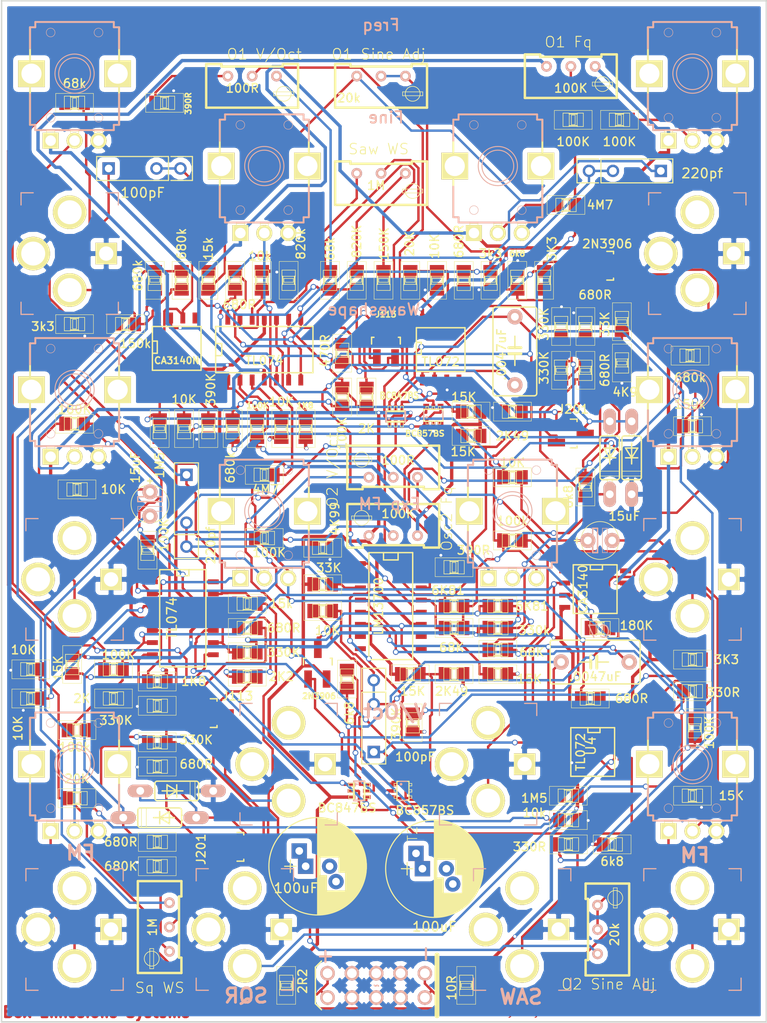
<source format=kicad_pcb>
(kicad_pcb (version 4) (host pcbnew 4.0.4-stable)
  (title_block (title "Analogue VCO") (date 2016-11-09) (rev 1.2) (company "Box Emissions Systems"))
  (layers (0 F.Cu signal) (31 B.Cu signal hide) (34 B.Paste user hide) (35 F.Paste user hide) (36 B.SilkS user) (37 F.SilkS user) (38 B.Mask user) (39 F.Mask user) (44 Edge.Cuts user))
  (net 0 "")
  (net 1 +15V)
  (net 2 -15V)
  (net 3 /N$6)
  (net 4 /N$12)
  (net 5 /N$11)
  (net 6 /N$14)
  (net 7 /N$23)
  (net 8 /N$43)
  (net 9 /N$34)
  (net 10 GND)
  (net 11 /N$18)
  (net 12 /N$20)
  (net 13 /N$46)
  (net 14 /N$24)
  (net 15 /N$13)
  (net 16 /N$19)
  (net 17 /N$21)
  (net 18 /N$22)
  (net 19 /N$17)
  (net 20 /N$33)
  (net 21 /N$36)
  (net 22 /N$25)
  (net 23 /N$5)
  (net 24 /N$49)
  (net 25 /N$1)
  (net 26 /N$4)
  (net 27 /N$2)
  (net 28 /N$3)
  (net 29 /N$35)
  (net 30 /N$37)
  (net 31 /N$10)
  (net 32 /N$16)
  (net 33 /N$39)
  (net 34 /N$41)
  (net 35 /N$44)
  (net 36 /N$38)
  (net 37 /N$15)
  (net 38 "Net-(R23-Pad1)")
  (net 39 "Net-(CONTROL1-Pad2)")
  (net 40 "Net-(OSC2_FM_IN1-PadP$4)")
  (net 41 "Net-(OSC_1_CONTROL_IN1-PadP$4)")
  (net 42 "Net-(OSC_2CONTROL_IN1-PadP$4)")
  (net 43 "Net-(OSC_2_V/OCT1-PadP$4)")
  (net 44 "Net-(SQ3-Pad2)")
  (net 45 "Net-(R82-Pad1)")
  (net 46 "Net-(OSC1_CONTROL1-Pad2)")
  (net 47 "Net-(OSC1_FM_IN1-PadP$4)")
  (net 48 "Net-(OSC_1_V/OCT1-PadP$4)")
  (net 49 "Net-(T2-Pad3)")
  (net 50 "Net-(D3-PadA)")
  (net 51 "Net-(J2-Pad1)")
  (net 52 "Net-(J2-Pad2)")
  (net 53 /N$47)
  (net 54 "Net-(C7-Pad1)")
  (net 55 "Net-(C7-Pad2)")
  (net 56 "Net-(C8-Pad+)")
  (net 57 "Net-(C8-Pad-)")
  (net 58 "Net-(C9-Pad1)")
  (net 59 "Net-(C9-Pad2)")
  (net 60 "Net-(C10-Pad1)")
  (net 61 "Net-(C10-Pad2)")
  (net 62 "Net-(IC2-Pad3)")
  (net 63 "Net-(OSC1_FINE1-Pad2)")
  (net 64 "Net-(OSC2_SINE_TRIM1-Pad2)")
  (net 65 "Net-(OSC_2_FINE1-Pad2)")
  (net 66 "Net-(OSC_2_V/OCT_TRIM1-Pad1)")
  (net 67 "Net-(OSC_2_V/OCT_TRIM1-Pad2)")
  (net 68 "Net-(OSC_2_V/OCT_TRIM1-Pad3)")
  (net 69 "Net-(OS_2_FREQUENCY1-Pad2)")
  (net 70 "Net-(Q4-Pad1)")
  (net 71 "Net-(Q4-Pad2)")
  (net 72 "Net-(Q5-Pad1)")
  (net 73 "Net-(Q5-Pad2)")
  (net 74 "Net-(Q6-Pad1)")
  (net 75 "Net-(Q6-Pad2)")
  (net 76 "Net-(Q6-Pad3)")
  (net 77 "Net-(R13-Pad1)")
  (net 78 "Net-(R14-Pad1)")
  (net 79 "Net-(R15-Pad1)")
  (net 80 "Net-(R15-Pad2)")
  (net 81 "Net-(R22-Pad1)")
  (net 82 "Net-(R29-Pad2)")
  (net 83 "Net-(R33-Pad2)")
  (net 84 "Net-(R51-Pad2)")
  (net 85 "Net-(R63-Pad2)")
  (net 86 "Net-(R65-Pad1)")
  (net 87 "Net-(R74-Pad2)")
  (net 88 "Net-(R75-Pad2)")
  (net 89 "Net-(SAW3-Pad1)")
  (net 90 /N$51)
  (net 91 /N$52)
  (net 92 /OSC2)
  (net 93 "Net-(CONTROL1-Pad3)")
  (net 94 "Net-(OSC1_FREQ_TRIM1-Pad2)")
  (net 95 "Net-(OSC_2_FREQ_TRIM1-Pad2)")
  (net 96 "Net-(R46-Pad2)")
  (net 97 "Net-(R52-Pad2)")
  (net 98 "Net-(R58-Pad1)")
  (net 99 "Net-(R58-Pad2)")
  (net 100 "Net-(R64-Pad2)")
  (net 101 "Net-(R66-Pad1)")
  (net 102 "Net-(R72-Pad2)")
  (net 103 "Net-(R76-Pad2)")
  (net 104 "Net-(R82-Pad2)")
  (net 105 "Net-(R84-Pad1)")
  (module TOMW_PJ-301B (layer F.Cu) (at 86.36 137.668)
    (fp_text reference OSC2_FM_IN1 hide)
    (fp_text value PJ-301B hide)
    (pad P$1 thru_hole rect (at 3.81 0) (size 2.2479 2.2479) (drill 1.4986) (layers *.Cu F.Paste F.SilkS F.Mask) (net 10 GND))
    (pad P$2 thru_hole circle (at -3.81 0) (size 3.51536 3.51536) (drill 2.49936) (layers *.Cu F.Paste F.SilkS F.Mask) (net 10 GND))
    (pad P$3 thru_hole circle (at 0 -4.318) (size 3.51536 3.51536) (drill 2.49936) (layers *.Cu F.Paste F.SilkS F.Mask))
    (pad P$4 thru_hole circle (at 0 3.81) (size 3.51536 3.51536) (drill 2.49936) (layers *.Cu F.Paste F.SilkS F.Mask) (net 40 "Net-(OSC2_FM_IN1-PadP$4)"))
  )
  (module TOMW_PJ-301B (layer F.Cu) (at 150.876 137.668)
    (fp_text reference OSC1_FM_IN1 hide)
    (fp_text value PJ-301B hide)
    (pad P$1 thru_hole rect (at 3.81 0) (size 2.2479 2.2479) (drill 1.4986) (layers *.Cu F.Paste F.SilkS F.Mask) (net 10 GND))
    (pad P$2 thru_hole circle (at -3.81 0) (size 3.51536 3.51536) (drill 2.49936) (layers *.Cu F.Paste F.SilkS F.Mask) (net 10 GND))
    (pad P$3 thru_hole circle (at 0 -4.318) (size 3.51536 3.51536) (drill 2.49936) (layers *.Cu F.Paste F.SilkS F.Mask))
    (pad P$4 thru_hole circle (at 0 3.81) (size 3.51536 3.51536) (drill 2.49936) (layers *.Cu F.Paste F.SilkS F.Mask) (net 47 "Net-(OSC1_FM_IN1-PadP$4)"))
  )
  (module TOMW_PJ-301B (layer F.Cu) (at 133.096 137.668)
    (fp_text reference SAW_OUT1 hide)
    (fp_text value PJ-301B hide)
    (pad P$1 thru_hole rect (at 3.81 0) (size 2.2479 2.2479) (drill 1.4986) (layers *.Cu F.Paste F.SilkS F.Mask) (net 10 GND))
    (pad P$2 thru_hole circle (at -3.81 0) (size 3.51536 3.51536) (drill 2.49936) (layers *.Cu F.Paste F.SilkS F.Mask) (net 10 GND))
    (pad P$3 thru_hole circle (at 0 -4.318) (size 3.51536 3.51536) (drill 2.49936) (layers *.Cu F.Paste F.SilkS F.Mask))
    (pad P$4 thru_hole circle (at 0 3.81) (size 3.51536 3.51536) (drill 2.49936) (layers *.Cu F.Paste F.SilkS F.Mask) (net 38 "Net-(R23-Pad1)"))
  )
  (module TOMW_PJ-301B (layer F.Cu) (at 104.14 137.668)
    (fp_text reference SQ_OUT1 hide)
    (fp_text value PJ-301B hide)
    (pad P$1 thru_hole rect (at 3.81 0) (size 2.2479 2.2479) (drill 1.4986) (layers *.Cu F.Paste F.SilkS F.Mask) (net 10 GND))
    (pad P$2 thru_hole circle (at -3.81 0) (size 3.51536 3.51536) (drill 2.49936) (layers *.Cu F.Paste F.SilkS F.Mask) (net 10 GND))
    (pad P$3 thru_hole circle (at 0 -4.318) (size 3.51536 3.51536) (drill 2.49936) (layers *.Cu F.Paste F.SilkS F.Mask))
    (pad P$4 thru_hole circle (at 0 3.81) (size 3.51536 3.51536) (drill 2.49936) (layers *.Cu F.Paste F.SilkS F.Mask) (net 101 "Net-(R66-Pad1)"))
  )
  (module TOMW_PJ-301B (layer F.Cu) (at 129.54 120.396)
    (fp_text reference OSC_1_V/OCT1 hide)
    (fp_text value PJ-301B hide)
    (pad P$1 thru_hole rect (at 3.81 0) (size 2.2479 2.2479) (drill 1.4986) (layers *.Cu F.Paste F.SilkS F.Mask) (net 10 GND))
    (pad P$2 thru_hole circle (at -3.81 0) (size 3.51536 3.51536) (drill 2.49936) (layers *.Cu F.Paste F.SilkS F.Mask) (net 10 GND))
    (pad P$3 thru_hole circle (at 0 -4.318) (size 3.51536 3.51536) (drill 2.49936) (layers *.Cu F.Paste F.SilkS F.Mask))
    (pad P$4 thru_hole circle (at 0 3.81) (size 3.51536 3.51536) (drill 2.49936) (layers *.Cu F.Paste F.SilkS F.Mask) (net 48 "Net-(OSC_1_V/OCT1-PadP$4)"))
  )
  (module TOMW_PJ-301B (layer F.Cu) (at 108.712 120.396)
    (fp_text reference OSC_2_V/OCT1 hide)
    (fp_text value PJ-301B hide)
    (pad P$1 thru_hole rect (at 3.81 0) (size 2.2479 2.2479) (drill 1.4986) (layers *.Cu F.Paste F.SilkS F.Mask) (net 10 GND))
    (pad P$2 thru_hole circle (at -3.81 0) (size 3.51536 3.51536) (drill 2.49936) (layers *.Cu F.Paste F.SilkS F.Mask) (net 10 GND))
    (pad P$3 thru_hole circle (at 0 -4.318) (size 3.51536 3.51536) (drill 2.49936) (layers *.Cu F.Paste F.SilkS F.Mask))
    (pad P$4 thru_hole circle (at 0 3.81) (size 3.51536 3.51536) (drill 2.49936) (layers *.Cu F.Paste F.SilkS F.Mask) (net 43 "Net-(OSC_2_V/OCT1-PadP$4)"))
  )
  (module TOMW_PJ-301B (layer F.Cu) (at 150.876 101.092)
    (fp_text reference OSC_1_CONTROL_IN1 hide)
    (fp_text value PJ-301B hide)
    (pad P$1 thru_hole rect (at 3.81 0) (size 2.2479 2.2479) (drill 1.4986) (layers *.Cu F.Paste F.SilkS F.Mask) (net 10 GND))
    (pad P$2 thru_hole circle (at -3.81 0) (size 3.51536 3.51536) (drill 2.49936) (layers *.Cu F.Paste F.SilkS F.Mask) (net 10 GND))
    (pad P$3 thru_hole circle (at 0 -4.318) (size 3.51536 3.51536) (drill 2.49936) (layers *.Cu F.Paste F.SilkS F.Mask))
    (pad P$4 thru_hole circle (at 0 3.81) (size 3.51536 3.51536) (drill 2.49936) (layers *.Cu F.Paste F.SilkS F.Mask) (net 41 "Net-(OSC_1_CONTROL_IN1-PadP$4)"))
  )
  (module TOMW_PJ-301B (layer F.Cu) (at 86.36 101.092)
    (fp_text reference OSC_2CONTROL_IN1 hide)
    (fp_text value PJ-301B hide)
    (pad P$1 thru_hole rect (at 3.81 0) (size 2.2479 2.2479) (drill 1.4986) (layers *.Cu F.Paste F.SilkS F.Mask) (net 10 GND))
    (pad P$2 thru_hole circle (at -3.81 0) (size 3.51536 3.51536) (drill 2.49936) (layers *.Cu F.Paste F.SilkS F.Mask) (net 10 GND))
    (pad P$3 thru_hole circle (at 0 -4.318) (size 3.51536 3.51536) (drill 2.49936) (layers *.Cu F.Paste F.SilkS F.Mask))
    (pad P$4 thru_hole circle (at 0 3.81) (size 3.51536 3.51536) (drill 2.49936) (layers *.Cu F.Paste F.SilkS F.Mask) (net 42 "Net-(OSC_2CONTROL_IN1-PadP$4)"))
  )
  (module TOMW_PJ-301B (layer F.Cu) (at 85.852 67.056)
    (fp_text reference SQ_WAVESHAPE1 hide)
    (fp_text value PJ-301B hide)
    (pad P$1 thru_hole rect (at 3.81 0) (size 2.2479 2.2479) (drill 1.4986) (layers *.Cu F.Paste F.SilkS F.Mask) (net 10 GND))
    (pad P$2 thru_hole circle (at -3.81 0) (size 3.51536 3.51536) (drill 2.49936) (layers *.Cu F.Paste F.SilkS F.Mask) (net 10 GND))
    (pad P$3 thru_hole circle (at 0 -4.318) (size 3.51536 3.51536) (drill 2.49936) (layers *.Cu F.Paste F.SilkS F.Mask))
    (pad P$4 thru_hole circle (at 0 3.81) (size 3.51536 3.51536) (drill 2.49936) (layers *.Cu F.Paste F.SilkS F.Mask) (net 45 "Net-(R82-Pad1)"))
  )
  (module TOMW_PJ-301B (layer F.Cu) (at 151.384 67.056)
    (fp_text reference SAW_WAVESHAPE1 hide)
    (fp_text value PJ-301B hide)
    (pad P$1 thru_hole rect (at 3.81 0) (size 2.2479 2.2479) (drill 1.4986) (layers *.Cu F.Paste F.SilkS F.Mask) (net 10 GND))
    (pad P$2 thru_hole circle (at -3.81 0) (size 3.51536 3.51536) (drill 2.49936) (layers *.Cu F.Paste F.SilkS F.Mask) (net 10 GND))
    (pad P$3 thru_hole circle (at 0 -4.318) (size 3.51536 3.51536) (drill 2.49936) (layers *.Cu F.Paste F.SilkS F.Mask))
    (pad P$4 thru_hole circle (at 0 3.81) (size 3.51536 3.51536) (drill 2.49936) (layers *.Cu F.Paste F.SilkS F.Mask) (net 33 /N$39))
  )
  (module TO_SOT_Packages_SMD:SOT-23_Handsoldering (layer F.Cu) (at 103.378 129.032 270)
    (fp_text reference J2 hide)
    (fp_text value J201 (at 0.254 3.81 450) (layer F.SilkS) (effects (font (size 0.9 0.9))))
    (pad 1 smd rect (at 0.95 1.50114 270) (size 0.8001 1.80086) (layers F.Cu F.Paste F.Mask) (net 51 "Net-(J2-Pad1)"))
    (pad 2 smd rect (at -0.95 1.50114 270) (size 0.8001 1.80086) (layers F.Cu F.Paste F.Mask) (net 52 "Net-(J2-Pad2)"))
    (pad 3 smd rect (at 0 -1.50114 270) (size 0.8001 1.80086) (layers F.Cu F.Paste F.Mask) (net 50 "Net-(D3-PadA)"))
  )
  (module TO_SOT_Packages_SMD:SOT-23_Handsoldering (layer F.Cu) (at 138.176 85.852 270)
    (fp_text reference J1 hide)
    (fp_text value J201 (at -2.54 -0.254 360) (layer F.SilkS) (effects (font (size 0.9 0.9))))
    (pad 1 smd rect (at 0.95 1.50114 270) (size 0.8001 1.80086) (layers F.Cu F.Paste F.Mask) (net 23 /N$5))
    (pad 2 smd rect (at -0.95 1.50114 270) (size 0.8001 1.80086) (layers F.Cu F.Paste F.Mask) (net 24 /N$49))
    (pad 3 smd rect (at 0 -1.50114 270) (size 0.8001 1.80086) (layers F.Cu F.Paste F.Mask) (net 13 /N$46))
  )
  (module TO_SOT_Packages_SMD:SOT-23_Handsoldering (layer F.Cu) (at 118.872 76.454)
    (fp_text reference Q3 hide)
    (fp_text value J113 (at 0 -3.048) (layer F.SilkS) (effects (font (size 0.6 0.6))))
    (pad 1 smd rect (at 0.95 1.50114) (size 0.8001 1.80086) (layers F.Cu F.Paste F.Mask) (net 20 /N$33))
    (pad 2 smd rect (at -0.95 1.50114) (size 0.8001 1.80086) (layers F.Cu F.Paste F.Mask) (net 29 /N$35))
    (pad 3 smd rect (at 0 -1.50114) (size 0.8001 1.80086) (layers F.Cu F.Paste F.Mask) (net 30 /N$37))
  )
  (module TO_SOT_Packages_SMD:SOT-23_Handsoldering (layer F.Cu) (at 100.584 115.062 270)
    (fp_text reference Q6 hide)
    (fp_text value J113 (at -1.778 -2.794 360) (layer F.SilkS) (effects (font (size 0.9 0.9))))
    (pad 1 smd rect (at 0.95 1.5014 270) (size 0.8001 1.80086) (layers F.Cu F.Paste F.Mask) (net 74 "Net-(Q6-Pad1)"))
    (pad 2 smd rect (at -0.95 1.50114 270) (size 0.8001 1.80086) (layers F.Cu F.Paste F.Mask) (net 75 "Net-(Q6-Pad2)"))
    (pad 3 smd rect (at 0 -1.50114 270) (size 0.8001 1.80086) (layers F.Cu F.Paste F.Mask) (net 76 "Net-(Q6-Pad3)"))
  )
  (module TO_SOT_Packages_SMD:SOT-23_Handsoldering (layer F.Cu) (at 141.986 68.326 270)
    (fp_text reference Q1 hide)
    (fp_text value 2N3906 (at -2.286 0 360) (layer F.SilkS) (effects (font (size 0.9 0.9))))
    (pad 1 smd rect (at 0 -1.5748 270) (size 0.8001 1.80086) (layers F.Cu F.Paste F.Mask) (net 28 /N$3))
    (pad 2 smd rect (at -1.016 1.524 270) (size 0.8001 1.80086) (layers F.Cu F.Paste F.Mask) (net 27 /N$2))
    (pad 3 smd rect (at 0.9144 1.524 270) (size 0.8001 1.80086) (layers F.Cu F.Paste F.Mask) (net 1 +15V))
  )
  (module TO_SOT_Packages_SMD:SOT-23_Handsoldering (layer F.Cu) (at 111.76 109.982)
    (fp_text reference Q4 hide)
    (fp_text value 2N3906 (at 0.1275 3.3015) (layer F.SilkS) (effects (font (size 0.6 0.6))))
    (pad 1 smd rect (at 0 -1.5748) (size 0.8001 1.80086) (layers F.Cu F.Paste F.Mask) (net 70 "Net-(Q4-Pad1)"))
    (pad 2 smd rect (at -1.016 1.524) (size 0.8001 1.80086) (layers F.Cu F.Paste F.Mask) (net 71 "Net-(Q4-Pad2)"))
    (pad 3 smd rect (at 0.9144 1.524) (size 0.8001 1.80086) (layers F.Cu F.Paste F.Mask) (net 1 +15V))
  )
  (module CAPACITOR-WIMA_C5B4.5 (layer B.Cu) (at 141.732 109.728 180)
    (fp_text reference C7 (at 0.635 3.175 180) (layer B.SilkS) (effects (font (size 1.27 1.27) (thickness 0.127)) (justify mirror)))
    (fp_text value .0047uF (at 1.016 -1.524 180) (layer F.SilkS) (effects (font (size 0.9 0.9))))
    (pad 1 thru_hole circle (at -2.54 0 180) (size 1.6002 3.2004) (drill 0.8128) (layers *.Cu B.Paste B.SilkS B.Mask) (net 54 "Net-(C7-Pad1)"))
    (pad 2 thru_hole circle (at 4.572 0 180) (size 1.6002 3.2004) (drill 0.8128) (layers *.Cu B.Paste B.SilkS B.Mask) (net 55 "Net-(C7-Pad2)"))
  )
  (module CAPACITOR-WIMA_C5B4.5 (layer B.Cu) (at 132.334 78.232 90)
    (fp_text reference C3 hide)
    (fp_text value .0047uF (at 0.635 -1.3965 90) (layer F.SilkS) (effects (font (size 0.9 0.9))))
    (pad 1 thru_hole circle (at -2.54 0 90) (size 1.6002 3.2004) (drill 0.8128) (layers *.Cu B.Paste B.SilkS B.Mask) (net 3 /N$6))
    (pad 2 thru_hole circle (at 4.572 0 90) (size 1.6002 3.2004) (drill 0.8128) (layers *.Cu B.Paste B.SilkS B.Mask) (net 53 /N$47))
  )
  (module TOMW_MA05-2 (layer B.Cu) (at 117.856 143.51 180)
    (fp_text reference SV1 hide)
    (fp_text value ~ (at 0 0 360) (layer B.SilkS) (effects (font (size 0.9 0.9)) (justify mirror)))
    (fp_text user + (at 5.30352 3.13436 180) (layer B.SilkS) (effects (font (thickness 0.2286)) (justify mirror)))
    (fp_text user - (at -5.08 3.302 450) (layer B.SilkS) (effects (font (thickness 0.2286)) (justify mirror)))
    (pad 1 thru_hole circle (at -5.08 -1.27 180) (size 1.524 3.048) (drill 1.016) (layers *.Cu B.Paste B.SilkS B.Mask) (net 91 /N$52))
    (pad 2 thru_hole circle (at -5.08 1.27 180) (size 1.524 3.048) (drill 1.016) (layers *.Cu B.Paste B.SilkS B.Mask) (net 91 /N$52))
    (pad 3 thru_hole circle (at -2.54 -1.27 180) (size 1.524 3.048) (drill 1.016) (layers *.Cu B.Paste B.SilkS B.Mask) (net 10 GND))
    (pad 4 thru_hole circle (at -2.54 1.27 180) (size 1.524 3.048) (drill 1.016) (layers *.Cu B.Paste B.SilkS B.Mask) (net 10 GND))
    (pad 5 thru_hole circle (at 0 -1.27 180) (size 1.524 3.048) (drill 1.016) (layers *.Cu B.Paste B.SilkS B.Mask) (net 10 GND))
    (pad 6 thru_hole circle (at 0 1.27 180) (size 1.524 3.048) (drill 1.016) (layers *.Cu B.Paste B.SilkS B.Mask) (net 10 GND))
    (pad 7 thru_hole circle (at 2.54 -1.27 180) (size 1.524 3.048) (drill 1.016) (layers *.Cu B.Paste B.SilkS B.Mask) (net 10 GND))
    (pad 8 thru_hole circle (at 2.54 1.27 180) (size 1.524 3.048) (drill 1.016) (layers *.Cu B.Paste B.SilkS B.Mask) (net 10 GND))
    (pad 9 thru_hole circle (at 5.08 -1.27 180) (size 1.524 3.048) (drill 1.016) (layers *.Cu B.Paste B.SilkS B.Mask) (net 90 /N$51))
    (pad 10 thru_hole circle (at 5.08 1.27 180) (size 1.524 3.048) (drill 1.016) (layers *.Cu B.Paste B.SilkS B.Mask) (net 90 /N$51))
  )
  (module RESISTOR_E2_5-6E (layer B.Cu) (at 141.224 97.028)
    (fp_text reference C4 hide)
    (fp_text value 15uF (at 2.54 -2.54) (layer F.SilkS) (effects (font (size 0.9 0.9))))
    (pad + thru_hole circle (at -1.27 0) (size 1.5748 1.5748) (drill 0.8128) (layers *.Cu B.Paste B.SilkS B.Mask) (net 6 /N$14))
    (pad - thru_hole circle (at 1.27 0) (size 1.5748 3.1496) (drill 0.8128) (layers *.Cu B.Paste B.SilkS B.Mask) (net 7 /N$23))
  )
  (module DIODE_DO35-7 (layer B.Cu) (at 142.24 88.392 90)
    (fp_text reference D1 hide)
    (fp_text value 1N4148DO35-7 hide)
    (pad A thru_hole oval (at 3.81 0) (size 1.3208 2.6416) (drill 0.8128) (layers *.Cu B.Paste B.SilkS B.Mask) (net 13 /N$46))
    (pad C thru_hole oval (at -3.81 0) (size 1.3208 2.6416) (drill 0.8128) (layers *.Cu B.Paste B.SilkS B.Mask) (net 53 /N$47))
  )
  (module DIODE_DO35-7 (layer B.Cu) (at 144.526 88.392 90)
    (fp_text reference D2 hide)
    (fp_text value 1N4148DO35-7 hide)
    (pad A thru_hole oval (at 3.81 0) (size 1.3208 2.6416) (drill 0.8128) (layers *.Cu B.Paste B.SilkS B.Mask) (net 13 /N$46))
    (pad C thru_hole oval (at -3.81 0) (size 1.3208 2.6416) (drill 0.8128) (layers *.Cu B.Paste B.SilkS B.Mask) (net 10 GND))
  )
  (module RESISTOR_R0805 (layer F.Cu) (at 100.33 85.344 270)
    (fp_text reference R1 hide)
    (fp_text value 390K (at -4.064 -0.254 270) (layer F.SilkS) (effects (font (size 0.9 0.9))))
    (pad 1 smd rect (at -0.94996 0 270) (size 1.29794 1.4986) (layers F.Cu F.Paste F.Mask) (net 15 /N$13))
    (pad 2 smd rect (at 0.94742 0 270) (size 1.29794 1.4986) (layers F.Cu F.Paste F.Mask) (net 10 GND))
  )
  (module RESISTOR_R0805 (layer F.Cu) (at 135.382 69.85 90)
    (fp_text reference R2 hide)
    (fp_text value 3K3 (at 3.302 0.826 90) (layer F.SilkS) (effects (font (size 0.9 0.9))))
    (pad 1 smd rect (at -0.94996 0 90) (size 1.29794 1.4986) (layers F.Cu F.Paste F.Mask) (net 1 +15V))
    (pad 2 smd rect (at 0.94742 0 90) (size 1.29794 1.4986) (layers F.Cu F.Paste F.Mask) (net 27 /N$2))
  )
  (module RESISTOR_R0805 (layer F.Cu) (at 97.79 85.344 270)
    (fp_text reference R3 hide)
    (fp_text value 10K (at -3.048 0 360) (layer F.SilkS) (effects (font (size 0.9 0.9))))
    (pad 1 smd rect (at -0.94996 0 270) (size 1.29794 1.4986) (layers F.Cu F.Paste F.Mask) (net 5 /N$11))
    (pad 2 smd rect (at 0.94742 0 270) (size 1.29794 1.4986) (layers F.Cu F.Paste F.Mask) (net 31 /N$10))
  )
  (module RESISTOR_R0805 (layer F.Cu) (at 129.794 69.85 270)
    (fp_text reference R4 hide)
    (fp_text value 3k3 (at -2.794 0 360) (layer F.SilkS) (effects (font (size 0.9 0.9))))
    (pad 1 smd rect (at -0.94996 0 270) (size 1.29794 1.4986) (layers F.Cu F.Paste F.Mask) (net 8 /N$43))
    (pad 2 smd rect (at 0.94742 0 270) (size 1.29794 1.4986) (layers F.Cu F.Paste F.Mask) (net 10 GND))
  )
  (module RESISTOR_R0805 (layer F.Cu) (at 132.588 69.85 90)
    (fp_text reference R5 hide)
    (fp_text value 6k8 (at 2.794 0 180) (layer F.SilkS) (effects (font (size 0.6 0.6))))
    (pad 1 smd rect (at -0.94996 0 90) (size 1.29794 1.4986) (layers F.Cu F.Paste F.Mask) (net 35 /N$44))
    (pad 2 smd rect (at 0.94742 0 90) (size 1.29794 1.4986) (layers F.Cu F.Paste F.Mask) (net 10 GND))
  )
  (module RESISTOR_R0805 (layer F.Cu) (at 125.984 103.886 180)
    (fp_text reference R6 hide)
    (fp_text value 6K81 (at 0.635 1.651 180) (layer F.SilkS) (effects (font (size 0.9 0.9))))
    (pad 1 smd rect (at -0.94996 0 180) (size 1.29794 1.4986) (layers F.Cu F.Paste F.Mask) (net 28 /N$3))
    (pad 2 smd rect (at 0.94742 0 180) (size 1.29794 1.4986) (layers F.Cu F.Paste F.Mask) (net 26 /N$4))
  )
  (module RESISTOR_R0805 (layer F.Cu) (at 132.08 90.424 180)
    (fp_text reference R7 hide)
    (fp_text value 10K (at 0 1.524 180) (layer F.SilkS) (effects (font (size 0.9 0.9))))
    (pad 1 smd rect (at -0.94996 0 180) (size 1.29794 1.4986) (layers F.Cu F.Paste F.Mask) (net 6 /N$14))
    (pad 2 smd rect (at 0.94742 0 180) (size 1.29794 1.4986) (layers F.Cu F.Paste F.Mask) (net 4 /N$12))
  )
  (module RESISTOR_R0805 (layer F.Cu) (at 143.51 74.168 270)
    (fp_text reference R8 hide)
    (fp_text value 33K (at 0.254 1.778 450) (layer F.SilkS) (effects (font (size 0.9 0.9))))
    (pad 1 smd rect (at -0.94996 0 270) (size 1.29794 1.4986) (layers F.Cu F.Paste F.Mask) (net 1 +15V))
    (pad 2 smd rect (at 0.94742 0 270) (size 1.29794 1.4986) (layers F.Cu F.Paste F.Mask) (net 77 "Net-(R13-Pad1)"))
  )
  (module RESISTOR_R0805 (layer F.Cu) (at 125.984 106.172 180)
    (fp_text reference R9 hide)
    (fp_text value 68K (at 0.254 -2.032 180) (layer F.SilkS) (effects (font (size 0.9 0.9))))
    (pad 1 smd rect (at -0.94996 0 180) (size 1.29794 1.4986) (layers F.Cu F.Paste F.Mask) (net 28 /N$3))
    (pad 2 smd rect (at 0.94742 0 180) (size 1.29794 1.4986) (layers F.Cu F.Paste F.Mask) (net 78 "Net-(R14-Pad1)"))
  )
  (module RESISTOR_R0805 (layer F.Cu) (at 95.25 85.344 270)
    (fp_text reference R10 hide)
    (fp_text value 1M5 (at 3.81 0 270) (layer F.SilkS) (effects (font (size 0.9 0.9))))
    (pad 1 smd rect (at -0.94996 0 270) (size 1.29794 1.4986) (layers F.Cu F.Paste F.Mask) (net 4 /N$12))
    (pad 2 smd rect (at 0.94742 0 270) (size 1.29794 1.4986) (layers F.Cu F.Paste F.Mask) (net 2 -15V))
  )
  (module RESISTOR_R0805 (layer F.Cu) (at 139.7 91.44 90)
    (fp_text reference R11 hide)
    (fp_text value 6k8 (at -1.016 -1.778 90) (layer F.SilkS) (effects (font (size 0.9 0.9))))
    (pad 1 smd rect (at -0.94996 0 90) (size 1.29794 1.4986) (layers F.Cu F.Paste F.Mask) (net 53 /N$47))
    (pad 2 smd rect (at 0.94742 0 90) (size 1.29794 1.4986) (layers F.Cu F.Paste F.Mask) (net 35 /N$44))
  )
  (module RESISTOR_R0805 (layer F.Cu) (at 132.08 83.566 180)
    (fp_text reference R12 hide)
    (fp_text value 2K49 (at 0 -2.54 180) (layer F.SilkS) (effects (font (size 0.9 0.9))))
    (pad 1 smd rect (at -0.94996 0 180) (size 1.29794 1.4986) (layers F.Cu F.Paste F.Mask) (net 26 /N$4))
    (pad 2 smd rect (at 0.94742 0 180) (size 1.29794 1.4986) (layers F.Cu F.Paste F.Mask) (net 10 GND))
  )
  (module RESISTOR_R0805 (layer F.Cu) (at 143.51 78.486 270)
    (fp_text reference R13 hide)
    (fp_text value 4K99 (at 3.048 -0.762 360) (layer F.SilkS) (effects (font (size 0.9 0.9))))
    (pad 1 smd rect (at -0.94996 0 270) (size 1.29794 1.4986) (layers F.Cu F.Paste F.Mask) (net 77 "Net-(R13-Pad1)"))
    (pad 2 smd rect (at 0.94742 0 270) (size 1.29794 1.4986) (layers F.Cu F.Paste F.Mask) (net 10 GND))
  )
  (module RESISTOR_R0805 (layer F.Cu) (at 130.556 110.998)
    (fp_text reference R14 hide)
    (fp_text value 15K (at 3.302 0.508) (layer F.SilkS) (effects (font (size 0.9 0.9))))
    (pad 1 smd rect (at -0.94996 0) (size 1.29794 1.4986) (layers F.Cu F.Paste F.Mask) (net 78 "Net-(R14-Pad1)"))
    (pad 2 smd rect (at 0.94742 0) (size 1.29794 1.4986) (layers F.Cu F.Paste F.Mask) (net 10 GND))
  )
  (module RESISTOR_R0805 (layer F.Cu) (at 121.412 69.85 90)
    (fp_text reference R15 hide)
    (fp_text value 20K (at 3.81 -0.064 270) (layer F.SilkS) (effects (font (size 0.9 0.9))))
    (pad 1 smd rect (at -0.94996 0 90) (size 1.29794 1.4986) (layers F.Cu F.Paste F.Mask) (net 79 "Net-(R15-Pad1)"))
    (pad 2 smd rect (at 0.94742 0 90) (size 1.29794 1.4986) (layers F.Cu F.Paste F.Mask) (net 80 "Net-(R15-Pad2)"))
  )
  (module RESISTOR_R0805 (layer F.Cu) (at 137.16 79.248 270)
    (fp_text reference R16 hide)
    (fp_text value 330K (at -0.254 1.778 270) (layer F.SilkS) (effects (font (size 0.9 0.9))))
    (pad 1 smd rect (at -0.94996 0 270) (size 1.29794 1.4986) (layers F.Cu F.Paste F.Mask) (net 13 /N$46))
    (pad 2 smd rect (at 0.94742 0 270) (size 1.29794 1.4986) (layers F.Cu F.Paste F.Mask) (net 53 /N$47))
  )
  (module RESISTOR_R0805 (layer F.Cu) (at 139.7 79.248 90)
    (fp_text reference R17 hide)
    (fp_text value 680R (at 0 2.032 270) (layer F.SilkS) (effects (font (size 0.9 0.9))))
    (pad 1 smd rect (at -0.94996 0 90) (size 1.29794 1.4986) (layers F.Cu F.Paste F.Mask) (net 23 /N$5))
    (pad 2 smd rect (at 0.94742 0 90) (size 1.29794 1.4986) (layers F.Cu F.Paste F.Mask) (net 53 /N$47))
  )
  (module RESISTOR_R0805 (layer F.Cu) (at 127.762 86.106)
    (fp_text reference R18 hide)
    (fp_text value 15K (at -0.825 1.651) (layer F.SilkS) (effects (font (size 0.9 0.9))))
    (pad 1 smd rect (at -0.94996 0) (size 1.29794 1.4986) (layers F.Cu F.Paste F.Mask) (net 26 /N$4))
    (pad 2 smd rect (at 0.94742 0) (size 1.29794 1.4986) (layers F.Cu F.Paste F.Mask) (net 2 -15V))
  )
  (module RESISTOR_R0805 (layer F.Cu) (at 127.762 83.566)
    (fp_text reference R19 hide)
    (fp_text value 15K (at -0.762 -1.524) (layer F.SilkS) (effects (font (size 0.9 0.9))))
    (pad 1 smd rect (at -0.94996 0) (size 1.29794 1.4986) (layers F.Cu F.Paste F.Mask) (net 25 /N$1))
    (pad 2 smd rect (at 0.94742 0) (size 1.29794 1.4986) (layers F.Cu F.Paste F.Mask) (net 2 -15V))
  )
  (module RESISTOR_R0805 (layer F.Cu) (at 107.95 85.344 90)
    (fp_text reference R20 hide)
    (fp_text value 10K (at 2.794 0 180) (layer F.SilkS) (effects (font (size 0.9 0.9))))
    (pad 1 smd rect (at -0.94996 0 90) (size 1.29794 1.4986) (layers F.Cu F.Paste F.Mask) (net 10 GND))
    (pad 2 smd rect (at 0.94742 0 90) (size 1.29794 1.4986) (layers F.Cu F.Paste F.Mask) (net 17 /N$21))
  )
  (module RESISTOR_R0805 (layer F.Cu) (at 114.3 82.042 270)
    (fp_text reference R21 hide)
    (fp_text value 100K (at 3.81 0 270) (layer F.SilkS) (effects (font (size 0.9 0.9))))
    (pad 1 smd rect (at -0.94996 0 270) (size 1.29794 1.4986) (layers F.Cu F.Paste F.Mask) (net 11 /N$18))
    (pad 2 smd rect (at 0.94742 0 270) (size 1.29794 1.4986) (layers F.Cu F.Paste F.Mask) (net 16 /N$19))
  )
  (module RESISTOR_R0805 (layer F.Cu) (at 127 69.85 90)
    (fp_text reference R22 hide)
    (fp_text value 680R (at 4.064 -0.508 90) (layer F.SilkS) (effects (font (size 0.9 0.9))))
    (pad 1 smd rect (at -0.94996 0 90) (size 1.29794 1.4986) (layers F.Cu F.Paste F.Mask) (net 81 "Net-(R22-Pad1)"))
    (pad 2 smd rect (at 0.94742 0 90) (size 1.29794 1.4986) (layers F.Cu F.Paste F.Mask) (net 9 /N$34))
  )
  (module RESISTOR_R0805 (layer F.Cu) (at 137.922 128.778 180)
    (fp_text reference R23 hide)
    (fp_text value 330R (at 4.064 -0.254 180) (layer F.SilkS) (effects (font (size 0.9 0.9))))
    (pad 1 smd rect (at -0.94996 0 180) (size 1.29794 1.4986) (layers F.Cu F.Paste F.Mask) (net 38 "Net-(R23-Pad1)"))
    (pad 2 smd rect (at 0.94742 0 180) (size 1.29794 1.4986) (layers F.Cu F.Paste F.Mask) (net 79 "Net-(R15-Pad1)"))
  )
  (module RESISTOR_R0805 (layer F.Cu) (at 124.206 69.85 270)
    (fp_text reference R24 hide)
    (fp_text value 10K (at -3.556 0.254 450) (layer F.SilkS) (effects (font (size 0.9 0.9))))
    (pad 1 smd rect (at -0.94996 0 270) (size 1.29794 1.4986) (layers F.Cu F.Paste F.Mask) (net 80 "Net-(R15-Pad2)"))
    (pad 2 smd rect (at 0.94742 0 270) (size 1.29794 1.4986) (layers F.Cu F.Paste F.Mask) (net 10 GND))
  )
  (module RESISTOR_R0805 (layer F.Cu) (at 105.41 85.344 90)
    (fp_text reference R25 hide)
    (fp_text value 100K (at 2.413 0.0635 180) (layer F.SilkS) (effects (font (size 0.6 0.6))))
    (pad 1 smd rect (at -0.94996 0 90) (size 1.29794 1.4986) (layers F.Cu F.Paste F.Mask) (net 12 /N$20))
    (pad 2 smd rect (at 0.94742 0 90) (size 1.29794 1.4986) (layers F.Cu F.Paste F.Mask) (net 16 /N$19))
  )
  (module RESISTOR_R0805 (layer F.Cu) (at 139.7 74.676 90)
    (fp_text reference R26 hide)
    (fp_text value 680R (at 3.302 1.016 360) (layer F.SilkS) (effects (font (size 0.9 0.9))))
    (pad 1 smd rect (at -0.94996 0 90) (size 1.29794 1.4986) (layers F.Cu F.Paste F.Mask) (net 24 /N$49))
    (pad 2 smd rect (at 0.94742 0 90) (size 1.29794 1.4986) (layers F.Cu F.Paste F.Mask) (net 10 GND))
  )
  (module RESISTOR_R0805 (layer F.Cu) (at 137.16 74.676 90)
    (fp_text reference R27 hide)
    (fp_text value 330K (at 0.254 -1.778 270) (layer F.SilkS) (effects (font (size 0.9 0.9))))
    (pad 1 smd rect (at -0.94996 0 90) (size 1.29794 1.4986) (layers F.Cu F.Paste F.Mask) (net 13 /N$46))
    (pad 2 smd rect (at 0.94742 0 90) (size 1.29794 1.4986) (layers F.Cu F.Paste F.Mask) (net 10 GND))
  )
  (module RESISTOR_R0805 (layer F.Cu) (at 100.33 69.85 270)
    (fp_text reference R28 hide)
    (fp_text value 15k (at -3.302 0 270) (layer F.SilkS) (effects (font (size 0.9 0.9))))
    (pad 1 smd rect (at -0.94996 0 270) (size 1.29794 1.4986) (layers F.Cu F.Paste F.Mask) (net 9 /N$34))
    (pad 2 smd rect (at 0.94742 0 270) (size 1.29794 1.4986) (layers F.Cu F.Paste F.Mask) (net 8 /N$43))
  )
  (module RESISTOR_R0805 (layer F.Cu) (at 113.03 69.85 90)
    (fp_text reference R29 hide)
    (fp_text value 68k (at 3.302 0 90) (layer F.SilkS) (effects (font (size 0.9 0.9))))
    (pad 1 smd rect (at -0.94996 0 90) (size 1.29794 1.4986) (layers F.Cu F.Paste F.Mask) (net 20 /N$33))
    (pad 2 smd rect (at 0.94742 0 90) (size 1.29794 1.4986) (layers F.Cu F.Paste F.Mask) (net 82 "Net-(R29-Pad2)"))
  )
  (module RESISTOR_R0805 (layer F.Cu) (at 143.256 53.086 180)
    (fp_text reference R30 hide)
    (fp_text value 100K (at 0 -2.286 360) (layer F.SilkS) (effects (font (size 0.9 0.9))))
    (pad 1 smd rect (at -0.94996 0 180) (size 1.29794 1.4986) (layers F.Cu F.Paste F.Mask) (net 14 /N$24))
    (pad 2 smd rect (at 0.94742 0 180) (size 1.29794 1.4986) (layers F.Cu F.Paste F.Mask) (net 11 /N$18))
  )
  (module RESISTOR_R0805 (layer F.Cu) (at 110.49 85.344 90)
    (fp_text reference R31 hide)
    (fp_text value 1K8 (at 2.413 -0.0635 180) (layer F.SilkS) (effects (font (size 0.6 0.6))))
    (pad 1 smd rect (at -0.94996 0 90) (size 1.29794 1.4986) (layers F.Cu F.Paste F.Mask) (net 10 GND))
    (pad 2 smd rect (at 0.94742 0 90) (size 1.29794 1.4986) (layers F.Cu F.Paste F.Mask) (net 18 /N$22))
  )
  (module RESISTOR_R0805 (layer F.Cu) (at 103.124 69.85 270)
    (fp_text reference R32 hide)
    (fp_text value 680R (at 2.54 -0.444 360) (layer F.SilkS) (effects (font (size 0.9 0.9))))
    (pad 1 smd rect (at -0.94996 0 270) (size 1.29794 1.4986) (layers F.Cu F.Paste F.Mask) (net 29 /N$35))
    (pad 2 smd rect (at 0.94742 0 270) (size 1.29794 1.4986) (layers F.Cu F.Paste F.Mask) (net 21 /N$36))
  )
  (module RESISTOR_R0805 (layer F.Cu) (at 105.918 69.85 270)
    (fp_text reference R33 hide)
    (fp_text value 10k (at -2.54 0.19 360) (layer F.SilkS) (effects (font (size 0.9 0.9))))
    (pad 1 smd rect (at -0.94996 0 270) (size 1.29794 1.4986) (layers F.Cu F.Paste F.Mask) (net 10 GND))
    (pad 2 smd rect (at 0.94742 0 270) (size 1.29794 1.4986) (layers F.Cu F.Paste F.Mask) (net 83 "Net-(R33-Pad2)"))
  )
  (module RESISTOR_R0805 (layer F.Cu) (at 95.758 51.308)
    (fp_text reference R34 hide)
    (fp_text value 390R (at 2.4765 0.0635 90) (layer F.SilkS) (effects (font (size 0.6 0.6))))
    (pad 1 smd rect (at -0.94996 0) (size 1.29794 1.4986) (layers F.Cu F.Paste F.Mask) (net 32 /N$16))
    (pad 2 smd rect (at 0.94742 0) (size 1.29794 1.4986) (layers F.Cu F.Paste F.Mask) (net 10 GND))
  )
  (module RESISTOR_R0805 (layer F.Cu) (at 138.43 53.086)
    (fp_text reference R35 hide)
    (fp_text value 100K (at 0 2.286) (layer F.SilkS) (effects (font (size 0.9 0.9))))
    (pad 1 smd rect (at -0.94996 0) (size 1.29794 1.4986) (layers F.Cu F.Paste F.Mask) (net 94 "Net-(OSC1_FREQ_TRIM1-Pad2)"))
    (pad 2 smd rect (at 0.94742 0) (size 1.29794 1.4986) (layers F.Cu F.Paste F.Mask) (net 11 /N$18))
  )
  (module RESISTOR_R0805 (layer F.Cu) (at 137.668 61.976 180)
    (fp_text reference R36 hide)
    (fp_text value 4M7 (at -3.556 0 180) (layer F.SilkS) (effects (font (size 0.9 0.9))))
    (pad 1 smd rect (at -0.94996 0 180) (size 1.29794 1.4986) (layers F.Cu F.Paste F.Mask) (net 11 /N$18))
    (pad 2 smd rect (at 0.94742 0 180) (size 1.29794 1.4986) (layers F.Cu F.Paste F.Mask) (net 63 "Net-(OSC1_FINE1-Pad2)"))
  )
  (module RESISTOR_R0805 (layer F.Cu) (at 132.08 97.028 180)
    (fp_text reference R37 hide)
    (fp_text value 100k (at 0 2.032 180) (layer F.SilkS) (effects (font (size 0.9 0.9))))
    (pad 1 smd rect (at -0.94996 0 180) (size 1.29794 1.4986) (layers F.Cu F.Paste F.Mask) (net 48 "Net-(OSC_1_V/OCT1-PadP$4)"))
    (pad 2 smd rect (at 0.94742 0 180) (size 1.29794 1.4986) (layers F.Cu F.Paste F.Mask) (net 11 /N$18))
  )
  (module RESISTOR_R0805 (layer F.Cu) (at 141.224 106.172 180)
    (fp_text reference R38 hide)
    (fp_text value 180K (at -3.81 0.254 180) (layer F.SilkS) (effects (font (size 0.9 0.9))))
    (pad 1 smd rect (at -0.94996 0 180) (size 1.29794 1.4986) (layers F.Cu F.Paste F.Mask) (net 41 "Net-(OSC_1_CONTROL_IN1-PadP$4)"))
    (pad 2 smd rect (at 0.94742 0 180) (size 1.29794 1.4986) (layers F.Cu F.Paste F.Mask) (net 46 "Net-(OSC1_CONTROL1-Pad2)"))
  )
  (module RESISTOR_R0805 (layer F.Cu) (at 102.87 85.344 90)
    (fp_text reference R39 hide)
    (fp_text value 680k (at -4.064 -0.254 90) (layer F.SilkS) (effects (font (size 0.9 0.9))))
    (pad 1 smd rect (at -0.94996 0 90) (size 1.29794 1.4986) (layers F.Cu F.Paste F.Mask) (net 33 /N$39))
    (pad 2 smd rect (at 0.94742 0 90) (size 1.29794 1.4986) (layers F.Cu F.Paste F.Mask) (net 36 /N$38))
  )
  (module NXP_60_SOT363 (layer F.Cu) (at 123.825 83.947)
    (fp_text reference T1 hide)
    (fp_text value BC857BS (at -0.889 1.905 180) (layer F.SilkS) (effects (font (size 0.6 0.6))))
    (pad 1 smd rect (at -0.7493 0.89916) (size 0.59944 0.59944) (layers F.Cu F.Paste F.Mask) (net 31 /N$10))
    (pad 2 smd rect (at 0 0.89916) (size 0.39878 0.59944) (layers F.Cu F.Paste F.Mask) (net 10 GND))
    (pad 3 smd rect (at 0.7493 0.89916) (size 0.59944 0.59944) (layers F.Cu F.Paste F.Mask) (net 22 /N$25))
    (pad 4 smd rect (at 0.7493 -0.89916) (size 0.59944 0.59944) (layers F.Cu F.Paste F.Mask) (net 31 /N$10))
    (pad 5 smd rect (at 0 -0.89916) (size 0.39878 0.59944) (layers F.Cu F.Paste F.Mask) (net 37 /N$15))
    (pad 6 smd rect (at -0.7493 -0.89916) (size 0.59944 0.59944) (layers F.Cu F.Paste F.Mask) (net 4 /N$12))
  )
  (module DIODE_DO35-7 (layer B.Cu) (at 95.25 125.984)
    (fp_text reference D3 hide)
    (fp_text value 1N4148DO35-7 hide)
    (pad A thru_hole oval (at 3.81 0 270) (size 1.3208 2.6416) (drill 0.8128) (layers *.Cu B.Paste B.SilkS B.Mask) (net 50 "Net-(D3-PadA)"))
    (pad C thru_hole oval (at -3.81 0 270) (size 1.3208 2.6416) (drill 0.8128) (layers *.Cu B.Paste B.SilkS B.Mask) (net 55 "Net-(C7-Pad2)"))
  )
  (module DIODE_DO35-7 (layer B.Cu) (at 97.028 123.19 180)
    (fp_text reference D4 hide)
    (fp_text value 1N4148DO35-7 hide)
    (pad A thru_hole oval (at 3.81 0 90) (size 1.3208 2.6416) (drill 0.8128) (layers *.Cu B.Paste B.SilkS B.Mask) (net 50 "Net-(D3-PadA)"))
    (pad C thru_hole oval (at -3.81 0 90) (size 1.3208 2.6416) (drill 0.8128) (layers *.Cu B.Paste B.SilkS B.Mask) (net 10 GND))
  )
  (module RESISTOR_R0805 (layer F.Cu) (at 150.876 85.09)
    (fp_text reference R40 hide)
    (fp_text value 150k (at -0.254 -2.286) (layer F.SilkS) (effects (font (size 0.9 0.9))))
    (pad 1 smd rect (at -0.94996 0) (size 1.29794 1.4986) (layers F.Cu F.Paste F.Mask) (net 33 /N$39))
    (pad 2 smd rect (at 0.94742 0) (size 1.29794 1.4986) (layers F.Cu F.Paste F.Mask) (net 10 GND))
  )
  (module RESISTOR_R0805 (layer F.Cu) (at 150.622 77.724 180)
    (fp_text reference R41 hide)
    (fp_text value 680k (at 0 -2.286 180) (layer F.SilkS) (effects (font (size 0.9 0.9))))
    (pad 1 smd rect (at -0.94996 0 180) (size 1.29794 1.4986) (layers F.Cu F.Paste F.Mask) (net 34 /N$41))
    (pad 2 smd rect (at 0.94742 0 180) (size 1.29794 1.4986) (layers F.Cu F.Paste F.Mask) (net 36 /N$38))
  )
  (module RESISTOR_R0805 (layer F.Cu) (at 108.712 69.85 270)
    (fp_text reference R42 hide)
    (fp_text value 820k (at -3.81 -1.27 270) (layer F.SilkS) (effects (font (size 0.9 0.9))))
    (pad 1 smd rect (at -0.94996 0 270) (size 1.29794 1.4986) (layers F.Cu F.Paste F.Mask) (net 10 GND))
    (pad 2 smd rect (at 0.94742 0 270) (size 1.29794 1.4986) (layers F.Cu F.Paste F.Mask) (net 36 /N$38))
  )
  (module RESISTOR_R0805 (layer F.Cu) (at 130.556 106.172 180)
    (fp_text reference R43 hide)
    (fp_text value 330k (at -3.81 -0.254 360) (layer F.SilkS) (effects (font (size 0.9 0.9))))
    (pad 1 smd rect (at -0.94996 0 180) (size 1.29794 1.4986) (layers F.Cu F.Paste F.Mask) (net 36 /N$38))
    (pad 2 smd rect (at 0.94742 0 180) (size 1.29794 1.4986) (layers F.Cu F.Paste F.Mask) (net 2 -15V))
  )
  (module RESISTOR_R0805 (layer F.Cu) (at 121.666 116.078 270)
    (fp_text reference R44 hide)
    (fp_text value 390K (at 0.1265 1.714 270) (layer F.SilkS) (effects (font (size 0.9 0.9))))
    (pad 1 smd rect (at -0.94996 0 270) (size 1.29794 1.4986) (layers F.Cu F.Paste F.Mask) (net 62 "Net-(IC2-Pad3)"))
    (pad 2 smd rect (at 0.94742 0 270) (size 1.29794 1.4986) (layers F.Cu F.Paste F.Mask) (net 10 GND))
  )
  (module RESISTOR_R0805 (layer F.Cu) (at 150.876 109.474)
    (fp_text reference R45 hide)
    (fp_text value 3K3 (at 3.556 0) (layer F.SilkS) (effects (font (size 0.9 0.9))))
    (pad 1 smd rect (at -0.94996 0) (size 1.29794 1.4986) (layers F.Cu F.Paste F.Mask) (net 1 +15V))
    (pad 2 smd rect (at 0.94742 0) (size 1.29794 1.4986) (layers F.Cu F.Paste F.Mask) (net 71 "Net-(Q4-Pad2)"))
  )
  (module RESISTOR_R0805 (layer F.Cu) (at 112.268 104.394 180)
    (fp_text reference R46 hide)
    (fp_text value 10K (at -0.508 -2.032 180) (layer F.SilkS) (effects (font (size 0.9 0.9))))
    (pad 1 smd rect (at -0.94996 0 180) (size 1.29794 1.4986) (layers F.Cu F.Paste F.Mask) (net 59 "Net-(C9-Pad2)"))
    (pad 2 smd rect (at 0.94742 0 180) (size 1.29794 1.4986) (layers F.Cu F.Paste F.Mask) (net 96 "Net-(R46-Pad2)"))
  )
  (module RESISTOR_R0805 (layer F.Cu) (at 86.36 74.422)
    (fp_text reference R47 hide)
    (fp_text value 3k3 (at -3.302 0.254 180) (layer F.SilkS) (effects (font (size 0.9 0.9))))
    (pad 1 smd rect (at -0.94996 0) (size 1.29794 1.4986) (layers F.Cu F.Paste F.Mask) (net 60 "Net-(C10-Pad1)"))
    (pad 2 smd rect (at 0.94742 0) (size 1.29794 1.4986) (layers F.Cu F.Paste F.Mask) (net 10 GND))
  )
  (module RESISTOR_R0805 (layer F.Cu) (at 142.494 128.778 180)
    (fp_text reference R48 hide)
    (fp_text value 6k8 (at 0 -1.778 180) (layer F.SilkS) (effects (font (size 0.9 0.9))))
    (pad 1 smd rect (at -0.94996 0 180) (size 1.29794 1.4986) (layers F.Cu F.Paste F.Mask) (net 64 "Net-(OSC2_SINE_TRIM1-Pad2)"))
    (pad 2 smd rect (at 0.94742 0 180) (size 1.29794 1.4986) (layers F.Cu F.Paste F.Mask) (net 10 GND))
  )
  (module RESISTOR_R0805 (layer F.Cu) (at 130.556 103.886)
    (fp_text reference R49 hide)
    (fp_text value 6K81 (at 3.556 0) (layer F.SilkS) (effects (font (size 0.9 0.9))))
    (pad 1 smd rect (at -0.94996 0) (size 1.29794 1.4986) (layers F.Cu F.Paste F.Mask) (net 70 "Net-(Q4-Pad1)"))
    (pad 2 smd rect (at 0.94742 0) (size 1.29794 1.4986) (layers F.Cu F.Paste F.Mask) (net 73 "Net-(Q5-Pad2)"))
  )
  (module RESISTOR_R0805 (layer F.Cu) (at 86.614 91.694 180)
    (fp_text reference R50 hide)
    (fp_text value 10K (at -3.81 0 180) (layer F.SilkS) (effects (font (size 0.9 0.9))))
    (pad 1 smd rect (at -0.94996 0 180) (size 1.29794 1.4986) (layers F.Cu F.Paste F.Mask) (net 56 "Net-(C8-Pad+)"))
    (pad 2 smd rect (at 0.94742 0 180) (size 1.29794 1.4986) (layers F.Cu F.Paste F.Mask) (net 58 "Net-(C9-Pad1)"))
  )
  (module RESISTOR_R0805 (layer F.Cu) (at 112.268 101.6)
    (fp_text reference R51 hide)
    (fp_text value 33K (at 0.635 -1.7145) (layer F.SilkS) (effects (font (size 0.9 0.9))))
    (pad 1 smd rect (at -0.94996 0) (size 1.29794 1.4986) (layers F.Cu F.Paste F.Mask) (net 1 +15V))
    (pad 2 smd rect (at 0.94742 0) (size 1.29794 1.4986) (layers F.Cu F.Paste F.Mask) (net 84 "Net-(R51-Pad2)"))
  )
  (module RESISTOR_R0805 (layer F.Cu) (at 130.556 108.458)
    (fp_text reference R52 hide)
    (fp_text value 68K (at 3.556 0.254) (layer F.SilkS) (effects (font (size 0.9 0.9))))
    (pad 1 smd rect (at -0.94996 0) (size 1.29794 1.4986) (layers F.Cu F.Paste F.Mask) (net 70 "Net-(Q4-Pad1)"))
    (pad 2 smd rect (at 0.94742 0) (size 1.29794 1.4986) (layers F.Cu F.Paste F.Mask) (net 97 "Net-(R52-Pad2)"))
  )
  (module RESISTOR_R0805 (layer F.Cu) (at 137.922 123.698)
    (fp_text reference R53 hide)
    (fp_text value 1M5 (at -3.556 0.254) (layer F.SilkS) (effects (font (size 0.9 0.9))))
    (pad 1 smd rect (at -0.94996 0) (size 1.29794 1.4986) (layers F.Cu F.Paste F.Mask) (net 58 "Net-(C9-Pad1)"))
    (pad 2 smd rect (at 0.94742 0) (size 1.29794 1.4986) (layers F.Cu F.Paste F.Mask) (net 2 -15V))
  )
  (module RESISTOR_R0805 (layer F.Cu) (at 114.808 111.506 90)
    (fp_text reference R54 hide)
    (fp_text value 6k8 (at -3.556 0.254 90) (layer F.SilkS) (effects (font (size 0.9 0.9))))
    (pad 1 smd rect (at -0.94996 0 90) (size 1.29794 1.4986) (layers F.Cu F.Paste F.Mask) (net 55 "Net-(C7-Pad2)"))
    (pad 2 smd rect (at 0.94742 0 90) (size 1.29794 1.4986) (layers F.Cu F.Paste F.Mask) (net 64 "Net-(OSC2_SINE_TRIM1-Pad2)"))
  )
  (module RESISTOR_R0805 (layer F.Cu) (at 125.984 110.998)
    (fp_text reference R55 hide)
    (fp_text value 2K49 (at -0.254 1.778) (layer F.SilkS) (effects (font (size 0.9 0.9))))
    (pad 1 smd rect (at -0.94996 0) (size 1.29794 1.4986) (layers F.Cu F.Paste F.Mask) (net 73 "Net-(Q5-Pad2)"))
    (pad 2 smd rect (at 0.94742 0) (size 1.29794 1.4986) (layers F.Cu F.Paste F.Mask) (net 10 GND))
  )
  (module RESISTOR_R0805 (layer F.Cu) (at 112.268 97.79)
    (fp_text reference R56 hide)
    (fp_text value 4K99 (at 1.27 -3.048 90) (layer F.SilkS) (effects (font (size 0.9 0.9))))
    (pad 1 smd rect (at -0.94996 0) (size 1.29794 1.4986) (layers F.Cu F.Paste F.Mask) (net 84 "Net-(R51-Pad2)"))
    (pad 2 smd rect (at 0.94742 0) (size 1.29794 1.4986) (layers F.Cu F.Paste F.Mask) (net 10 GND))
  )
  (module RESISTOR_R0805 (layer F.Cu) (at 114.3 77.47 90)
    (fp_text reference SAW1 hide)
    (fp_text value 470R (at 0.254 -1.778 90) (layer F.SilkS) (effects (font (size 0.9 0.9))))
    (pad 1 smd rect (at -0.94996 0 90) (size 1.29794 1.4986) (layers F.Cu F.Paste F.Mask) (net 21 /N$36))
    (pad 2 smd rect (at 0.94742 0 90) (size 1.29794 1.4986) (layers F.Cu F.Paste F.Mask) (net 24 /N$49))
  )
  (module TOMW_EVUF (layer F.Cu) (at 150.876 81.28)
    (fp_text reference SAW_WAVESHAPE_Pot1 hide)
    (fp_text value ALPHA-9MMA hide)
    (pad 1 thru_hole rect (at -2.49936 6.9977) (size 1.6764 1.6764) (drill 1.09982) (layers *.Cu F.Paste F.SilkS F.Mask) (net 1 +15V))
    (pad 2 thru_hole circle (at 0 6.9977) (size 1.6764 3.3528) (drill 1.09982) (layers *.Cu F.Paste F.SilkS F.Mask) (net 34 /N$41))
    (pad 3 thru_hole circle (at 2.49936 6.9977) (size 1.6764 3.3528) (drill 1.09982) (layers *.Cu F.Paste F.SilkS F.Mask) (net 10 GND))
    (pad M1 thru_hole rect (at 4.49834 0) (size 2.79908 2.79908) (drill 2.09804) (layers *.Cu F.Paste F.SilkS F.Mask))
    (pad M2 thru_hole rect (at -4.49834 0) (size 2.79908 2.79908) (drill 2.09804) (layers *.Cu F.Paste F.SilkS F.Mask))
  )
  (module RESISTOR_R0805 (layer F.Cu) (at 104.394 108.712)
    (fp_text reference SQ2 hide)
    (fp_text value 330K (at 3.81 0) (layer F.SilkS) (effects (font (size 0.9 0.9))))
    (pad 1 smd rect (at -0.94996 0) (size 1.29794 1.4986) (layers F.Cu F.Paste F.Mask) (net 102 "Net-(R72-Pad2)"))
    (pad 2 smd rect (at 0.94742 0) (size 1.29794 1.4986) (layers F.Cu F.Paste F.Mask) (net 73 "Net-(Q5-Pad2)"))
  )
  (module SMD_Packages:SOIC-8-N (layer F.Cu) (at 97.028 76.962)
    (fp_text reference IC1 hide)
    (fp_text value CA3140N (at 0 1.27) (layer F.SilkS) (effects (font (size 0.7 0.7))))
    (pad 8 smd rect (at -1.905 -3.175) (size 0.508 1.143) (layers F.Cu F.Paste F.Mask))
    (pad 7 smd rect (at -0.635 -3.175) (size 0.508 1.143) (layers F.Cu F.Paste F.Mask) (net 1 +15V))
    (pad 6 smd rect (at 0.635 -3.175) (size 0.508 1.143) (layers F.Cu F.Paste F.Mask) (net 5 /N$11))
    (pad 5 smd rect (at 1.905 -3.175) (size 0.508 1.143) (layers F.Cu F.Paste F.Mask))
    (pad 4 smd rect (at 1.905 3.175) (size 0.508 1.143) (layers F.Cu F.Paste F.Mask) (net 2 -15V))
    (pad 3 smd rect (at 0.635 3.175) (size 0.508 1.143) (layers F.Cu F.Paste F.Mask) (net 15 /N$13))
    (pad 2 smd rect (at -0.635 3.175) (size 0.508 1.143) (layers F.Cu F.Paste F.Mask) (net 4 /N$12))
    (pad 1 smd rect (at -1.905 3.175) (size 0.508 1.143) (layers F.Cu F.Paste F.Mask))
  )
  (module TOMW_EVUF (layer F.Cu) (at 86.36 120.396)
    (fp_text reference OSC2_FM_POT1 hide)
    (fp_text value ALPHA-9MMA hide)
    (pad 1 thru_hole rect (at -2.49936 6.9977) (size 1.6764 1.6764) (drill 1.09982) (layers *.Cu F.Paste F.SilkS F.Mask) (net 40 "Net-(OSC2_FM_IN1-PadP$4)"))
    (pad 2 thru_hole circle (at 0 6.9977) (size 1.6764 3.3528) (drill 1.09982) (layers *.Cu F.Paste F.SilkS F.Mask) (net 57 "Net-(C8-Pad-)"))
    (pad 3 thru_hole circle (at 2.49936 6.9977) (size 1.6764 3.3528) (drill 1.09982) (layers *.Cu F.Paste F.SilkS F.Mask) (net 10 GND))
    (pad M1 thru_hole rect (at 4.49834 0) (size 2.79908 2.79908) (drill 2.09804) (layers *.Cu F.Paste F.SilkS F.Mask))
    (pad M2 thru_hole rect (at -4.49834 0) (size 2.79908 2.79908) (drill 2.09804) (layers *.Cu F.Paste F.SilkS F.Mask))
  )
  (module RCL_RTRIM64W (layer B.Cu) (at 142.24 137.668 180)
    (fp_text reference OSC2_SINE_TRIM1 hide)
    (fp_text value 20k (at -0.508 -0.508 270) (layer F.SilkS) (effects (font (size 0.9 0.9))))
    (pad 1 thru_hole circle (at 1.27 -2.54 180) (size 1.1176 1.1176) (drill 0.6096) (layers *.Cu B.Paste B.SilkS B.Mask) (net 60 "Net-(C10-Pad1)"))
    (pad 2 thru_hole circle (at 1.27 0 180) (size 1.1176 1.1176) (drill 0.6096) (layers *.Cu B.Paste B.SilkS B.Mask) (net 64 "Net-(OSC2_SINE_TRIM1-Pad2)"))
    (pad 3 thru_hole circle (at 1.27 2.54 180) (size 1.1176 1.1176) (drill 0.6096) (layers *.Cu B.Paste B.SilkS B.Mask) (net 64 "Net-(OSC2_SINE_TRIM1-Pad2)"))
  )
  (module TOMW_EVUF (layer F.Cu) (at 106.172 57.912)
    (fp_text reference OSC_2_FINE1 hide)
    (fp_text value ALPHA-9MMA hide)
    (pad 1 thru_hole rect (at -2.49936 6.9977) (size 1.6764 1.6764) (drill 1.09982) (layers *.Cu F.Paste F.SilkS F.Mask) (net 1 +15V))
    (pad 2 thru_hole circle (at 0 6.9977) (size 1.6764 3.3528) (drill 1.09982) (layers *.Cu F.Paste F.SilkS F.Mask) (net 65 "Net-(OSC_2_FINE1-Pad2)"))
    (pad 3 thru_hole circle (at 2.49936 6.9977) (size 1.6764 3.3528) (drill 1.09982) (layers *.Cu F.Paste F.SilkS F.Mask) (net 10 GND))
    (pad M1 thru_hole rect (at 4.49834 0) (size 2.79908 2.79908) (drill 2.09804) (layers *.Cu F.Paste F.SilkS F.Mask))
    (pad M2 thru_hole rect (at -4.49834 0) (size 2.79908 2.79908) (drill 2.09804) (layers *.Cu F.Paste F.SilkS F.Mask))
  )
  (module RCL_RTRIM64W (layer B.Cu) (at 119.634 95.25 270)
    (fp_text reference OSC_2_FREQ_TRIM1 hide)
    (fp_text value 100K (at -1.016 -0.508 360) (layer F.SilkS) (effects (font (size 0.9 0.9))))
    (pad 1 thru_hole circle (at 1.27 -2.54 270) (size 1.1176 1.1176) (drill 0.6096) (layers *.Cu B.Paste B.SilkS B.Mask) (net 2 -15V))
    (pad 2 thru_hole circle (at 1.27 0 270) (size 1.1176 1.1176) (drill 0.6096) (layers *.Cu B.Paste B.SilkS B.Mask) (net 95 "Net-(OSC_2_FREQ_TRIM1-Pad2)"))
    (pad 3 thru_hole circle (at 1.27 2.54 270) (size 1.1176 1.1176) (drill 0.6096) (layers *.Cu B.Paste B.SilkS B.Mask) (net 1 +15V))
  )
  (module RCL_RTRIM64W (layer B.Cu) (at 119.634 89.154 270)
    (fp_text reference OSC_2_V/OCT_TRIM1 hide)
    (fp_text value 100R (at -0.508 -0.508 360) (layer F.SilkS) (effects (font (size 0.9 0.9))))
    (pad 1 thru_hole circle (at 1.27 -2.54 270) (size 1.1176 1.1176) (drill 0.6096) (layers *.Cu B.Paste B.SilkS B.Mask) (net 66 "Net-(OSC_2_V/OCT_TRIM1-Pad1)"))
    (pad 2 thru_hole circle (at 1.27 0 270) (size 1.1176 1.1176) (drill 0.6096) (layers *.Cu B.Paste B.SilkS B.Mask) (net 67 "Net-(OSC_2_V/OCT_TRIM1-Pad2)"))
    (pad 3 thru_hole circle (at 1.27 2.54 270) (size 1.1176 1.1176) (drill 0.6096) (layers *.Cu B.Paste B.SilkS B.Mask) (net 68 "Net-(OSC_2_V/OCT_TRIM1-Pad3)"))
  )
  (module TOMW_EVUF (layer F.Cu) (at 86.36 48.26)
    (fp_text reference OS_2_FREQUENCY1 hide)
    (fp_text value ALPHA-9MMA hide)
    (pad 1 thru_hole rect (at -2.49936 6.9977) (size 1.6764 1.6764) (drill 1.09982) (layers *.Cu F.Paste F.SilkS F.Mask) (net 1 +15V))
    (pad 2 thru_hole circle (at 0 6.9977) (size 1.6764 3.3528) (drill 1.09982) (layers *.Cu F.Paste F.SilkS F.Mask) (net 69 "Net-(OS_2_FREQUENCY1-Pad2)"))
    (pad 3 thru_hole circle (at 2.49936 6.9977) (size 1.6764 3.3528) (drill 1.09982) (layers *.Cu F.Paste F.SilkS F.Mask) (net 10 GND))
    (pad M1 thru_hole rect (at 4.49834 0) (size 2.79908 2.79908) (drill 2.09804) (layers *.Cu F.Paste F.SilkS F.Mask))
    (pad M2 thru_hole rect (at -4.49834 0) (size 2.79908 2.79908) (drill 2.09804) (layers *.Cu F.Paste F.SilkS F.Mask))
  )
  (module RESISTOR_R0805 (layer F.Cu) (at 150.876 123.698)
    (fp_text reference R57 hide)
    (fp_text value 15K (at 4.064 0) (layer F.SilkS) (effects (font (size 0.9 0.9))))
    (pad 1 smd rect (at -0.94996 0) (size 1.29794 1.4986) (layers F.Cu F.Paste F.Mask) (net 97 "Net-(R52-Pad2)"))
    (pad 2 smd rect (at 0.94742 0) (size 1.29794 1.4986) (layers F.Cu F.Paste F.Mask) (net 10 GND))
  )
  (module RESISTOR_R0805 (layer F.Cu) (at 86.614 123.952 180)
    (fp_text reference R58 hide)
    (fp_text value 20K (at 0 2.032 180) (layer F.SilkS) (effects (font (size 0.9 0.9))))
    (pad 1 smd rect (at -0.94996 0 180) (size 1.29794 1.4986) (layers F.Cu F.Paste F.Mask) (net 98 "Net-(R58-Pad1)"))
    (pad 2 smd rect (at 0.94742 0 180) (size 1.29794 1.4986) (layers F.Cu F.Paste F.Mask) (net 99 "Net-(R58-Pad2)"))
  )
  (module RESISTOR_R0805 (layer F.Cu) (at 94.996 118.11 180)
    (fp_text reference R59 hide)
    (fp_text value 330K (at -4.064 0.254 180) (layer F.SilkS) (effects (font (size 0.9 0.9))))
    (pad 1 smd rect (at -0.94996 0 180) (size 1.29794 1.4986) (layers F.Cu F.Paste F.Mask) (net 50 "Net-(D3-PadA)"))
    (pad 2 smd rect (at 0.94742 0 180) (size 1.29794 1.4986) (layers F.Cu F.Paste F.Mask) (net 55 "Net-(C7-Pad2)"))
  )
  (module RESISTOR_R0805 (layer F.Cu) (at 94.996 128.524 180)
    (fp_text reference R60 hide)
    (fp_text value 680R (at 3.81 0 180) (layer F.SilkS) (effects (font (size 0.9 0.9))))
    (pad 1 smd rect (at -0.94996 0 180) (size 1.29794 1.4986) (layers F.Cu F.Paste F.Mask) (net 51 "Net-(J2-Pad1)"))
    (pad 2 smd rect (at 0.94742 0 180) (size 1.29794 1.4986) (layers F.Cu F.Paste F.Mask) (net 55 "Net-(C7-Pad2)"))
  )
  (module RESISTOR_R0805 (layer F.Cu) (at 121.412 110.998 180)
    (fp_text reference R61 hide)
    (fp_text value 15K (at -0.254 -1.778 180) (layer F.SilkS) (effects (font (size 0.9 0.9))))
    (pad 1 smd rect (at -0.94996 0 180) (size 1.29794 1.4986) (layers F.Cu F.Paste F.Mask) (net 73 "Net-(Q5-Pad2)"))
    (pad 2 smd rect (at 0.94742 0 180) (size 1.29794 1.4986) (layers F.Cu F.Paste F.Mask) (net 2 -15V))
  )
  (module RESISTOR_R0805 (layer F.Cu) (at 86.106 109.982 90)
    (fp_text reference R62 hide)
    (fp_text value 15K (at -0.381 -1.4605 90) (layer F.SilkS) (effects (font (size 0.9 0.9))))
    (pad 1 smd rect (at -0.94996 0 90) (size 1.29794 1.4986) (layers F.Cu F.Paste F.Mask) (net 72 "Net-(Q5-Pad1)"))
    (pad 2 smd rect (at 0.94742 0 90) (size 1.29794 1.4986) (layers F.Cu F.Paste F.Mask) (net 2 -15V))
  )
  (module RESISTOR_R0805 (layer F.Cu) (at 81.788 113.538)
    (fp_text reference R63 hide)
    (fp_text value 10K (at -1.3335 3.112 90) (layer F.SilkS) (effects (font (size 0.9 0.9))))
    (pad 1 smd rect (at -0.94996 0) (size 1.29794 1.4986) (layers F.Cu F.Paste F.Mask) (net 10 GND))
    (pad 2 smd rect (at 0.94742 0) (size 1.29794 1.4986) (layers F.Cu F.Paste F.Mask) (net 85 "Net-(R63-Pad2)"))
  )
  (module RESISTOR_R0805 (layer F.Cu) (at 151.13 116.586 90)
    (fp_text reference R64 hide)
    (fp_text value 100K (at -0.508 1.524 90) (layer F.SilkS) (effects (font (size 0.9 0.9))))
    (pad 1 smd rect (at -0.94996 0 90) (size 1.29794 1.4986) (layers F.Cu F.Paste F.Mask) (net 93 "Net-(CONTROL1-Pad3)"))
    (pad 2 smd rect (at 0.94742 0 90) (size 1.29794 1.4986) (layers F.Cu F.Paste F.Mask) (net 100 "Net-(R64-Pad2)"))
  )
  (module RESISTOR_R0805 (layer F.Cu) (at 140.208 113.538 180)
    (fp_text reference R65 hide)
    (fp_text value 680R (at -4.318 0 180) (layer F.SilkS) (effects (font (size 0.9 0.9))))
    (pad 1 smd rect (at -0.94996 0 180) (size 1.29794 1.4986) (layers F.Cu F.Paste F.Mask) (net 86 "Net-(R65-Pad1)"))
    (pad 2 smd rect (at 0.94742 0 180) (size 1.29794 1.4986) (layers F.Cu F.Paste F.Mask) (net 61 "Net-(C10-Pad2)"))
  )
  (module RESISTOR_R0805 (layer F.Cu) (at 150.876 112.776)
    (fp_text reference R66 hide)
    (fp_text value 330R (at 3.2385 0.127) (layer F.SilkS) (effects (font (size 0.9 0.9))))
    (pad 1 smd rect (at -0.94996 0) (size 1.29794 1.4986) (layers F.Cu F.Paste F.Mask) (net 101 "Net-(R66-Pad1)"))
    (pad 2 smd rect (at 0.94742 0) (size 1.29794 1.4986) (layers F.Cu F.Paste F.Mask) (net 98 "Net-(R58-Pad1)"))
  )
  (module RESISTOR_R0805 (layer F.Cu) (at 81.788 110.49 180)
    (fp_text reference R67 hide)
    (fp_text value 10K (at 0.762 2.032 180) (layer F.SilkS) (effects (font (size 0.9 0.9))))
    (pad 1 smd rect (at -0.94996 0 180) (size 1.29794 1.4986) (layers F.Cu F.Paste F.Mask) (net 99 "Net-(R58-Pad2)"))
    (pad 2 smd rect (at 0.94742 0 180) (size 1.29794 1.4986) (layers F.Cu F.Paste F.Mask) (net 10 GND))
  )
  (module RESISTOR_R0805 (layer F.Cu) (at 93.98 98.044 90)
    (fp_text reference R68 hide)
    (fp_text value 100K (at 1.5875 1.714 90) (layer F.SilkS) (effects (font (size 0.9 0.9))))
    (pad 1 smd rect (at -0.94996 0 90) (size 1.29794 1.4986) (layers F.Cu F.Paste F.Mask) (net 92 /OSC2))
    (pad 2 smd rect (at 0.94742 0 90) (size 1.29794 1.4986) (layers F.Cu F.Paste F.Mask) (net 100 "Net-(R64-Pad2)"))
  )
  (module RESISTOR_R0805 (layer F.Cu) (at 94.996 120.65 180)
    (fp_text reference R69 hide)
    (fp_text value 680R (at -4.064 0.254 360) (layer F.SilkS) (effects (font (size 0.9 0.9))))
    (pad 1 smd rect (at -0.94996 0 180) (size 1.29794 1.4986) (layers F.Cu F.Paste F.Mask) (net 52 "Net-(J2-Pad2)"))
    (pad 2 smd rect (at 0.94742 0 180) (size 1.29794 1.4986) (layers F.Cu F.Paste F.Mask) (net 10 GND))
  )
  (module RESISTOR_R0805 (layer F.Cu) (at 94.996 114.3 180)
    (fp_text reference R70 hide)
    (fp_text value 330K (at 4.318 -1.524 180) (layer F.SilkS) (effects (font (size 0.9 0.9))))
    (pad 1 smd rect (at -0.94996 0 180) (size 1.29794 1.4986) (layers F.Cu F.Paste F.Mask) (net 50 "Net-(D3-PadA)"))
    (pad 2 smd rect (at 0.94742 0 180) (size 1.29794 1.4986) (layers F.Cu F.Paste F.Mask) (net 10 GND))
  )
  (module RESISTOR_R0805 (layer F.Cu) (at 104.394 103.632)
    (fp_text reference R71 hide)
    (fp_text value 15k (at 3.556 0) (layer F.SilkS) (effects (font (size 0.9 0.9))))
    (pad 1 smd rect (at -0.94996 0) (size 1.29794 1.4986) (layers F.Cu F.Paste F.Mask) (net 61 "Net-(C10-Pad2)"))
    (pad 2 smd rect (at 0.94742 0) (size 1.29794 1.4986) (layers F.Cu F.Paste F.Mask) (net 60 "Net-(C10-Pad1)"))
  )
  (module RESISTOR_R0805 (layer F.Cu) (at 86.36 51.308)
    (fp_text reference R72 hide)
    (fp_text value 68k (at 0 -2.032) (layer F.SilkS) (effects (font (size 0.9 0.9))))
    (pad 1 smd rect (at -0.94996 0) (size 1.29794 1.4986) (layers F.Cu F.Paste F.Mask) (net 74 "Net-(Q6-Pad1)"))
    (pad 2 smd rect (at 0.94742 0) (size 1.29794 1.4986) (layers F.Cu F.Paste F.Mask) (net 102 "Net-(R72-Pad2)"))
  )
  (module RESISTOR_R0805 (layer F.Cu) (at 90.424 110.49)
    (fp_text reference R73 hide)
    (fp_text value 100K (at 0.508 -1.524) (layer F.SilkS) (effects (font (size 0.9 0.9))))
    (pad 1 smd rect (at -0.94996 0) (size 1.29794 1.4986) (layers F.Cu F.Paste F.Mask) (net 69 "Net-(OS_2_FREQUENCY1-Pad2)"))
    (pad 2 smd rect (at 0.94742 0) (size 1.29794 1.4986) (layers F.Cu F.Paste F.Mask) (net 93 "Net-(CONTROL1-Pad3)"))
  )
  (module RESISTOR_R0805 (layer F.Cu) (at 94.996 111.76 180)
    (fp_text reference R74 hide)
    (fp_text value 1K8 (at -3.81 0 180) (layer F.SilkS) (effects (font (size 0.9 0.9))))
    (pad 1 smd rect (at -0.94996 0 180) (size 1.29794 1.4986) (layers F.Cu F.Paste F.Mask) (net 10 GND))
    (pad 2 smd rect (at 0.94742 0 180) (size 1.29794 1.4986) (layers F.Cu F.Paste F.Mask) (net 87 "Net-(R74-Pad2)"))
  )
  (module RESISTOR_R0805 (layer F.Cu) (at 104.394 106.172 180)
    (fp_text reference R75 hide)
    (fp_text value 680R (at -3.81 0 360) (layer F.SilkS) (effects (font (size 0.9 0.9))))
    (pad 1 smd rect (at -0.94996 0 180) (size 1.29794 1.4986) (layers F.Cu F.Paste F.Mask) (net 75 "Net-(Q6-Pad2)"))
    (pad 2 smd rect (at 0.94742 0 180) (size 1.29794 1.4986) (layers F.Cu F.Paste F.Mask) (net 88 "Net-(R75-Pad2)"))
  )
  (module RESISTOR_R0805 (layer F.Cu) (at 137.922 126.238 180)
    (fp_text reference R76 hide)
    (fp_text value 10k (at 3.556 0.762 180) (layer F.SilkS) (effects (font (size 0.9 0.9))))
    (pad 1 smd rect (at -0.94996 0 180) (size 1.29794 1.4986) (layers F.Cu F.Paste F.Mask) (net 10 GND))
    (pad 2 smd rect (at 0.94742 0 180) (size 1.29794 1.4986) (layers F.Cu F.Paste F.Mask) (net 103 "Net-(R76-Pad2)"))
  )
  (module RESISTOR_R0805 (layer F.Cu) (at 94.996 131.064)
    (fp_text reference SQ3 hide)
    (fp_text value 680K (at -3.81 0) (layer F.SilkS) (effects (font (size 0.9 0.9))))
    (pad 1 smd rect (at -0.94996 0) (size 1.29794 1.4986) (layers F.Cu F.Paste F.Mask) (net 10 GND))
    (pad 2 smd rect (at 0.94742 0) (size 1.29794 1.4986) (layers F.Cu F.Paste F.Mask) (net 44 "Net-(SQ3-Pad2)"))
  )
  (module TOMW_EVUF (layer F.Cu) (at 86.36 81.28)
    (fp_text reference SQ_WAVESHAPE_Pot1 hide)
    (fp_text value ALPHA-9MMA hide)
    (pad 1 thru_hole rect (at -2.49936 6.9977) (size 1.6764 1.6764) (drill 1.09982) (layers *.Cu F.Paste F.SilkS F.Mask) (net 1 +15V))
    (pad 2 thru_hole circle (at 0 6.9977) (size 1.6764 3.3528) (drill 1.09982) (layers *.Cu F.Paste F.SilkS F.Mask) (net 105 "Net-(R84-Pad1)"))
    (pad 3 thru_hole circle (at 2.49936 6.9977) (size 1.6764 3.3528) (drill 1.09982) (layers *.Cu F.Paste F.SilkS F.Mask) (net 10 GND))
    (pad M1 thru_hole rect (at 4.49834 0) (size 2.79908 2.79908) (drill 2.09804) (layers *.Cu F.Paste F.SilkS F.Mask))
    (pad M2 thru_hole rect (at -4.49834 0) (size 2.79908 2.79908) (drill 2.09804) (layers *.Cu F.Paste F.SilkS F.Mask))
  )
  (module RCL_RTRIM64W (layer B.Cu) (at 94.996 137.414)
    (fp_text reference SQ_WAVESHAPE_TRIM1 hide)
    (fp_text value 1M (at -0.508 0 90) (layer F.SilkS) (effects (font (size 0.9 0.9))))
    (pad 1 thru_hole circle (at 1.27 -2.54) (size 1.1176 1.1176) (drill 0.6096) (layers *.Cu B.Paste B.SilkS B.Mask) (net 104 "Net-(R82-Pad2)"))
    (pad 2 thru_hole circle (at 1.27 0) (size 1.1176 1.1176) (drill 0.6096) (layers *.Cu B.Paste B.SilkS B.Mask) (net 76 "Net-(Q6-Pad3)"))
    (pad 3 thru_hole circle (at 1.27 2.54) (size 1.1176 1.1176) (drill 0.6096) (layers *.Cu B.Paste B.SilkS B.Mask) (net 44 "Net-(SQ3-Pad2)"))
  )
  (module NXP_60_SOT363 (layer F.Cu) (at 120.65 123.19 270)
    (fp_text reference T2 (at 4.49834 -0.99822 270) (layer F.SilkS) (effects (font (size 0.99822 0.99822) (thickness 0.0762))))
    (fp_text value BC857BS (at 2.032 -2.286 540) (layer F.SilkS) (effects (font (size 0.9 0.9))))
    (pad 1 smd rect (at -0.7493 0.89916 270) (size 0.59944 0.59944) (layers F.Cu F.Paste F.Mask) (net 96 "Net-(R46-Pad2)"))
    (pad 2 smd rect (at 0 0.89916 270) (size 0.39878 0.59944) (layers F.Cu F.Paste F.Mask) (net 10 GND))
    (pad 3 smd rect (at 0.7493 0.89916 270) (size 0.59944 0.59944) (layers F.Cu F.Paste F.Mask) (net 49 "Net-(T2-Pad3)"))
    (pad 4 smd rect (at 0.7493 -0.89916 270) (size 0.59944 0.59944) (layers F.Cu F.Paste F.Mask) (net 96 "Net-(R46-Pad2)"))
    (pad 5 smd rect (at 0 -0.89916 270) (size 0.39878 0.59944) (layers F.Cu F.Paste F.Mask) (net 67 "Net-(OSC_2_V/OCT_TRIM1-Pad2)"))
    (pad 6 smd rect (at -0.7493 -0.89916 270) (size 0.59944 0.59944) (layers F.Cu F.Paste F.Mask) (net 58 "Net-(C9-Pad1)"))
  )
  (module RESISTOR_R0805 (layer F.Cu) (at 116.84 82.042 90)
    (fp_text reference TEMPCO1 hide)
    (fp_text value 2K (at -3.302 0 180) (layer F.SilkS) (effects (font (size 0.9 0.9))))
    (pad 1 smd rect (at -0.94996 0 90) (size 1.29794 1.4986) (layers F.Cu F.Paste F.Mask) (net 11 /N$18))
    (pad 2 smd rect (at 0.94742 0 90) (size 1.29794 1.4986) (layers F.Cu F.Paste F.Mask) (net 19 /N$17))
  )
  (module RESISTOR_R0805 (layer F.Cu) (at 125.984 99.822 180)
    (fp_text reference R77 hide)
    (fp_text value 390R (at -2.032 1.778 180) (layer F.SilkS) (effects (font (size 0.9 0.9))))
    (pad 1 smd rect (at -0.94996 0 180) (size 1.29794 1.4986) (layers F.Cu F.Paste F.Mask) (net 66 "Net-(OSC_2_V/OCT_TRIM1-Pad1)"))
    (pad 2 smd rect (at 0.94742 0 180) (size 1.29794 1.4986) (layers F.Cu F.Paste F.Mask) (net 10 GND))
  )
  (module RESISTOR_R0805 (layer F.Cu) (at 106.172 96.774 180)
    (fp_text reference R78 hide)
    (fp_text value 100K (at -0.508 -1.524 180) (layer F.SilkS) (effects (font (size 0.9 0.9))))
    (pad 1 smd rect (at -0.94996 0 180) (size 1.29794 1.4986) (layers F.Cu F.Paste F.Mask) (net 95 "Net-(OSC_2_FREQ_TRIM1-Pad2)"))
    (pad 2 smd rect (at 0.94742 0 180) (size 1.29794 1.4986) (layers F.Cu F.Paste F.Mask) (net 93 "Net-(CONTROL1-Pad3)"))
  )
  (module RESISTOR_R0805 (layer F.Cu) (at 106.172 90.17)
    (fp_text reference R79 hide)
    (fp_text value 4M7 (at 0.127 1.524) (layer F.SilkS) (effects (font (size 0.9 0.9))))
    (pad 1 smd rect (at -0.94996 0) (size 1.29794 1.4986) (layers F.Cu F.Paste F.Mask) (net 93 "Net-(CONTROL1-Pad3)"))
    (pad 2 smd rect (at 0.94742 0) (size 1.29794 1.4986) (layers F.Cu F.Paste F.Mask) (net 65 "Net-(OSC_2_FINE1-Pad2)"))
  )
  (module RESISTOR_R0805 (layer F.Cu) (at 86.614 116.84 180)
    (fp_text reference R80 hide)
    (fp_text value 100k (at 0.254 -1.778 180) (layer F.SilkS) (effects (font (size 0.9 0.9))))
    (pad 1 smd rect (at -0.94996 0 180) (size 1.29794 1.4986) (layers F.Cu F.Paste F.Mask) (net 43 "Net-(OSC_2_V/OCT1-PadP$4)"))
    (pad 2 smd rect (at 0.94742 0 180) (size 1.29794 1.4986) (layers F.Cu F.Paste F.Mask) (net 93 "Net-(CONTROL1-Pad3)"))
  )
  (module RESISTOR_R0805 (layer F.Cu) (at 86.36 84.836)
    (fp_text reference R81 hide)
    (fp_text value 180K (at 0 -1.524) (layer F.SilkS) (effects (font (size 0.9 0.9))))
    (pad 1 smd rect (at -0.94996 0) (size 1.29794 1.4986) (layers F.Cu F.Paste F.Mask) (net 42 "Net-(OSC_2CONTROL_IN1-PadP$4)"))
    (pad 2 smd rect (at 0.94742 0) (size 1.29794 1.4986) (layers F.Cu F.Paste F.Mask) (net 39 "Net-(CONTROL1-Pad2)"))
  )
  (module RESISTOR_R0805 (layer F.Cu) (at 97.536 69.85 90)
    (fp_text reference R82 hide)
    (fp_text value 680k (at 3.81 0 90) (layer F.SilkS) (effects (font (size 0.9 0.9))))
    (pad 1 smd rect (at -0.94996 0 90) (size 1.29794 1.4986) (layers F.Cu F.Paste F.Mask) (net 45 "Net-(R82-Pad1)"))
    (pad 2 smd rect (at 0.94742 0 90) (size 1.29794 1.4986) (layers F.Cu F.Paste F.Mask) (net 104 "Net-(R82-Pad2)"))
  )
  (module RESISTOR_R0805 (layer F.Cu) (at 108.458 143.51 270)
    (fp_text reference 0.5W1 hide)
    (fp_text value 2R2 (at -0.4445 -1.7145 270) (layer F.SilkS) (effects (font (size 0.9 0.9))))
    (pad 1 smd rect (at -0.94996 0 270) (size 1.29794 1.4986) (layers F.Cu F.Paste F.Mask) (net 1 +15V))
    (pad 2 smd rect (at 0.94742 0 270) (size 1.29794 1.4986) (layers F.Cu F.Paste F.Mask) (net 90 /N$51))
  )
  (module RESISTOR_R0805 (layer F.Cu) (at 127.254 143.51 270)
    (fp_text reference 10R1 hide)
    (fp_text value 10R (at 0.254 1.524 270) (layer F.SilkS) (effects (font (size 0.9 0.9))))
    (pad 1 smd rect (at -0.94996 0 270) (size 1.29794 1.4986) (layers F.Cu F.Paste F.Mask) (net 2 -15V))
    (pad 2 smd rect (at 0.94742 0 270) (size 1.29794 1.4986) (layers F.Cu F.Paste F.Mask) (net 91 /N$52))
  )
  (module TOMW_EVUF (layer F.Cu) (at 106.172 93.98)
    (fp_text reference CONTROL1 hide)
    (fp_text value ALPHA-9MMA hide)
    (pad 1 thru_hole rect (at -2.49936 6.9977) (size 1.6764 1.6764) (drill 1.09982) (layers *.Cu F.Paste F.SilkS F.Mask) (net 92 /OSC2))
    (pad 2 thru_hole circle (at 0 6.9977) (size 1.6764 3.3528) (drill 1.09982) (layers *.Cu F.Paste F.SilkS F.Mask) (net 39 "Net-(CONTROL1-Pad2)"))
    (pad 3 thru_hole circle (at 2.49936 6.9977) (size 1.6764 3.3528) (drill 1.09982) (layers *.Cu F.Paste F.SilkS F.Mask) (net 93 "Net-(CONTROL1-Pad3)"))
    (pad M1 thru_hole rect (at 4.49834 0) (size 2.79908 2.79908) (drill 2.09804) (layers *.Cu F.Paste F.SilkS F.Mask))
    (pad M2 thru_hole rect (at -4.49834 0) (size 2.79908 2.79908) (drill 2.09804) (layers *.Cu F.Paste F.SilkS F.Mask))
  )
  (module SMD_Packages:SOIC-8-N (layer F.Cu) (at 140.716 102.108 270)
    (fp_text reference IC2 hide)
    (fp_text value CA3140 (at 0 1.27 270) (layer F.SilkS) (effects (font (size 0.9 0.9))))
    (pad 8 smd rect (at -1.905 -3.175 270) (size 0.508 1.143) (layers F.Cu F.Paste F.Mask))
    (pad 7 smd rect (at -0.635 -3.175 270) (size 0.508 1.143) (layers F.Cu F.Paste F.Mask) (net 1 +15V))
    (pad 6 smd rect (at 0.635 -3.175 270) (size 0.508 1.143) (layers F.Cu F.Paste F.Mask) (net 59 "Net-(C9-Pad2)"))
    (pad 5 smd rect (at 1.905 -3.175 270) (size 0.508 1.143) (layers F.Cu F.Paste F.Mask))
    (pad 4 smd rect (at 1.905 3.175 270) (size 0.508 1.143) (layers F.Cu F.Paste F.Mask) (net 2 -15V))
    (pad 3 smd rect (at 0.635 3.175 270) (size 0.508 1.143) (layers F.Cu F.Paste F.Mask) (net 62 "Net-(IC2-Pad3)"))
    (pad 2 smd rect (at -0.635 3.175 270) (size 0.508 1.143) (layers F.Cu F.Paste F.Mask) (net 58 "Net-(C9-Pad1)"))
    (pad 1 smd rect (at -1.905 3.175 270) (size 0.508 1.143) (layers F.Cu F.Paste F.Mask))
  )
  (module TOMW_EVUF (layer F.Cu) (at 132.08 93.98)
    (fp_text reference OSC1_CONTROL1 hide)
    (fp_text value ALPHA-9MMA hide)
    (pad 1 thru_hole rect (at -2.49936 6.9977) (size 1.6764 1.6764) (drill 1.09982) (layers *.Cu F.Paste F.SilkS F.Mask) (net 12 /N$20))
    (pad 2 thru_hole circle (at 0 6.9977) (size 1.6764 3.3528) (drill 1.09982) (layers *.Cu F.Paste F.SilkS F.Mask) (net 46 "Net-(OSC1_CONTROL1-Pad2)"))
    (pad 3 thru_hole circle (at 2.49936 6.9977) (size 1.6764 3.3528) (drill 1.09982) (layers *.Cu F.Paste F.SilkS F.Mask) (net 11 /N$18))
    (pad M1 thru_hole rect (at 4.49834 0) (size 2.79908 2.79908) (drill 2.09804) (layers *.Cu F.Paste F.SilkS F.Mask))
    (pad M2 thru_hole rect (at -4.49834 0) (size 2.79908 2.79908) (drill 2.09804) (layers *.Cu F.Paste F.SilkS F.Mask))
  )
  (module TOMW_EVUF (layer F.Cu) (at 130.556 57.912)
    (fp_text reference OSC1_FINE1 hide)
    (fp_text value ALPHA-9MMA hide)
    (pad 1 thru_hole rect (at -2.49936 6.9977) (size 1.6764 1.6764) (drill 1.09982) (layers *.Cu F.Paste F.SilkS F.Mask) (net 1 +15V))
    (pad 2 thru_hole circle (at 0 6.9977) (size 1.6764 3.3528) (drill 1.09982) (layers *.Cu F.Paste F.SilkS F.Mask) (net 63 "Net-(OSC1_FINE1-Pad2)"))
    (pad 3 thru_hole circle (at 2.49936 6.9977) (size 1.6764 3.3528) (drill 1.09982) (layers *.Cu F.Paste F.SilkS F.Mask) (net 10 GND))
    (pad M1 thru_hole rect (at 4.49834 0) (size 2.79908 2.79908) (drill 2.09804) (layers *.Cu F.Paste F.SilkS F.Mask))
    (pad M2 thru_hole rect (at -4.49834 0) (size 2.79908 2.79908) (drill 2.09804) (layers *.Cu F.Paste F.SilkS F.Mask))
  )
  (module TOMW_EVUF (layer F.Cu) (at 150.876 120.396)
    (fp_text reference OSC1_FM_POT1 hide)
    (fp_text value ALPHA-9MMA hide)
    (pad 1 thru_hole rect (at -2.49936 6.9977) (size 1.6764 1.6764) (drill 1.09982) (layers *.Cu F.Paste F.SilkS F.Mask) (net 47 "Net-(OSC1_FM_IN1-PadP$4)"))
    (pad 2 thru_hole circle (at 0 6.9977) (size 1.6764 3.3528) (drill 1.09982) (layers *.Cu F.Paste F.SilkS F.Mask) (net 7 /N$23))
    (pad 3 thru_hole circle (at 2.49936 6.9977) (size 1.6764 3.3528) (drill 1.09982) (layers *.Cu F.Paste F.SilkS F.Mask) (net 10 GND))
    (pad M1 thru_hole rect (at 4.49834 0) (size 2.79908 2.79908) (drill 2.09804) (layers *.Cu F.Paste F.SilkS F.Mask))
    (pad M2 thru_hole rect (at -4.49834 0) (size 2.79908 2.79908) (drill 2.09804) (layers *.Cu F.Paste F.SilkS F.Mask))
  )
  (module TOMW_EVUF (layer F.Cu) (at 150.876 48.26)
    (fp_text reference OSC1_FREQUENCY1 hide)
    (fp_text value ALPHA-9MMA hide)
    (pad 1 thru_hole rect (at -2.49936 6.9977) (size 1.6764 1.6764) (drill 1.09982) (layers *.Cu F.Paste F.SilkS F.Mask) (net 1 +15V))
    (pad 2 thru_hole circle (at 0 6.9977) (size 1.6764 3.3528) (drill 1.09982) (layers *.Cu F.Paste F.SilkS F.Mask) (net 14 /N$24))
    (pad 3 thru_hole circle (at 2.49936 6.9977) (size 1.6764 3.3528) (drill 1.09982) (layers *.Cu F.Paste F.SilkS F.Mask) (net 10 GND))
    (pad M1 thru_hole rect (at 4.49834 0) (size 2.79908 2.79908) (drill 2.09804) (layers *.Cu F.Paste F.SilkS F.Mask))
    (pad M2 thru_hole rect (at -4.49834 0) (size 2.79908 2.79908) (drill 2.09804) (layers *.Cu F.Paste F.SilkS F.Mask))
  )
  (module RCL_RTRIM64W (layer B.Cu) (at 138.176 48.768 90)
    (fp_text reference OSC1_FREQ_TRIM1 hide)
    (fp_text value 100K (at -1.016 0 180) (layer F.SilkS) (effects (font (size 0.9 0.9))))
    (pad 1 thru_hole circle (at 1.27 -2.54 90) (size 1.1176 1.1176) (drill 0.6096) (layers *.Cu B.Paste B.SilkS B.Mask) (net 2 -15V))
    (pad 2 thru_hole circle (at 1.27 0 90) (size 1.1176 1.1176) (drill 0.6096) (layers *.Cu B.Paste B.SilkS B.Mask) (net 94 "Net-(OSC1_FREQ_TRIM1-Pad2)"))
    (pad 3 thru_hole circle (at 1.27 2.54 90) (size 1.1176 1.1176) (drill 0.6096) (layers *.Cu B.Paste B.SilkS B.Mask) (net 1 +15V))
  )
  (module RCL_RTRIM64W (layer B.Cu) (at 118.364 49.784 90)
    (fp_text reference OSC1_SINE_TRIM1 hide)
    (fp_text value 20k (at -1.016 -3.366 180) (layer F.SilkS) (effects (font (size 0.9 0.9))))
    (pad 1 thru_hole circle (at 1.27 -2.54 90) (size 1.1176 1.1176) (drill 0.6096) (layers *.Cu B.Paste B.SilkS B.Mask) (net 8 /N$43))
    (pad 2 thru_hole circle (at 1.27 0 90) (size 1.1176 1.1176) (drill 0.6096) (layers *.Cu B.Paste B.SilkS B.Mask) (net 35 /N$44))
    (pad 3 thru_hole circle (at 1.27 2.54 90) (size 1.1176 1.1176) (drill 0.6096) (layers *.Cu B.Paste B.SilkS B.Mask) (net 35 /N$44))
  )
  (module RCL_RTRIM64W (layer B.Cu) (at 104.902 49.784 90)
    (fp_text reference OSC1_V/OCT_TRIM1 hide)
    (fp_text value 100R (at 0 -1.016 180) (layer F.SilkS) (effects (font (size 0.9 0.9))))
    (pad 1 thru_hole circle (at 1.27 -2.54 90) (size 1.1176 1.1176) (drill 0.6096) (layers *.Cu B.Paste B.SilkS B.Mask) (net 32 /N$16))
    (pad 2 thru_hole circle (at 1.27 0 90) (size 1.1176 1.1176) (drill 0.6096) (layers *.Cu B.Paste B.SilkS B.Mask) (net 37 /N$15))
    (pad 3 thru_hole circle (at 1.27 2.54 90) (size 1.1176 1.1176) (drill 0.6096) (layers *.Cu B.Paste B.SilkS B.Mask) (net 19 /N$17))
  )
  (module RESISTOR_R0805 (layer F.Cu) (at 118.618 69.85 270)
    (fp_text reference SAW2 hide)
    (fp_text value 150K (at -3.81 -0.064 450) (layer F.SilkS) (effects (font (size 0.9 0.9))))
    (pad 1 smd rect (at -0.94996 0 270) (size 1.29794 1.4986) (layers F.Cu F.Paste F.Mask) (net 82 "Net-(R29-Pad2)"))
    (pad 2 smd rect (at 0.94742 0 270) (size 1.29794 1.4986) (layers F.Cu F.Paste F.Mask) (net 25 /N$1))
  )
  (module RESISTOR_R0805 (layer F.Cu) (at 115.824 69.85 270)
    (fp_text reference SAW3 hide)
    (fp_text value 820K (at -4.064 0 270) (layer F.SilkS) (effects (font (size 0.9 0.9))))
    (pad 1 smd rect (at -0.94996 0 270) (size 1.29794 1.4986) (layers F.Cu F.Paste F.Mask) (net 89 "Net-(SAW3-Pad1)"))
    (pad 2 smd rect (at 0.94742 0 270) (size 1.29794 1.4986) (layers F.Cu F.Paste F.Mask) (net 20 /N$33))
  )
  (module RCL_RTRIM64W (layer B.Cu) (at 118.364 59.944 90)
    (fp_text reference SAW_WAVESHAPE_TRIM1 hide)
    (fp_text value 1M (at 0 -0.508 180) (layer F.SilkS) (effects (font (size 0.9 0.9))))
    (pad 1 thru_hole circle (at 1.27 -2.54 90) (size 1.1176 1.1176) (drill 0.6096) (layers *.Cu B.Paste B.SilkS B.Mask) (net 36 /N$38))
    (pad 2 thru_hole circle (at 1.27 0 90) (size 1.1176 1.1176) (drill 0.6096) (layers *.Cu B.Paste B.SilkS B.Mask) (net 30 /N$37))
    (pad 3 thru_hole circle (at 1.27 2.54 90) (size 1.1176 1.1176) (drill 0.6096) (layers *.Cu B.Paste B.SilkS B.Mask) (net 89 "Net-(SAW3-Pad1)"))
  )
  (module RESISTOR_R0805 (layer F.Cu) (at 104.394 111.252)
    (fp_text reference SQ1 hide)
    (fp_text value 2K2 (at 3.556 0 180) (layer F.SilkS) (effects (font (size 0.9 0.9))))
    (pad 1 smd rect (at -0.94996 0) (size 1.29794 1.4986) (layers F.Cu F.Paste F.Mask) (net 88 "Net-(R75-Pad2)"))
    (pad 2 smd rect (at 0.94742 0) (size 1.29794 1.4986) (layers F.Cu F.Paste F.Mask) (net 52 "Net-(J2-Pad2)"))
  )
  (module RESISTOR_R0805 (layer F.Cu) (at 90.424 113.538)
    (fp_text reference TEMPCO2 hide)
    (fp_text value 2K (at -3.302 0) (layer F.SilkS) (effects (font (size 0.9 0.9))))
    (pad 1 smd rect (at -0.94996 0) (size 1.29794 1.4986) (layers F.Cu F.Paste F.Mask) (net 93 "Net-(CONTROL1-Pad3)"))
    (pad 2 smd rect (at 0.94742 0) (size 1.29794 1.4986) (layers F.Cu F.Paste F.Mask) (net 68 "Net-(OSC_2_V/OCT_TRIM1-Pad3)"))
  )
  (module SMD_Packages:SO-16-N (layer F.Cu) (at 119.38 103.886 270)
    (fp_text reference U2 hide)
    (fp_text value LM13700 (at 0 1.27 270) (layer F.SilkS) (effects (font (size 0.9 0.9))))
    (pad 16 smd rect (at -4.445 -3.175 270) (size 0.508 1.143) (layers F.Cu F.Paste F.Mask) (net 22 /N$25))
    (pad 14 smd rect (at -1.905 -3.175 270) (size 0.508 1.143) (layers F.Cu F.Paste F.Mask) (net 77 "Net-(R13-Pad1)"))
    (pad 13 smd rect (at -0.635 -3.175 270) (size 0.508 1.143) (layers F.Cu F.Paste F.Mask) (net 78 "Net-(R14-Pad1)"))
    (pad 12 smd rect (at 0.635 -3.175 270) (size 0.508 1.143) (layers F.Cu F.Paste F.Mask) (net 3 /N$6))
    (pad 11 smd rect (at 1.905 -3.175 270) (size 0.508 1.143) (layers F.Cu F.Paste F.Mask) (net 1 +15V))
    (pad 10 smd rect (at 3.175 -3.175 270) (size 0.508 1.143) (layers F.Cu F.Paste F.Mask))
    (pad 9 smd rect (at 4.445 -3.175 270) (size 0.508 1.143) (layers F.Cu F.Paste F.Mask))
    (pad 8 smd rect (at 4.445 3.175 270) (size 0.508 1.143) (layers F.Cu F.Paste F.Mask))
    (pad 7 smd rect (at 3.175 3.175 270) (size 0.508 1.143) (layers F.Cu F.Paste F.Mask))
    (pad 6 smd rect (at 1.905 3.175 270) (size 0.508 1.143) (layers F.Cu F.Paste F.Mask) (net 2 -15V))
    (pad 5 smd rect (at 0.635 3.175 270) (size 0.508 1.143) (layers F.Cu F.Paste F.Mask) (net 54 "Net-(C7-Pad1)"))
    (pad 4 smd rect (at -0.635 3.175 270) (size 0.508 1.143) (layers F.Cu F.Paste F.Mask) (net 97 "Net-(R52-Pad2)"))
    (pad 3 smd rect (at -1.905 3.175 270) (size 0.508 1.143) (layers F.Cu F.Paste F.Mask) (net 84 "Net-(R51-Pad2)"))
    (pad 2 smd rect (at -3.175 3.175 270) (size 0.508 1.143) (layers F.Cu F.Paste F.Mask))
    (pad 1 smd rect (at -4.445 3.175 270) (size 0.508 1.143) (layers F.Cu F.Paste F.Mask) (net 49 "Net-(T2-Pad3)"))
    (pad 15 smd rect (at -3.175 -3.175 270) (size 0.508 1.143) (layers F.Cu F.Paste F.Mask))
  )
  (module RESISTOR_E2_5-6E (layer B.Cu) (at 94.234 93.218 270)
    (fp_text reference C8 hide)
    (fp_text value 15uF (at -3.81 1.524 270) (layer F.SilkS) (effects (font (size 0.9 0.9))))
    (pad + thru_hole circle (at -1.27 0 270) (size 1.5748 1.5748) (drill 0.8128) (layers *.Cu B.Paste B.SilkS B.Mask) (net 56 "Net-(C8-Pad+)"))
    (pad - thru_hole circle (at 1.27 0 270) (size 1.5748 3.1496) (drill 0.8128) (layers *.Cu B.Paste B.SilkS B.Mask) (net 57 "Net-(C8-Pad-)"))
  )
  (module TRANSISTOR-SMALL-SIGNAL_SOT363_PHILIPS (layer F.Cu) (at 119.888 84.074)
    (fp_text reference Q2 hide)
    (fp_text value BC847BS (at 0.381 -2.159) (layer F.SilkS) (effects (font (size 0.7 0.6))))
    (pad 1 smd rect (at -0.6477 0.79756) (size 0.39878 0.79756) (layers F.Cu F.Paste F.Mask) (net 25 /N$1))
    (pad 2 smd rect (at 0 0.79756) (size 0.39878 0.79756) (layers F.Cu F.Paste F.Mask) (net 26 /N$4))
    (pad 3 smd rect (at 0.6477 0.79756) (size 0.39878 0.79756) (layers F.Cu F.Paste F.Mask) (net 1 +15V))
    (pad 4 smd rect (at 0.6477 -0.79756) (size 0.39878 0.79756) (layers F.Cu F.Paste F.Mask) (net 25 /N$1))
    (pad 5 smd rect (at 0 -0.79756) (size 0.39878 0.79756) (layers F.Cu F.Paste F.Mask) (net 53 /N$47))
    (pad 6 smd rect (at -0.6477 -0.79756) (size 0.39878 0.79756) (layers F.Cu F.Paste F.Mask) (net 27 /N$2))
  )
  (module TRANSISTOR-SMALL-SIGNAL_SOT363_PHILIPS (layer F.Cu) (at 116.078 123.19 270)
    (fp_text reference Q5 hide)
    (fp_text value BC847BS (at 1.778 1.27 360) (layer F.SilkS) (effects (font (size 0.9 0.9))))
    (pad 1 smd rect (at -0.6477 0.79756 270) (size 0.39878 0.79756) (layers F.Cu F.Paste F.Mask) (net 72 "Net-(Q5-Pad1)"))
    (pad 2 smd rect (at 0 0.79756 270) (size 0.39878 0.79756) (layers F.Cu F.Paste F.Mask) (net 73 "Net-(Q5-Pad2)"))
    (pad 3 smd rect (at 0.6477 0.79756 270) (size 0.39878 0.79756) (layers F.Cu F.Paste F.Mask) (net 1 +15V))
    (pad 4 smd rect (at 0.6477 -0.79756 270) (size 0.39878 0.79756) (layers F.Cu F.Paste F.Mask) (net 72 "Net-(Q5-Pad1)"))
    (pad 5 smd rect (at 0 -0.79756 270) (size 0.39878 0.79756) (layers F.Cu F.Paste F.Mask) (net 55 "Net-(C7-Pad2)"))
    (pad 6 smd rect (at -0.6477 -0.79756 270) (size 0.39878 0.79756) (layers F.Cu F.Paste F.Mask) (net 71 "Net-(Q4-Pad2)"))
  )
  (module RESISTOR_R0805 (layer F.Cu) (at 91.694 74.422 180)
    (fp_text reference R83 hide)
    (fp_text value 150k (at -1.016 -2.032 180) (layer F.SilkS) (effects (font (size 0.9 0.9))))
    (pad 1 smd rect (at -0.94996 0 180) (size 1.29794 1.4986) (layers F.Cu F.Paste F.Mask) (net 45 "Net-(R82-Pad1)"))
    (pad 2 smd rect (at 0.94742 0 180) (size 1.29794 1.4986) (layers F.Cu F.Paste F.Mask) (net 10 GND))
  )
  (module RESISTOR_R0805 (layer F.Cu) (at 94.742 69.85 90)
    (fp_text reference R84 hide)
    (fp_text value 680k (at 0.508 -1.778 90) (layer F.SilkS) (effects (font (size 0.9 0.9))))
    (pad 1 smd rect (at -0.94996 0 90) (size 1.29794 1.4986) (layers F.Cu F.Paste F.Mask) (net 105 "Net-(R84-Pad1)"))
    (pad 2 smd rect (at 0.94742 0 90) (size 1.29794 1.4986) (layers F.Cu F.Paste F.Mask) (net 104 "Net-(R82-Pad2)"))
  )
  (module SMD_Packages:SOIC-8-N (layer F.Cu) (at 124.587 77.089)
    (fp_text reference U1 hide)
    (fp_text value TL072 (at 0 1.27) (layer F.SilkS) (effects (font (size 0.9 0.9))))
    (pad 8 smd rect (at -1.905 -3.175) (size 0.508 1.143) (layers F.Cu F.Paste F.Mask) (net 1 +15V))
    (pad 7 smd rect (at -0.635 -3.175) (size 0.508 1.143) (layers F.Cu F.Paste F.Mask) (net 79 "Net-(R15-Pad1)"))
    (pad 6 smd rect (at 0.635 -3.175) (size 0.508 1.143) (layers F.Cu F.Paste F.Mask) (net 80 "Net-(R15-Pad2)"))
    (pad 5 smd rect (at 1.905 -3.175) (size 0.508 1.143) (layers F.Cu F.Paste F.Mask) (net 81 "Net-(R22-Pad1)"))
    (pad 4 smd rect (at 1.905 3.175) (size 0.508 1.143) (layers F.Cu F.Paste F.Mask) (net 2 -15V))
    (pad 3 smd rect (at 0.635 3.175) (size 0.508 1.143) (layers F.Cu F.Paste F.Mask) (net 10 GND))
    (pad 2 smd rect (at -0.635 3.175) (size 0.508 1.143) (layers F.Cu F.Paste F.Mask) (net 3 /N$6))
    (pad 1 smd rect (at -1.905 3.175) (size 0.508 1.143) (layers F.Cu F.Paste F.Mask) (net 53 /N$47))
  )
  (module SMD_Packages:SOIC-14_N (layer F.Cu) (at 106.172 76.962)
    (fp_text reference U3 hide)
    (fp_text value TL074 (at 0 1.27) (layer F.SilkS) (effects (font (size 0.9 0.9))))
    (pad 1 smd rect (at -3.81 3.302) (size 0.508 1.143) (layers F.Cu F.Paste F.Mask) (net 16 /N$19))
    (pad 2 smd rect (at -2.54 3.302) (size 0.508 1.143) (layers F.Cu F.Paste F.Mask) (net 12 /N$20))
    (pad 3 smd rect (at -1.27 3.302) (size 0.508 1.143) (layers F.Cu F.Paste F.Mask) (net 17 /N$21))
    (pad 4 smd rect (at 0 3.302) (size 0.508 1.143) (layers F.Cu F.Paste F.Mask) (net 1 +15V))
    (pad 5 smd rect (at 1.27 3.302) (size 0.508 1.143) (layers F.Cu F.Paste F.Mask) (net 21 /N$36))
    (pad 6 smd rect (at 2.54 3.302) (size 0.508 1.143) (layers F.Cu F.Paste F.Mask) (net 8 /N$43))
    (pad 7 smd rect (at 3.81 3.302) (size 0.508 1.143) (layers F.Cu F.Paste F.Mask) (net 9 /N$34))
    (pad 8 smd rect (at 3.81 -3.048) (size 0.508 1.143) (layers F.Cu F.Paste F.Mask) (net 19 /N$17))
    (pad 9 smd rect (at 2.54 -3.048) (size 0.508 1.143) (layers F.Cu F.Paste F.Mask) (net 11 /N$18))
    (pad 11 smd rect (at 0 -3.048) (size 0.508 1.143) (layers F.Cu F.Paste F.Mask) (net 2 -15V))
    (pad 12 smd rect (at -1.27 -3.048) (size 0.508 1.143) (layers F.Cu F.Paste F.Mask) (net 83 "Net-(R33-Pad2)"))
    (pad 13 smd rect (at -2.54 -3.048) (size 0.508 1.143) (layers F.Cu F.Paste F.Mask) (net 82 "Net-(R29-Pad2)"))
    (pad 14 smd rect (at -3.81 -3.048) (size 0.508 1.143) (layers F.Cu F.Paste F.Mask) (net 20 /N$33))
    (pad 10 smd rect (at 1.27 -3.048) (size 0.508 1.143) (layers F.Cu F.Paste F.Mask) (net 18 /N$22))
  )
  (module SMD_Packages:SOIC-8-N (layer F.Cu) (at 140.462 119.126 270)
    (fp_text reference U4 (at -0.635 0.1905 270) (layer F.SilkS))
    (fp_text value TL072 (at 0 1.27 270) (layer F.SilkS) (effects (font (size 0.9 0.9))))
    (pad 8 smd rect (at -1.905 -3.175 270) (size 0.508 1.143) (layers F.Cu F.Paste F.Mask) (net 1 +15V))
    (pad 7 smd rect (at -0.635 -3.175 270) (size 0.508 1.143) (layers F.Cu F.Paste F.Mask) (net 98 "Net-(R58-Pad1)"))
    (pad 6 smd rect (at 0.635 -3.175 270) (size 0.508 1.143) (layers F.Cu F.Paste F.Mask) (net 99 "Net-(R58-Pad2)"))
    (pad 5 smd rect (at 1.905 -3.175 270) (size 0.508 1.143) (layers F.Cu F.Paste F.Mask) (net 86 "Net-(R65-Pad1)"))
    (pad 4 smd rect (at 1.905 3.175 270) (size 0.508 1.143) (layers F.Cu F.Paste F.Mask) (net 2 -15V))
    (pad 3 smd rect (at 0.635 3.175 270) (size 0.508 1.143) (layers F.Cu F.Paste F.Mask) (net 10 GND))
    (pad 2 smd rect (at -0.635 3.175 270) (size 0.508 1.143) (layers F.Cu F.Paste F.Mask) (net 54 "Net-(C7-Pad1)"))
    (pad 1 smd rect (at -1.905 3.175 270) (size 0.508 1.143) (layers F.Cu F.Paste F.Mask) (net 55 "Net-(C7-Pad2)"))
  )
  (module Capacitors_ThroughHole:C_Rect_L10_W2.5_P5-7.5 (layer F.Cu) (at 89.916 58.166)
    (fp_text reference C5 hide)
    (fp_text value 100pF (at 3.556 2.54) (layer F.SilkS))
    (pad 1 thru_hole rect (at 0 0) (size 1.3 1.3) (drill 0.8) (layers *.Cu *.Mask) (net 4 /N$12))
    (pad 2 thru_hole circle (at 5 0) (size 1.3 1.3) (drill 0.8) (layers *.Cu *.Mask) (net 5 /N$11))
    (pad 2 thru_hole circle (at 7.5 0) (size 1.3 1.3) (drill 0.8) (layers *.Cu *.Mask) (net 5 /N$11))
  )
  (module Capacitors_ThroughHole:C_Rect_L10_W2.5_P5-7.5 (layer F.Cu) (at 147.574 58.42 180)
    (fp_text reference C6 hide)
    (fp_text value 220pf (at -4.318 -0.254 180) (layer F.SilkS))
    (pad 1 thru_hole rect (at 0 0 180) (size 1.3 1.3) (drill 0.8) (layers *.Cu *.Mask) (net 8 /N$43))
    (pad 2 thru_hole circle (at 5 0 180) (size 1.3 1.3) (drill 0.8) (layers *.Cu *.Mask) (net 9 /N$34))
    (pad 2 thru_hole circle (at 7.5 0 180) (size 1.3 1.3) (drill 0.8) (layers *.Cu *.Mask) (net 9 /N$34))
  )
  (module Capacitors_ThroughHole:C_Rect_L10_W2.5_P5-7.5 (layer F.Cu) (at 117.602 119.126 90)
    (fp_text reference C9 hide)
    (fp_text value 100pF (at -0.508 4.318 360) (layer F.SilkS) (effects (font (size 0.9 0.9))))
    (pad 1 thru_hole rect (at 0 0 90) (size 1.3 1.3) (drill 0.8) (layers *.Cu *.Mask) (net 58 "Net-(C9-Pad1)"))
    (pad 2 thru_hole circle (at 5 0 90) (size 1.3 1.3) (drill 0.8) (layers *.Cu *.Mask) (net 59 "Net-(C9-Pad2)"))
    (pad 2 thru_hole circle (at 7.5 0 90) (size 1.3 1.3) (drill 0.8) (layers *.Cu *.Mask) (net 59 "Net-(C9-Pad2)"))
  )
  (module Capacitors_ThroughHole:C_Rect_L10_W2.5_P5-7.5 (layer F.Cu) (at 98.044 90.17 270)
    (fp_text reference C10 hide)
    (fp_text value 220pf (at 7.366 -2.54 270) (layer F.SilkS) (effects (font (size 0.9 0.9))))
    (pad 1 thru_hole rect (at 0 0 270) (size 1.3 1.3) (drill 0.8) (layers *.Cu *.Mask) (net 60 "Net-(C10-Pad1)"))
    (pad 2 thru_hole circle (at 5 0 270) (size 1.3 1.3) (drill 0.8) (layers *.Cu *.Mask) (net 61 "Net-(C10-Pad2)"))
    (pad 2 thru_hole circle (at 7.5 0 270) (size 1.3 1.3) (drill 0.8) (layers *.Cu *.Mask) (net 61 "Net-(C10-Pad2)"))
  )
  (module SMD_Packages:SOIC-14_N (layer F.Cu) (at 97.79 105.156 270)
    (fp_text reference U5 hide)
    (fp_text value TL074 (at 0 1.27 270) (layer F.SilkS))
    (pad 1 smd rect (at -3.81 3.302 270) (size 0.508 1.143) (layers F.Cu F.Paste F.Mask) (net 100 "Net-(R64-Pad2)"))
    (pad 2 smd rect (at -2.54 3.302 270) (size 0.508 1.143) (layers F.Cu F.Paste F.Mask) (net 92 /OSC2))
    (pad 3 smd rect (at -1.27 3.302 270) (size 0.508 1.143) (layers F.Cu F.Paste F.Mask) (net 85 "Net-(R63-Pad2)"))
    (pad 4 smd rect (at 0 3.302 270) (size 0.508 1.143) (layers F.Cu F.Paste F.Mask) (net 1 +15V))
    (pad 5 smd rect (at 1.27 3.302 270) (size 0.508 1.143) (layers F.Cu F.Paste F.Mask) (net 87 "Net-(R74-Pad2)"))
    (pad 6 smd rect (at 2.54 3.302 270) (size 0.508 1.143) (layers F.Cu F.Paste F.Mask) (net 93 "Net-(CONTROL1-Pad3)"))
    (pad 7 smd rect (at 3.81 3.302 270) (size 0.508 1.143) (layers F.Cu F.Paste F.Mask) (net 68 "Net-(OSC_2_V/OCT_TRIM1-Pad3)"))
    (pad 8 smd rect (at 3.81 -3.048 270) (size 0.508 1.143) (layers F.Cu F.Paste F.Mask) (net 74 "Net-(Q6-Pad1)"))
    (pad 9 smd rect (at 2.54 -3.048 270) (size 0.508 1.143) (layers F.Cu F.Paste F.Mask) (net 102 "Net-(R72-Pad2)"))
    (pad 11 smd rect (at 0 -3.048 270) (size 0.508 1.143) (layers F.Cu F.Paste F.Mask) (net 2 -15V))
    (pad 12 smd rect (at -1.27 -3.048 270) (size 0.508 1.143) (layers F.Cu F.Paste F.Mask) (net 88 "Net-(R75-Pad2)"))
    (pad 13 smd rect (at -2.54 -3.048 270) (size 0.508 1.143) (layers F.Cu F.Paste F.Mask) (net 60 "Net-(C10-Pad1)"))
    (pad 14 smd rect (at -3.81 -3.048 270) (size 0.508 1.143) (layers F.Cu F.Paste F.Mask) (net 61 "Net-(C10-Pad2)"))
    (pad 10 smd rect (at 1.27 -3.048 270) (size 0.508 1.143) (layers F.Cu F.Paste F.Mask) (net 103 "Net-(R76-Pad2)"))
  )
  (module Capacitors_ThroughHole:CP_Radial_D10.0mm_P2.50mm_P5.00mm (layer F.Cu) (at 110.49 131.064)
    (fp_text reference C1 hide)
    (fp_text value 100uF (at -1.016 2.286) (layer F.SilkS))
    (pad 1 thru_hole rect (at 0 0) (size 1.6 1.6) (drill 0.8) (layers *.Cu *.Mask))
    (pad 2 thru_hole circle (at 2.5 0) (size 1.6 1.6) (drill 0.8) (layers *.Cu *.Mask))
    (pad 1 thru_hole rect (at -0.670937 -1.6) (size 1.6 1.6) (drill 0.8) (layers *.Cu *.Mask))
    (pad 2 thru_hole circle (at 3.170937 1.6) (size 1.6 1.6) (drill 0.8) (layers *.Cu *.Mask))
  )
  (module Capacitors_ThroughHole:CP_Radial_D10.0mm_P2.50mm_P5.00mm (layer F.Cu) (at 122.682 131.318)
    (fp_text reference C2 hide)
    (fp_text value 100uF (at 1.25 6.06) (layer F.SilkS))
    (pad 1 thru_hole rect (at 0 0) (size 1.6 1.6) (drill 0.8) (layers *.Cu *.Mask))
    (pad 2 thru_hole circle (at 2.5 0) (size 1.6 1.6) (drill 0.8) (layers *.Cu *.Mask))
    (pad 1 thru_hole rect (at -0.670937 -1.6) (size 1.6 1.6) (drill 0.8) (layers *.Cu *.Mask))
    (pad 2 thru_hole circle (at 3.170937 1.6) (size 1.6 1.6) (drill 0.8) (layers *.Cu *.Mask))
  )
  (gr_text "Box Emissions Systems" (at 88.646 146.304) (layer F.Cu) (effects (font (size 1.1 1.1) (thickness 0.275))))
  (gr_text SQR (at 104.267 144.5895) (layer B.SilkS) (effects (font (size 1.5 1.5) (thickness 0.3)) (justify mirror)))
  (gr_text SAW (at 132.969 144.7165) (layer B.SilkS) (effects (font (size 1.5 1.5) (thickness 0.3)) (justify mirror)))
  (gr_text FM (at 151.13 129.921) (layer B.SilkS) (effects (font (size 1.5 1.5) (thickness 0.3)) (justify mirror)))
  (gr_text FM (at 86.995 129.667) (layer B.SilkS) (effects (font (size 1.5 1.5) (thickness 0.3)) (justify mirror)))
  (gr_text "V/Oct\n" (at 119.8245 114.935) (layer B.SilkS) (effects (font (size 1.5 1.5) (thickness 0.3)) (justify mirror)))
  (gr_text "Exp FM" (at 119.253 93.218) (layer B.SilkS) (effects (font (size 1.2 1.2) (thickness 0.2)) (justify mirror)))
  (gr_text Waveshape (at 117.602 72.898) (layer B.SilkS) (effects (font (size 1.2 1.2) (thickness 0.2)) (justify mirror)))
  (gr_text Fine (at 118.872 52.832) (layer B.SilkS) (effects (font (size 1.2 1.2) (thickness 0.2)) (justify mirror)))
  (gr_text Freq (at 118.364 43.18) (layer B.SilkS) (effects (font (size 1.2 1.2) (thickness 0.2)) (justify mirror)))
  (gr_text "O2 Sine Adj" (at 142.113 143.383) (layer F.SilkS) (effects (font (size 1.1 1.1) (thickness 0.1))))
  (gr_text "O2 V/Oct" (at 113.284 89.662 90) (layer F.SilkS) (effects (font (size 1.1 1.1) (thickness 0.1))))
  (gr_text "O1 Fq" (at 137.922 44.958) (layer F.SilkS) (effects (font (size 1.1 1.1) (thickness 0.1))))
  (gr_text "O1 V/Oct" (at 106.172 46.228) (layer F.SilkS) (effects (font (size 1.1 1.1) (thickness 0.1))))
  (gr_text "Sq WS" (at 95.25 143.764) (layer F.SilkS) (effects (font (size 1.1 1.1) (thickness 0.1))))
  (gr_text "O1 Sine Adj" (at 118.11 46.228) (layer F.SilkS) (effects (font (size 1.1 1.1) (thickness 0.1))))
  (gr_text "Saw WS" (at 118.11 56.134) (layer F.SilkS) (effects (font (size 1.1 1.1) (thickness 0.1))))
  (gr_text "Osc2 Fq" (at 125.222 94.742 90) (layer F.SilkS) (effects (font (size 1.1 1.1) (thickness 0.1))))
  (gr_text "Barry Synnott Feb 2018" (at 138.1125 145.9865) (layer F.Cu) (effects (font (size 1.1 1.1) (thickness 0.1))))
  (gr_line (start 78.74 40.64) (end 158.59 40.64) (angle 90) (layer Edge.Cuts) (width 0.15))
  (gr_line (start 78.74 147.32) (end 78.74 40.64) (angle 90) (layer Edge.Cuts) (width 0.15))
  (gr_line (start 158.59 40.64) (end 158.59 147.32) (angle 90) (layer Edge.Cuts) (width 0.15))
  (gr_line (start 158.59 147.32) (end 78.74 147.32) (angle 90) (layer Edge.Cuts) (width 0.15))
  (gr_text "BES 004:- Dual Analogue VCO \nRev: 2.1\n" (at 118.4275 42.8625) (layer F.Cu) (effects (font (size 1.1 1.1) (thickness 0.1))))
  (via (at 121.4445 83.6758) (size 0.4) (drill 0.3) (layers F.Cu B.Cu) (net 1))
  (via (at 142.8499 101.4704) (size 0.4) (drill 0.3) (layers F.Cu B.Cu) (net 1))
  (via (at 97.3901 74.8207) (size 0.4) (drill 0.3) (layers F.Cu B.Cu) (net 1))
  (via (at 105.8101 79.2282) (size 0.4) (drill 0.3) (layers F.Cu B.Cu) (net 1))
  (via (at 131.4139 67.5739) (size 0.4) (drill 0.3) (layers F.Cu B.Cu) (net 1))
  (via (at 122.4984 72.8474) (size 0.4) (drill 0.3) (layers F.Cu B.Cu) (net 1))
  (via (at 118.1175 83.6758) (size 0.4) (drill 0.3) (layers F.Cu B.Cu) (net 1))
  (segment (start 94.488 105.156) (end 93.4912 105.156) (width 0.35) (layer F.Cu) (net 1))
  (segment (start 143.637 117.221) (end 144.6338 117.221) (width 0.35) (layer F.Cu) (net 1))
  (segment (start 149.926 109.474) (end 148.8517 109.474) (width 0.35) (layer F.Cu) (net 1))
  (segment (start 128.0566 64.9097) (end 126.7931 64.9097) (width 0.35) (layer B.Cu) (net 1))
  (segment (start 140.462 69.2404) (end 140.462 69.6531) (width 0.35) (layer F.Cu) (net 1))
  (segment (start 92.9532 105.156) (end 93.4912 105.156) (width 0.35) (layer F.Cu) (net 1))
  (segment (start 92.2619 104.4647) (end 92.9532 105.156) (width 0.35) (layer F.Cu) (net 1))
  (segment (start 92.2619 99.0298) (end 92.2619 104.4647) (width 0.35) (layer F.Cu) (net 1))
  (segment (start 87.2642 94.0321) (end 92.2619 99.0298) (width 0.35) (layer F.Cu) (net 1))
  (segment (start 85.9281 94.0321) (end 87.2642 94.0321) (width 0.35) (layer F.Cu) (net 1))
  (segment (start 83.8606 91.9646) (end 85.9281 94.0321) (width 0.35) (layer F.Cu) (net 1))
  (segment (start 83.8606 88.2777) (end 83.8606 91.9646) (width 0.35) (layer F.Cu) (net 1))
  (segment (start 108.6373 59.945) (end 103.6726 64.9097) (width 0.35) (layer B.Cu) (net 1))
  (segment (start 112.0983 59.945) (end 108.6373 59.945) (width 0.35) (layer B.Cu) (net 1))
  (segment (start 112.5395 59.5038) (end 112.0983 59.945) (width 0.35) (layer B.Cu) (net 1))
  (segment (start 112.5395 55.9739) (end 112.5395 59.5038) (width 0.35) (layer B.Cu) (net 1))
  (segment (start 106.4579 49.8923) (end 112.5395 55.9739) (width 0.35) (layer B.Cu) (net 1))
  (segment (start 106.4579 48.1065) (end 106.4579 49.8923) (width 0.35) (layer B.Cu) (net 1))
  (segment (start 107.0345 47.5299) (end 106.4579 48.1065) (width 0.35) (layer B.Cu) (net 1))
  (segment (start 107.8496 47.5299) (end 107.0345 47.5299) (width 0.35) (layer B.Cu) (net 1))
  (segment (start 114.0813 53.7616) (end 107.8496 47.5299) (width 0.35) (layer B.Cu) (net 1))
  (segment (start 114.0813 58.3682) (end 114.0813 53.7616) (width 0.35) (layer B.Cu) (net 1))
  (segment (start 120.6228 64.9097) (end 114.0813 58.3682) (width 0.35) (layer B.Cu) (net 1))
  (segment (start 126.7931 64.9097) (end 120.6228 64.9097) (width 0.35) (layer B.Cu) (net 1))
  (segment (start 121.4445 83.9628) (end 121.4445 83.6758) (width 0.35) (layer F.Cu) (net 1))
  (segment (start 120.5357 84.8716) (end 121.4445 83.9628) (width 0.35) (layer F.Cu) (net 1))
  (segment (start 135.382 70.8) (end 136.5566 70.8) (width 0.35) (layer F.Cu) (net 1))
  (segment (start 143.891 101.473) (end 142.8942 101.473) (width 0.35) (layer F.Cu) (net 1))
  (segment (start 148.3766 95.9437) (end 142.8499 101.4704) (width 0.35) (layer B.Cu) (net 1))
  (segment (start 148.3766 88.2777) (end 148.3766 95.9437) (width 0.35) (layer B.Cu) (net 1))
  (segment (start 142.8525 101.473) (end 142.8499 101.4704) (width 0.35) (layer F.Cu) (net 1))
  (segment (start 142.8942 101.473) (end 142.8525 101.473) (width 0.35) (layer F.Cu) (net 1))
  (segment (start 146.444 109.474) (end 148.8517 109.474) (width 0.35) (layer F.Cu) (net 1))
  (segment (start 144.6338 111.2842) (end 146.444 109.474) (width 0.35) (layer F.Cu) (net 1))
  (segment (start 144.6338 117.221) (end 144.6338 111.2842) (width 0.35) (layer F.Cu) (net 1))
  (segment (start 144.0916 101.473) (end 143.891 101.473) (width 0.35) (layer F.Cu) (net 1))
  (segment (start 146.444 103.8254) (end 144.0916 101.473) (width 0.35) (layer F.Cu) (net 1))
  (segment (start 146.444 109.474) (end 146.444 103.8254) (width 0.35) (layer F.Cu) (net 1))
  (segment (start 140.462 69.6531) (end 140.462 70.2265) (width 0.35) (layer F.Cu) (net 1))
  (segment (start 139.8885 70.8) (end 136.5566 70.8) (width 0.35) (layer F.Cu) (net 1))
  (segment (start 140.462 70.2265) (end 139.8885 70.8) (width 0.35) (layer F.Cu) (net 1))
  (segment (start 141.5928 70.2265) (end 143.51 72.1437) (width 0.35) (layer F.Cu) (net 1))
  (segment (start 140.462 70.2265) (end 141.5928 70.2265) (width 0.35) (layer F.Cu) (net 1))
  (segment (start 143.51 73.218) (end 143.51 72.1437) (width 0.35) (layer F.Cu) (net 1))
  (segment (start 148.3766 76.91) (end 144.6846 73.218) (width 0.35) (layer F.Cu) (net 1))
  (segment (start 148.3766 88.2777) (end 148.3766 76.91) (width 0.35) (layer F.Cu) (net 1))
  (segment (start 143.51 73.218) (end 144.6846 73.218) (width 0.35) (layer F.Cu) (net 1))
  (segment (start 103.6726 64.9097) (end 103.6726 66.1732) (width 0.35) (layer B.Cu) (net 1))
  (segment (start 83.8606 55.2577) (end 83.8606 56.5212) (width 0.35) (layer B.Cu) (net 1))
  (segment (start 85.977 56.5212) (end 83.8606 56.5212) (width 0.35) (layer B.Cu) (net 1))
  (segment (start 99.3349 69.8791) (end 85.977 56.5212) (width 0.35) (layer B.Cu) (net 1))
  (segment (start 103.0408 66.1732) (end 99.3349 69.8791) (width 0.35) (layer B.Cu) (net 1))
  (segment (start 103.6726 66.1732) (end 103.0408 66.1732) (width 0.35) (layer B.Cu) (net 1))
  (segment (start 96.393 73.787) (end 96.393 74.7838) (width 0.35) (layer F.Cu) (net 1))
  (segment (start 99.3349 69.8791) (end 99.3349 74.8207) (width 0.35) (layer B.Cu) (net 1))
  (segment (start 99.3349 74.8207) (end 97.3901 74.8207) (width 0.35) (layer B.Cu) (net 1))
  (segment (start 97.3532 74.7838) (end 97.3901 74.8207) (width 0.35) (layer F.Cu) (net 1))
  (segment (start 96.393 74.7838) (end 97.3532 74.7838) (width 0.35) (layer F.Cu) (net 1))
  (segment (start 102.7128 83.3504) (end 102.9878 83.0754) (width 0.35) (layer B.Cu) (net 1))
  (segment (start 88.7879 83.3504) (end 102.7128 83.3504) (width 0.35) (layer B.Cu) (net 1))
  (segment (start 83.8606 88.2777) (end 88.7879 83.3504) (width 0.35) (layer B.Cu) (net 1))
  (segment (start 106.172 80.264) (end 106.172 79.2672) (width 0.35) (layer F.Cu) (net 1))
  (segment (start 105.8491 79.2672) (end 106.172 79.2672) (width 0.35) (layer F.Cu) (net 1))
  (segment (start 105.8101 79.2282) (end 105.8491 79.2672) (width 0.35) (layer F.Cu) (net 1))
  (segment (start 103.8724 79.2282) (end 103.8074 79.2932) (width 0.35) (layer B.Cu) (net 1))
  (segment (start 105.8101 79.2282) (end 103.8724 79.2282) (width 0.35) (layer B.Cu) (net 1))
  (segment (start 99.3349 74.8207) (end 103.8074 79.2932) (width 0.35) (layer B.Cu) (net 1))
  (segment (start 102.9878 80.1128) (end 102.9878 83.0754) (width 0.35) (layer B.Cu) (net 1))
  (segment (start 103.8074 79.2932) (end 102.9878 80.1128) (width 0.35) (layer B.Cu) (net 1))
  (segment (start 115.2804 123.8377) (end 114.4563 123.8377) (width 0.35) (layer F.Cu) (net 1))
  (segment (start 108.458 142.56) (end 108.458 141.4857) (width 0.35) (layer F.Cu) (net 1))
  (segment (start 109.398 141.4857) (end 108.458 141.4857) (width 0.35) (layer F.Cu) (net 1))
  (segment (start 111.7155 139.1682) (end 109.398 141.4857) (width 0.35) (layer F.Cu) (net 1))
  (segment (start 111.7155 125.2142) (end 111.7155 139.1682) (width 0.35) (layer F.Cu) (net 1))
  (segment (start 113.092 123.8377) (end 111.7155 125.2142) (width 0.35) (layer F.Cu) (net 1))
  (segment (start 113.092 123.8377) (end 114.4563 123.8377) (width 0.35) (layer F.Cu) (net 1))
  (segment (start 140.462 69.2404) (end 140.462 68.4151) (width 0.35) (layer F.Cu) (net 1))
  (segment (start 148.3766 55.2577) (end 148.3766 56.5212) (width 0.35) (layer F.Cu) (net 1))
  (segment (start 141.5319 62.4972) (end 141.5319 66.4637) (width 0.35) (layer F.Cu) (net 1))
  (segment (start 147.5079 56.5212) (end 141.5319 62.4972) (width 0.35) (layer F.Cu) (net 1))
  (segment (start 148.3766 56.5212) (end 147.5079 56.5212) (width 0.35) (layer F.Cu) (net 1))
  (segment (start 141.2873 68.4151) (end 140.462 68.4151) (width 0.35) (layer F.Cu) (net 1))
  (segment (start 141.7878 67.9146) (end 141.2873 68.4151) (width 0.35) (layer F.Cu) (net 1))
  (segment (start 141.7878 66.7196) (end 141.7878 67.9146) (width 0.35) (layer F.Cu) (net 1))
  (segment (start 141.5319 66.4637) (end 141.7878 66.7196) (width 0.35) (layer F.Cu) (net 1))
  (segment (start 122.555 105.791) (end 121.5582 105.791) (width 0.35) (layer F.Cu) (net 1))
  (segment (start 125.5394 69.8064) (end 122.4984 72.8474) (width 0.35) (layer B.Cu) (net 1))
  (segment (start 129.1814 69.8064) (end 125.5394 69.8064) (width 0.35) (layer B.Cu) (net 1))
  (segment (start 131.4139 67.5739) (end 129.1814 69.8064) (width 0.35) (layer B.Cu) (net 1))
  (segment (start 122.5682 72.9172) (end 122.682 72.9172) (width 0.35) (layer F.Cu) (net 1))
  (segment (start 122.4984 72.8474) (end 122.5682 72.9172) (width 0.35) (layer F.Cu) (net 1))
  (segment (start 122.682 73.914) (end 122.682 72.9172) (width 0.35) (layer F.Cu) (net 1))
  (segment (start 130.9798 66.2724) (end 131.4139 66.7065) (width 0.35) (layer F.Cu) (net 1))
  (segment (start 129.4193 66.2724) (end 130.9798 66.2724) (width 0.35) (layer F.Cu) (net 1))
  (segment (start 128.0566 64.9097) (end 129.4193 66.2724) (width 0.35) (layer F.Cu) (net 1))
  (segment (start 131.6567 66.4637) (end 131.4139 66.7065) (width 0.35) (layer F.Cu) (net 1))
  (segment (start 141.5319 66.4637) (end 131.6567 66.4637) (width 0.35) (layer F.Cu) (net 1))
  (segment (start 131.4139 66.7065) (end 131.4139 67.5739) (width 0.35) (layer F.Cu) (net 1))
  (segment (start 147.2122 53.9942) (end 140.716 47.498) (width 0.35) (layer B.Cu) (net 1))
  (segment (start 148.3766 53.9942) (end 147.2122 53.9942) (width 0.35) (layer B.Cu) (net 1))
  (segment (start 148.3766 55.2577) (end 148.3766 53.9942) (width 0.35) (layer B.Cu) (net 1))
  (segment (start 103.5882 83.6758) (end 118.1175 83.6758) (width 0.35) (layer B.Cu) (net 1))
  (segment (start 102.9878 83.0754) (end 103.5882 83.6758) (width 0.35) (layer B.Cu) (net 1))
  (segment (start 118.1175 83.6758) (end 121.4445 83.6758) (width 0.35) (layer B.Cu) (net 1))
  (segment (start 118.1175 95.4965) (end 118.1175 83.6758) (width 0.35) (layer F.Cu) (net 1))
  (segment (start 117.094 96.52) (end 118.1175 95.4965) (width 0.35) (layer F.Cu) (net 1))
  (segment (start 111.318 101.6) (end 110.2437 101.6) (width 0.35) (layer F.Cu) (net 1))
  (segment (start 110.2437 110.1277) (end 110.2437 101.6) (width 0.35) (layer F.Cu) (net 1))
  (segment (start 111.2961 110.1277) (end 110.2437 110.1277) (width 0.35) (layer F.Cu) (net 1))
  (segment (start 112.6744 111.506) (end 111.2961 110.1277) (width 0.35) (layer F.Cu) (net 1))
  (segment (start 106.6813 117.427) (end 113.092 123.8377) (width 0.35) (layer F.Cu) (net 1))
  (segment (start 106.6813 113.6375) (end 106.6813 117.427) (width 0.35) (layer F.Cu) (net 1))
  (segment (start 110.1911 110.1277) (end 106.6813 113.6375) (width 0.35) (layer F.Cu) (net 1))
  (segment (start 110.2437 110.1277) (end 110.1911 110.1277) (width 0.35) (layer F.Cu) (net 1))
  (segment (start 117.9258 98.0656) (end 116.9592 97.099) (width 0.35) (layer F.Cu) (net 1))
  (segment (start 117.9258 102.1586) (end 117.9258 98.0656) (width 0.35) (layer F.Cu) (net 1))
  (segment (start 121.5582 105.791) (end 117.9258 102.1586) (width 0.35) (layer F.Cu) (net 1))
  (segment (start 114.8573 97.099) (end 116.9592 97.099) (width 0.35) (layer F.Cu) (net 1))
  (segment (start 114.368 96.6097) (end 114.8573 97.099) (width 0.35) (layer F.Cu) (net 1))
  (segment (start 110.4526 96.6097) (end 114.368 96.6097) (width 0.35) (layer F.Cu) (net 1))
  (segment (start 110.2437 96.8186) (end 110.4526 96.6097) (width 0.35) (layer F.Cu) (net 1))
  (segment (start 110.2437 101.6) (end 110.2437 96.8186) (width 0.35) (layer F.Cu) (net 1))
  (segment (start 117.094 96.9642) (end 117.094 96.52) (width 0.35) (layer F.Cu) (net 1))
  (segment (start 116.9592 97.099) (end 117.094 96.9642) (width 0.35) (layer F.Cu) (net 1))
  (via (at 102.3004 78.6897) (size 0.4) (drill 0.3) (layers F.Cu B.Cu) (net 2))
  (via (at 108.4359 89.3171) (size 0.4) (drill 0.3) (layers F.Cu B.Cu) (net 2))
  (via (at 138.7539 125.0266) (size 0.4) (drill 0.3) (layers F.Cu B.Cu) (net 2))
  (via (at 132.3338 138.3967) (size 0.4) (drill 0.3) (layers F.Cu B.Cu) (net 2))
  (via (at 123.0939 93.8082) (size 0.4) (drill 0.3) (layers F.Cu B.Cu) (net 2))
  (via (at 128.2713 106.8944) (size 0.4) (drill 0.3) (layers F.Cu B.Cu) (net 2))
  (via (at 136.3863 107.1852) (size 0.4) (drill 0.3) (layers F.Cu B.Cu) (net 2))
  (via (at 98.512 107.4016) (size 0.4) (drill 0.3) (layers F.Cu B.Cu) (net 2))
  (via (at 87.7854 109.2169) (size 0.4) (drill 0.3) (layers F.Cu B.Cu) (net 2))
  (via (at 117.2686 106.6805) (size 0.4) (drill 0.3) (layers F.Cu B.Cu) (net 2))
  (segment (start 95.25 86.2914) (end 95.25 87.3657) (width 0.35) (layer F.Cu) (net 2))
  (segment (start 137.287 121.031) (end 138.2838 121.031) (width 0.35) (layer F.Cu) (net 2))
  (segment (start 138.8694 123.698) (end 138.8694 124.8726) (width 0.35) (layer F.Cu) (net 2))
  (segment (start 98.933 80.137) (end 98.933 79.1402) (width 0.35) (layer F.Cu) (net 2))
  (segment (start 100.3495 78.6897) (end 102.3004 78.6897) (width 0.35) (layer B.Cu) (net 2))
  (segment (start 96.0472 74.3874) (end 100.3495 78.6897) (width 0.35) (layer B.Cu) (net 2))
  (segment (start 96.0472 69.2597) (end 96.0472 74.3874) (width 0.35) (layer B.Cu) (net 2))
  (segment (start 84.8338 58.0463) (end 96.0472 69.2597) (width 0.35) (layer B.Cu) (net 2))
  (segment (start 84.3714 58.0463) (end 84.8338 58.0463) (width 0.35) (layer B.Cu) (net 2))
  (segment (start 82.5461 56.221) (end 84.3714 58.0463) (width 0.35) (layer B.Cu) (net 2))
  (segment (start 82.5461 54.1984) (end 82.5461 56.221) (width 0.35) (layer B.Cu) (net 2))
  (segment (start 84.2454 52.4991) (end 82.5461 54.1984) (width 0.35) (layer B.Cu) (net 2))
  (segment (start 91.9832 52.4991) (end 84.2454 52.4991) (width 0.35) (layer B.Cu) (net 2))
  (segment (start 97.5899 46.8924) (end 91.9832 52.4991) (width 0.35) (layer B.Cu) (net 2))
  (segment (start 135.0304 46.8924) (end 97.5899 46.8924) (width 0.35) (layer B.Cu) (net 2))
  (segment (start 135.636 47.498) (end 135.0304 46.8924) (width 0.35) (layer B.Cu) (net 2))
  (segment (start 102.8668 78.6897) (end 102.3004 78.6897) (width 0.35) (layer F.Cu) (net 2))
  (segment (start 106.172 75.3845) (end 102.8668 78.6897) (width 0.35) (layer F.Cu) (net 2))
  (segment (start 106.172 73.914) (end 106.172 75.3845) (width 0.35) (layer F.Cu) (net 2))
  (segment (start 101.8499 79.1402) (end 98.933 79.1402) (width 0.35) (layer F.Cu) (net 2))
  (segment (start 102.3004 78.6897) (end 101.8499 79.1402) (width 0.35) (layer F.Cu) (net 2))
  (segment (start 128.7094 83.566) (end 128.7094 82.3914) (width 0.35) (layer F.Cu) (net 2))
  (segment (start 126.492 80.264) (end 126.492 81.2608) (width 0.35) (layer F.Cu) (net 2))
  (segment (start 100.838 105.156) (end 99.8412 105.156) (width 0.35) (layer F.Cu) (net 2))
  (segment (start 98.933 80.137) (end 98.933 81.1338) (width 0.35) (layer F.Cu) (net 2))
  (segment (start 99.1028 81.1338) (end 98.933 81.1338) (width 0.35) (layer F.Cu) (net 2))
  (segment (start 101.5047 83.5357) (end 99.1028 81.1338) (width 0.35) (layer F.Cu) (net 2))
  (segment (start 101.5047 88.7618) (end 101.5047 83.5357) (width 0.35) (layer F.Cu) (net 2))
  (segment (start 107.8806 88.7618) (end 108.4359 89.3171) (width 0.35) (layer F.Cu) (net 2))
  (segment (start 101.5047 88.7618) (end 107.8806 88.7618) (width 0.35) (layer F.Cu) (net 2))
  (segment (start 128.4286 142.3019) (end 128.4286 142.56) (width 0.35) (layer F.Cu) (net 2))
  (segment (start 132.3338 138.3967) (end 128.4286 142.3019) (width 0.35) (layer F.Cu) (net 2))
  (segment (start 127.254 142.56) (end 128.4286 142.56) (width 0.35) (layer F.Cu) (net 2))
  (segment (start 138.7539 124.9881) (end 138.7539 125.0266) (width 0.35) (layer F.Cu) (net 2))
  (segment (start 138.8694 124.8726) (end 138.7539 124.9881) (width 0.35) (layer F.Cu) (net 2))
  (segment (start 138.8694 123.698) (end 138.8694 122.5234) (width 0.35) (layer F.Cu) (net 2))
  (segment (start 127.6226 82.3914) (end 126.492 81.2608) (width 0.35) (layer F.Cu) (net 2))
  (segment (start 128.7094 82.3914) (end 127.6226 82.3914) (width 0.35) (layer F.Cu) (net 2))
  (segment (start 138.2838 121.031) (end 138.6337 121.031) (width 0.35) (layer F.Cu) (net 2))
  (segment (start 138.6337 122.2877) (end 138.8694 122.5234) (width 0.35) (layer F.Cu) (net 2))
  (segment (start 138.6337 121.031) (end 138.6337 122.2877) (width 0.35) (layer F.Cu) (net 2))
  (segment (start 95.3377 87.3657) (end 95.25 87.3657) (width 0.35) (layer F.Cu) (net 2))
  (segment (start 96.929 88.957) (end 95.3377 87.3657) (width 0.35) (layer F.Cu) (net 2))
  (segment (start 101.3095 88.957) (end 96.929 88.957) (width 0.35) (layer F.Cu) (net 2))
  (segment (start 101.5047 88.7618) (end 101.3095 88.957) (width 0.35) (layer F.Cu) (net 2))
  (segment (start 122.174 94.7281) (end 122.3558 94.5463) (width 0.35) (layer B.Cu) (net 2))
  (segment (start 122.174 96.52) (end 122.174 94.7281) (width 0.35) (layer B.Cu) (net 2))
  (segment (start 122.3558 94.5463) (end 123.0939 93.8082) (width 0.35) (layer B.Cu) (net 2))
  (segment (start 117.4345 89.3171) (end 108.4359 89.3171) (width 0.35) (layer B.Cu) (net 2))
  (segment (start 118.364 90.2466) (end 117.4345 89.3171) (width 0.35) (layer B.Cu) (net 2))
  (segment (start 118.364 90.5545) (end 118.364 90.2466) (width 0.35) (layer B.Cu) (net 2))
  (segment (start 122.3558 94.5463) (end 118.364 90.5545) (width 0.35) (layer B.Cu) (net 2))
  (segment (start 128.7094 83.566) (end 128.7094 84.5905) (width 0.35) (layer F.Cu) (net 2))
  (segment (start 126.0012 84.8987) (end 128.7094 84.8987) (width 0.35) (layer F.Cu) (net 2))
  (segment (start 125.7376 85.1623) (end 126.0012 84.8987) (width 0.35) (layer F.Cu) (net 2))
  (segment (start 125.7376 91.1645) (end 125.7376 85.1623) (width 0.35) (layer F.Cu) (net 2))
  (segment (start 123.0939 93.8082) (end 125.7376 91.1645) (width 0.35) (layer F.Cu) (net 2))
  (segment (start 128.7094 84.5905) (end 128.7094 84.8987) (width 0.35) (layer F.Cu) (net 2))
  (segment (start 128.7094 84.8987) (end 128.7094 86.106) (width 0.35) (layer F.Cu) (net 2))
  (segment (start 128.5343 106.6314) (end 128.5343 106.172) (width 0.35) (layer F.Cu) (net 2))
  (segment (start 128.2713 106.8944) (end 128.5343 106.6314) (width 0.35) (layer F.Cu) (net 2))
  (segment (start 129.6086 106.172) (end 128.5343 106.172) (width 0.35) (layer F.Cu) (net 2))
  (segment (start 136.0955 106.8944) (end 136.3863 107.1852) (width 0.35) (layer B.Cu) (net 2))
  (segment (start 128.2713 106.8944) (end 136.0955 106.8944) (width 0.35) (layer B.Cu) (net 2))
  (segment (start 136.3863 107.1852) (end 137.164 107.1852) (width 0.35) (layer F.Cu) (net 2))
  (segment (start 137.164 107.5673) (end 137.164 107.1852) (width 0.35) (layer F.Cu) (net 2))
  (segment (start 138.3957 108.799) (end 137.164 107.5673) (width 0.35) (layer F.Cu) (net 2))
  (segment (start 138.3957 110.579) (end 138.3957 108.799) (width 0.35) (layer F.Cu) (net 2))
  (segment (start 138.0717 110.903) (end 138.3957 110.579) (width 0.35) (layer F.Cu) (net 2))
  (segment (start 138.0717 116.1234) (end 138.0717 110.903) (width 0.35) (layer F.Cu) (net 2))
  (segment (start 138.914 116.9657) (end 138.0717 116.1234) (width 0.35) (layer F.Cu) (net 2))
  (segment (start 138.914 120.7507) (end 138.914 116.9657) (width 0.35) (layer F.Cu) (net 2))
  (segment (start 138.6337 121.031) (end 138.914 120.7507) (width 0.35) (layer F.Cu) (net 2))
  (segment (start 137.164 104.39) (end 137.541 104.013) (width 0.35) (layer F.Cu) (net 2))
  (segment (start 137.164 107.1852) (end 137.164 104.39) (width 0.35) (layer F.Cu) (net 2))
  (segment (start 138.7539 125.1803) (end 138.7539 125.0266) (width 0.35) (layer B.Cu) (net 2))
  (segment (start 136.1447 127.7895) (end 138.7539 125.1803) (width 0.35) (layer B.Cu) (net 2))
  (segment (start 136.1447 134.5858) (end 136.1447 127.7895) (width 0.35) (layer B.Cu) (net 2))
  (segment (start 132.3338 138.3967) (end 136.1447 134.5858) (width 0.35) (layer B.Cu) (net 2))
  (segment (start 96.929 102.2438) (end 99.8412 105.156) (width 0.35) (layer F.Cu) (net 2))
  (segment (start 96.929 88.957) (end 96.929 102.2438) (width 0.35) (layer F.Cu) (net 2))
  (segment (start 98.512 106.4852) (end 98.512 107.4016) (width 0.35) (layer F.Cu) (net 2))
  (segment (start 99.8412 105.156) (end 98.512 106.4852) (width 0.35) (layer F.Cu) (net 2))
  (segment (start 87.4629 109.2169) (end 87.2806 109.0346) (width 0.35) (layer F.Cu) (net 2))
  (segment (start 87.7854 109.2169) (end 87.4629 109.2169) (width 0.35) (layer F.Cu) (net 2))
  (segment (start 86.106 109.0346) (end 87.2806 109.0346) (width 0.35) (layer F.Cu) (net 2))
  (segment (start 98.512 107.4016) (end 98.512 108.1299) (width 0.35) (layer B.Cu) (net 2))
  (segment (start 87.8392 109.2707) (end 87.7854 109.2169) (width 0.35) (layer B.Cu) (net 2))
  (segment (start 97.3712 109.2707) (end 87.8392 109.2707) (width 0.35) (layer B.Cu) (net 2))
  (segment (start 98.512 108.1299) (end 97.3712 109.2707) (width 0.35) (layer B.Cu) (net 2))
  (segment (start 114.1452 106.6805) (end 117.2686 106.6805) (width 0.35) (layer B.Cu) (net 2))
  (segment (start 112.6958 108.1299) (end 114.1452 106.6805) (width 0.35) (layer B.Cu) (net 2))
  (segment (start 98.512 108.1299) (end 112.6958 108.1299) (width 0.35) (layer B.Cu) (net 2))
  (segment (start 128.0574 106.6805) (end 128.2713 106.8944) (width 0.35) (layer B.Cu) (net 2))
  (segment (start 117.2686 106.6805) (end 128.0574 106.6805) (width 0.35) (layer B.Cu) (net 2))
  (segment (start 116.205 105.791) (end 117.2018 105.791) (width 0.35) (layer F.Cu) (net 2))
  (segment (start 120.4646 110.998) (end 119.3903 110.998) (width 0.35) (layer F.Cu) (net 2))
  (segment (start 117.2018 106.6137) (end 117.2686 106.6805) (width 0.35) (layer F.Cu) (net 2))
  (segment (start 117.2018 105.791) (end 117.2018 106.6137) (width 0.35) (layer F.Cu) (net 2))
  (segment (start 119.3903 109.9237) (end 119.3903 110.998) (width 0.35) (layer F.Cu) (net 2))
  (segment (start 117.2686 107.802) (end 119.3903 109.9237) (width 0.35) (layer F.Cu) (net 2))
  (segment (start 117.2686 106.6805) (end 117.2686 107.802) (width 0.35) (layer F.Cu) (net 2))
  (via (at 118.7868 100.9913) (size 0.6) (layers F.Cu B.Cu) (net 3))
  (via (at 115.1577 96.3737) (size 0.6) (layers F.Cu B.Cu) (net 3))
  (via (at 112.9036 80.9015) (size 0.6) (layers F.Cu B.Cu) (net 3))
  (segment (start 124.0021 79.3171) (end 123.952 79.3672) (width 0.25) (layer F.Cu) (net 3))
  (segment (start 130.8791 79.3171) (end 124.0021 79.3171) (width 0.25) (layer F.Cu) (net 3))
  (segment (start 132.334 80.772) (end 130.8791 79.3171) (width 0.25) (layer F.Cu) (net 3))
  (segment (start 123.952 80.264) (end 123.952 79.3672) (width 0.25) (layer F.Cu) (net 3))
  (segment (start 121.6582 103.8627) (end 118.7868 100.9913) (width 0.25) (layer F.Cu) (net 3))
  (segment (start 121.6582 104.521) (end 121.6582 103.8627) (width 0.25) (layer F.Cu) (net 3))
  (segment (start 115.1577 97.3622) (end 115.1577 96.3737) (width 0.25) (layer B.Cu) (net 3))
  (segment (start 118.7868 100.9913) (end 115.1577 97.3622) (width 0.25) (layer B.Cu) (net 3))
  (segment (start 112.2456 81.5595) (end 112.9036 80.9015) (width 0.25) (layer F.Cu) (net 3))
  (segment (start 112.2456 82.9276) (end 112.2456 81.5595) (width 0.25) (layer F.Cu) (net 3))
  (segment (start 115.1577 85.8397) (end 112.2456 82.9276) (width 0.25) (layer F.Cu) (net 3))
  (segment (start 115.1577 96.3737) (end 115.1577 85.8397) (width 0.25) (layer F.Cu) (net 3))
  (segment (start 122.555 104.521) (end 121.6582 104.521) (width 0.25) (layer F.Cu) (net 3))
  (segment (start 115.1133 78.6918) (end 112.9036 80.9015) (width 0.25) (layer B.Cu) (net 3))
  (segment (start 130.2538 78.6918) (end 115.1133 78.6918) (width 0.25) (layer B.Cu) (net 3))
  (segment (start 132.334 80.772) (end 130.2538 78.6918) (width 0.25) (layer B.Cu) (net 3))
  (via (at 122.1776 84.3027) (size 0.6) (layers F.Cu B.Cu) (net 4))
  (via (at 93.9699 84.3859) (size 0.6) (layers F.Cu B.Cu) (net 4))
  (via (at 130.366 88.7952) (size 0.6) (layers F.Cu B.Cu) (net 4))
  (segment (start 96.393 80.137) (end 96.393 81.0338) (width 0.25) (layer F.Cu) (net 4))
  (segment (start 95.25 81.0338) (end 95.25 83.4197) (width 0.25) (layer F.Cu) (net 4))
  (segment (start 96.393 81.0338) (end 95.25 81.0338) (width 0.25) (layer F.Cu) (net 4))
  (segment (start 89.916 63.2237) (end 89.916 58.166) (width 0.25) (layer F.Cu) (net 4))
  (segment (start 83.7537 69.386) (end 89.916 63.2237) (width 0.25) (layer F.Cu) (net 4))
  (segment (start 83.7537 71.7223) (end 83.7537 69.386) (width 0.25) (layer F.Cu) (net 4))
  (segment (start 85.3287 73.2973) (end 83.7537 71.7223) (width 0.25) (layer F.Cu) (net 4))
  (segment (start 88.1193 73.2973) (end 85.3287 73.2973) (width 0.25) (layer F.Cu) (net 4))
  (segment (start 88.3318 73.5098) (end 88.1193 73.2973) (width 0.25) (layer F.Cu) (net 4))
  (segment (start 88.3318 74.6975) (end 88.3318 73.5098) (width 0.25) (layer F.Cu) (net 4))
  (segment (start 94.6681 81.0338) (end 88.3318 74.6975) (width 0.25) (layer F.Cu) (net 4))
  (segment (start 95.25 81.0338) (end 94.6681 81.0338) (width 0.25) (layer F.Cu) (net 4))
  (segment (start 123.0757 83.0478) (end 123.0757 83.6728) (width 0.25) (layer F.Cu) (net 4))
  (segment (start 122.8075 83.6728) (end 122.1776 84.3027) (width 0.25) (layer F.Cu) (net 4))
  (segment (start 123.0757 83.6728) (end 122.8075 83.6728) (width 0.25) (layer F.Cu) (net 4))
  (segment (start 95.25 84.394) (end 95.25 83.9068) (width 0.25) (layer F.Cu) (net 4))
  (segment (start 95.25 83.9068) (end 95.25 83.4197) (width 0.25) (layer F.Cu) (net 4))
  (segment (start 94.449 83.9068) (end 93.9699 84.3859) (width 0.25) (layer F.Cu) (net 4))
  (segment (start 95.25 83.9068) (end 94.449 83.9068) (width 0.25) (layer F.Cu) (net 4))
  (segment (start 94.0531 84.3027) (end 122.1776 84.3027) (width 0.25) (layer B.Cu) (net 4))
  (segment (start 93.9699 84.3859) (end 94.0531 84.3027) (width 0.25) (layer B.Cu) (net 4))
  (segment (start 125.8735 84.3027) (end 130.366 88.7952) (width 0.25) (layer B.Cu) (net 4))
  (segment (start 122.1776 84.3027) (end 125.8735 84.3027) (width 0.25) (layer B.Cu) (net 4))
  (segment (start 130.9202 89.3494) (end 131.1326 89.3494) (width 0.25) (layer F.Cu) (net 4))
  (segment (start 130.366 88.7952) (end 130.9202 89.3494) (width 0.25) (layer F.Cu) (net 4))
  (segment (start 131.1326 90.424) (end 131.1326 89.3494) (width 0.25) (layer F.Cu) (net 4))
  (segment (start 97.416 58.166) (end 94.916 58.166) (width 0.25) (layer B.Cu) (net 5))
  (segment (start 98.6241 59.3741) (end 97.416 58.166) (width 0.25) (layer F.Cu) (net 5))
  (segment (start 98.6241 72.0167) (end 98.6241 59.3741) (width 0.25) (layer F.Cu) (net 5))
  (segment (start 97.663 72.9778) (end 98.6241 72.0167) (width 0.25) (layer F.Cu) (net 5))
  (segment (start 97.0224 72.8401) (end 97.663 73.4807) (width 0.25) (layer F.Cu) (net 5))
  (segment (start 95.9824 72.8401) (end 97.0224 72.8401) (width 0.25) (layer F.Cu) (net 5))
  (segment (start 95.733 73.0895) (end 95.9824 72.8401) (width 0.25) (layer F.Cu) (net 5))
  (segment (start 95.733 75.6231) (end 95.733 73.0895) (width 0.25) (layer F.Cu) (net 5))
  (segment (start 97.0836 76.9737) (end 95.733 75.6231) (width 0.25) (layer F.Cu) (net 5))
  (segment (start 97.0836 82.7133) (end 97.0836 76.9737) (width 0.25) (layer F.Cu) (net 5))
  (segment (start 97.79 83.4197) (end 97.0836 82.7133) (width 0.25) (layer F.Cu) (net 5))
  (segment (start 97.663 73.787) (end 97.663 73.4807) (width 0.25) (layer F.Cu) (net 5))
  (segment (start 97.663 73.4807) (end 97.663 72.9778) (width 0.25) (layer F.Cu) (net 5))
  (segment (start 97.79 84.394) (end 97.79 83.4197) (width 0.25) (layer F.Cu) (net 5))
  (segment (start 136.2495 97.028) (end 139.954 97.028) (width 0.25) (layer F.Cu) (net 6))
  (segment (start 133.03 93.8085) (end 136.2495 97.028) (width 0.25) (layer F.Cu) (net 6))
  (segment (start 133.03 90.424) (end 133.03 93.8085) (width 0.25) (layer F.Cu) (net 6))
  (segment (start 147.3778 97.028) (end 142.494 97.028) (width 0.25) (layer F.Cu) (net 7))
  (segment (start 153.5115 103.1617) (end 147.3778 97.028) (width 0.25) (layer F.Cu) (net 7))
  (segment (start 153.5115 124.7582) (end 153.5115 103.1617) (width 0.25) (layer F.Cu) (net 7))
  (segment (start 150.876 127.3937) (end 153.5115 124.7582) (width 0.25) (layer F.Cu) (net 7))
  (via (at 129.7883 67.4908) (size 0.6) (layers F.Cu B.Cu) (net 8))
  (via (at 108.2713 75.4036) (size 0.6) (layers F.Cu B.Cu) (net 8))
  (segment (start 108.712 80.264) (end 108.712 79.3672) (width 0.25) (layer F.Cu) (net 8))
  (segment (start 108.712 76.8489) (end 108.712 79.3672) (width 0.25) (layer F.Cu) (net 8))
  (segment (start 108.2713 76.4082) (end 108.712 76.8489) (width 0.25) (layer F.Cu) (net 8))
  (segment (start 108.2713 75.4036) (end 108.2713 76.4082) (width 0.25) (layer F.Cu) (net 8))
  (segment (start 102.0493 69.0781) (end 100.33 70.7974) (width 0.25) (layer F.Cu) (net 8))
  (segment (start 102.0493 62.2887) (end 102.0493 69.0781) (width 0.25) (layer F.Cu) (net 8))
  (segment (start 115.824 48.514) (end 102.0493 62.2887) (width 0.25) (layer F.Cu) (net 8))
  (segment (start 147.574 58.42) (end 146.5987 58.42) (width 0.25) (layer B.Cu) (net 8))
  (segment (start 134.9239 61.4922) (end 132.912 61.4922) (width 0.25) (layer B.Cu) (net 8))
  (segment (start 139.0137 57.4024) (end 134.9239 61.4922) (width 0.25) (layer B.Cu) (net 8))
  (segment (start 145.5811 57.4024) (end 139.0137 57.4024) (width 0.25) (layer B.Cu) (net 8))
  (segment (start 146.5987 58.42) (end 145.5811 57.4024) (width 0.25) (layer B.Cu) (net 8))
  (segment (start 121.5227 54.2127) (end 115.824 48.514) (width 0.25) (layer B.Cu) (net 8))
  (segment (start 125.6325 54.2127) (end 121.5227 54.2127) (width 0.25) (layer B.Cu) (net 8))
  (segment (start 132.912 61.4922) (end 125.6325 54.2127) (width 0.25) (layer B.Cu) (net 8))
  (segment (start 129.794 67.4965) (end 129.7883 67.4908) (width 0.25) (layer F.Cu) (net 8))
  (segment (start 129.794 68.9) (end 129.794 67.4965) (width 0.25) (layer F.Cu) (net 8))
  (segment (start 116.1841 67.4908) (end 129.7883 67.4908) (width 0.25) (layer B.Cu) (net 8))
  (segment (start 108.2713 75.4036) (end 116.1841 67.4908) (width 0.25) (layer B.Cu) (net 8))
  (segment (start 131.7209 65.5582) (end 129.7883 67.4908) (width 0.25) (layer B.Cu) (net 8))
  (segment (start 131.7209 62.6833) (end 131.7209 65.5582) (width 0.25) (layer B.Cu) (net 8))
  (segment (start 132.912 61.4922) (end 131.7209 62.6833) (width 0.25) (layer B.Cu) (net 8))
  (via (at 108.9454 76.029) (size 0.6) (layers F.Cu B.Cu) (net 9))
  (via (at 128.3641 68.9535) (size 0.6) (layers F.Cu B.Cu) (net 9))
  (via (at 101.2763 72.5114) (size 0.6) (layers F.Cu B.Cu) (net 9))
  (segment (start 109.982 77.0656) (end 108.9454 76.029) (width 0.25) (layer F.Cu) (net 9))
  (segment (start 109.982 80.264) (end 109.982 77.0656) (width 0.25) (layer F.Cu) (net 9))
  (segment (start 140.074 58.42) (end 142.574 58.42) (width 0.25) (layer B.Cu) (net 9))
  (segment (start 140.074 59.67) (end 140.074 58.42) (width 0.25) (layer B.Cu) (net 9))
  (segment (start 133.3553 66.3887) (end 140.074 59.67) (width 0.25) (layer B.Cu) (net 9))
  (segment (start 131.775 66.3887) (end 133.3553 66.3887) (width 0.25) (layer B.Cu) (net 9))
  (segment (start 129.2102 68.9535) (end 131.775 66.3887) (width 0.25) (layer B.Cu) (net 9))
  (segment (start 128.3641 68.9535) (end 129.2102 68.9535) (width 0.25) (layer B.Cu) (net 9))
  (segment (start 127 68.9026) (end 128.0746 68.9026) (width 0.25) (layer F.Cu) (net 9))
  (segment (start 128.3641 68.9534) (end 128.3641 68.9535) (width 0.25) (layer F.Cu) (net 9))
  (segment (start 128.1254 68.9534) (end 128.3641 68.9534) (width 0.25) (layer F.Cu) (net 9))
  (segment (start 128.0746 68.9026) (end 128.1254 68.9534) (width 0.25) (layer F.Cu) (net 9))
  (segment (start 116.0209 68.9535) (end 108.9454 76.029) (width 0.25) (layer B.Cu) (net 9))
  (segment (start 128.3641 68.9535) (end 116.0209 68.9535) (width 0.25) (layer B.Cu) (net 9))
  (segment (start 101.4725 72.5114) (end 101.2763 72.5114) (width 0.25) (layer B.Cu) (net 9))
  (segment (start 104.9901 76.029) (end 101.4725 72.5114) (width 0.25) (layer B.Cu) (net 9))
  (segment (start 108.9454 76.029) (end 104.9901 76.029) (width 0.25) (layer B.Cu) (net 9))
  (segment (start 99.2553 69.9747) (end 100.33 68.9) (width 0.25) (layer F.Cu) (net 9))
  (segment (start 99.2553 71.5831) (end 99.2553 69.9747) (width 0.25) (layer F.Cu) (net 9))
  (segment (start 100.1836 72.5114) (end 99.2553 71.5831) (width 0.25) (layer F.Cu) (net 9))
  (segment (start 101.2763 72.5114) (end 100.1836 72.5114) (width 0.25) (layer F.Cu) (net 9))
  (via (at 92.912 130.6556) (size 0.4) (drill 0.3) (layers F.Cu B.Cu) (net 10))
  (via (at 95.5716 110.5285) (size 0.4) (drill 0.3) (layers F.Cu B.Cu) (net 10))
  (via (at 87.4263 75.6682) (size 0.4) (drill 0.3) (layers F.Cu B.Cu) (net 10))
  (via (at 96.7054 50.0455) (size 0.4) (drill 0.3) (layers F.Cu B.Cu) (net 10))
  (via (at 110.5794 87.4079) (size 0.4) (drill 0.3) (layers F.Cu B.Cu) (net 10))
  (via (at 137.202 72.6123) (size 0.4) (drill 0.3) (layers F.Cu B.Cu) (net 10))
  (via (at 106.7277 86.4754) (size 0.4) (drill 0.3) (layers F.Cu B.Cu) (net 10))
  (via (at 143.51 80.598) (size 0.4) (drill 0.3) (layers F.Cu B.Cu) (net 10))
  (via (at 130.0013 83.1497) (size 0.4) (drill 0.3) (layers F.Cu B.Cu) (net 10))
  (via (at 81.0047 114.7706) (size 0.4) (drill 0.3) (layers F.Cu B.Cu) (net 10))
  (via (at 92.914 114.3603) (size 0.4) (drill 0.3) (layers F.Cu B.Cu) (net 10))
  (via (at 118.988 123.3782) (size 0.4) (drill 0.3) (layers F.Cu B.Cu) (net 10))
  (via (at 122.8884 117.0135) (size 0.4) (drill 0.3) (layers F.Cu B.Cu) (net 10))
  (via (at 124.6096 98.5762) (size 0.4) (drill 0.3) (layers F.Cu B.Cu) (net 10))
  (via (at 128.5801 70.8367) (size 0.4) (drill 0.3) (layers F.Cu B.Cu) (net 10))
  (via (at 132.6161 110.939) (size 0.4) (drill 0.3) (layers F.Cu B.Cu) (net 10))
  (via (at 138.4777 73.2439) (size 0.4) (drill 0.3) (layers F.Cu B.Cu) (net 10))
  (via (at 151.8234 124.9049) (size 0.4) (drill 0.3) (layers F.Cu B.Cu) (net 10))
  (via (at 91.0698 73.2011) (size 0.4) (drill 0.3) (layers F.Cu B.Cu) (net 10))
  (via (at 99.1077 86.4533) (size 0.4) (drill 0.3) (layers F.Cu B.Cu) (net 10))
  (via (at 122.9689 70.8599) (size 0.4) (drill 0.3) (layers F.Cu B.Cu) (net 10))
  (via (at 132.6326 67.7837) (size 0.4) (drill 0.3) (layers F.Cu B.Cu) (net 10))
  (via (at 140.4299 128.7356) (size 0.4) (drill 0.3) (layers F.Cu B.Cu) (net 10))
  (via (at 151.8234 83.8592) (size 0.4) (drill 0.3) (layers F.Cu B.Cu) (net 10))
  (via (at 92.9249 120.6994) (size 0.4) (drill 0.3) (layers F.Cu B.Cu) (net 10))
  (via (at 125.2615 81.3003) (size 0.4) (drill 0.3) (layers F.Cu B.Cu) (net 10))
  (via (at 126.8341 112.2371) (size 0.4) (drill 0.3) (layers F.Cu B.Cu) (net 10))
  (via (at 139.9892 126.2809) (size 0.4) (drill 0.3) (layers F.Cu B.Cu) (net 10))
  (via (at 107.4774 68.9882) (size 0.4) (drill 0.3) (layers F.Cu B.Cu) (net 10))
  (via (at 138.2838 120.249) (size 0.4) (drill 0.3) (layers F.Cu B.Cu) (net 10))
  (via (at 113.0287 99.0081) (size 0.4) (drill 0.3) (layers F.Cu B.Cu) (net 10))
  (via (at 79.6924 110.5813) (size 0.4) (drill 0.3) (layers F.Cu B.Cu) (net 10))
  (via (at 123.825 85.6011) (size 0.4) (drill 0.3) (layers F.Cu B.Cu) (net 10))
  (segment (start 94.046 131.064) (end 92.9717 131.064) (width 0.35) (layer F.Cu) (net 10))
  (segment (start 92.9717 130.7153) (end 92.9717 131.064) (width 0.35) (layer F.Cu) (net 10))
  (segment (start 92.912 130.6556) (end 92.9717 130.7153) (width 0.35) (layer F.Cu) (net 10))
  (segment (start 95.946 111.76) (end 95.946 110.5854) (width 0.35) (layer F.Cu) (net 10))
  (segment (start 95.6285 110.5854) (end 95.946 110.5854) (width 0.35) (layer F.Cu) (net 10))
  (segment (start 95.5716 110.5285) (end 95.6285 110.5854) (width 0.35) (layer F.Cu) (net 10))
  (segment (start 87.3547 75.5966) (end 87.3074 75.5966) (width 0.35) (layer F.Cu) (net 10))
  (segment (start 87.4263 75.6682) (end 87.3547 75.5966) (width 0.35) (layer F.Cu) (net 10))
  (segment (start 87.3074 74.422) (end 87.3074 75.5966) (width 0.35) (layer F.Cu) (net 10))
  (segment (start 96.7054 51.308) (end 96.7054 50.0455) (width 0.35) (layer F.Cu) (net 10))
  (segment (start 110.49 86.294) (end 110.49 87.3683) (width 0.35) (layer F.Cu) (net 10))
  (segment (start 137.16 73.7286) (end 137.16 72.6543) (width 0.35) (layer F.Cu) (net 10))
  (segment (start 137.202 72.6123) (end 137.16 72.6543) (width 0.35) (layer F.Cu) (net 10))
  (segment (start 107.95 86.294) (end 106.7754 86.294) (width 0.35) (layer F.Cu) (net 10))
  (segment (start 106.7754 86.4277) (end 106.7754 86.294) (width 0.35) (layer F.Cu) (net 10))
  (segment (start 106.7277 86.4754) (end 106.7754 86.4277) (width 0.35) (layer F.Cu) (net 10))
  (segment (start 143.51 80.598) (end 143.51 79.4334) (width 0.35) (layer F.Cu) (net 10))
  (segment (start 131.1326 83.566) (end 130.0583 83.566) (width 0.35) (layer F.Cu) (net 10))
  (segment (start 130.0583 83.2067) (end 130.0583 83.566) (width 0.35) (layer F.Cu) (net 10))
  (segment (start 130.0013 83.1497) (end 130.0583 83.2067) (width 0.35) (layer F.Cu) (net 10))
  (segment (start 110.5398 87.3683) (end 110.49 87.3683) (width 0.35) (layer F.Cu) (net 10))
  (segment (start 110.5794 87.4079) (end 110.5398 87.3683) (width 0.35) (layer F.Cu) (net 10))
  (segment (start 80.838 113.538) (end 80.838 114.7126) (width 0.35) (layer F.Cu) (net 10))
  (segment (start 80.9467 114.7126) (end 81.0047 114.7706) (width 0.35) (layer F.Cu) (net 10))
  (segment (start 80.838 114.7126) (end 80.9467 114.7126) (width 0.35) (layer F.Cu) (net 10))
  (segment (start 94.0486 114.3) (end 92.9743 114.3) (width 0.35) (layer F.Cu) (net 10))
  (segment (start 92.914 114.3603) (end 92.9743 114.3) (width 0.35) (layer F.Cu) (net 10))
  (segment (start 119.7508 123.19) (end 119.0258 123.19) (width 0.35) (layer F.Cu) (net 10))
  (segment (start 122.8525 117.0135) (end 122.8406 117.0254) (width 0.35) (layer F.Cu) (net 10))
  (segment (start 122.8884 117.0135) (end 122.8525 117.0135) (width 0.35) (layer F.Cu) (net 10))
  (segment (start 121.666 117.0254) (end 122.8406 117.0254) (width 0.35) (layer F.Cu) (net 10))
  (segment (start 125.0366 99.822) (end 125.0366 98.6474) (width 0.35) (layer F.Cu) (net 10))
  (segment (start 124.6808 98.6474) (end 124.6096 98.5762) (width 0.35) (layer F.Cu) (net 10))
  (segment (start 125.0366 98.6474) (end 124.6808 98.6474) (width 0.35) (layer F.Cu) (net 10))
  (segment (start 129.794 70.7974) (end 128.6194 70.7974) (width 0.35) (layer F.Cu) (net 10))
  (segment (start 128.5801 70.8367) (end 128.6194 70.7974) (width 0.35) (layer F.Cu) (net 10))
  (segment (start 131.5034 110.998) (end 132.5777 110.998) (width 0.35) (layer F.Cu) (net 10))
  (segment (start 132.5777 110.9774) (end 132.5777 110.998) (width 0.35) (layer F.Cu) (net 10))
  (segment (start 132.6161 110.939) (end 132.5777 110.9774) (width 0.35) (layer F.Cu) (net 10))
  (segment (start 139.7 73.7286) (end 138.5254 73.7286) (width 0.35) (layer F.Cu) (net 10))
  (segment (start 138.5254 73.2916) (end 138.5254 73.7286) (width 0.35) (layer F.Cu) (net 10))
  (segment (start 138.4777 73.2439) (end 138.5254 73.2916) (width 0.35) (layer F.Cu) (net 10))
  (segment (start 151.8234 124.9049) (end 151.8234 123.698) (width 0.35) (layer F.Cu) (net 10))
  (segment (start 90.7466 74.422) (end 90.7466 73.2474) (width 0.35) (layer F.Cu) (net 10))
  (segment (start 91.0235 73.2474) (end 90.7466 73.2474) (width 0.35) (layer F.Cu) (net 10))
  (segment (start 91.0698 73.2011) (end 91.0235 73.2474) (width 0.35) (layer F.Cu) (net 10))
  (segment (start 100.33 86.2914) (end 99.1554 86.2914) (width 0.35) (layer F.Cu) (net 10))
  (segment (start 99.1554 86.4056) (end 99.1554 86.2914) (width 0.35) (layer F.Cu) (net 10))
  (segment (start 99.1077 86.4533) (end 99.1554 86.4056) (width 0.35) (layer F.Cu) (net 10))
  (segment (start 124.206 70.7974) (end 123.0314 70.7974) (width 0.35) (layer F.Cu) (net 10))
  (segment (start 122.9689 70.8599) (end 123.0314 70.7974) (width 0.35) (layer F.Cu) (net 10))
  (segment (start 132.588 68.9026) (end 132.588 67.8283) (width 0.35) (layer F.Cu) (net 10))
  (segment (start 132.6326 67.7837) (end 132.588 67.8283) (width 0.35) (layer F.Cu) (net 10))
  (segment (start 141.5466 128.778) (end 140.4723 128.778) (width 0.35) (layer F.Cu) (net 10))
  (segment (start 140.4299 128.7356) (end 140.4723 128.778) (width 0.35) (layer F.Cu) (net 10))
  (segment (start 151.8234 83.8592) (end 151.8234 85.09) (width 0.35) (layer F.Cu) (net 10))
  (segment (start 94.0486 120.65) (end 92.9743 120.65) (width 0.35) (layer F.Cu) (net 10))
  (segment (start 92.9249 120.6994) (end 92.9743 120.65) (width 0.35) (layer F.Cu) (net 10))
  (segment (start 125.222 80.264) (end 125.222 81.2608) (width 0.35) (layer F.Cu) (net 10))
  (segment (start 125.2615 81.3003) (end 125.222 81.2608) (width 0.35) (layer F.Cu) (net 10))
  (segment (start 126.9314 110.998) (end 126.9314 112.1726) (width 0.35) (layer F.Cu) (net 10))
  (segment (start 126.8986 112.1726) (end 126.9314 112.1726) (width 0.35) (layer F.Cu) (net 10))
  (segment (start 126.8341 112.2371) (end 126.8986 112.1726) (width 0.35) (layer F.Cu) (net 10))
  (segment (start 138.872 126.238) (end 139.9463 126.238) (width 0.35) (layer F.Cu) (net 10))
  (segment (start 139.9892 126.2809) (end 139.9463 126.238) (width 0.35) (layer F.Cu) (net 10))
  (segment (start 108.712 68.9) (end 107.5374 68.9) (width 0.35) (layer F.Cu) (net 10))
  (segment (start 105.918 68.9) (end 107.0926 68.9) (width 0.35) (layer F.Cu) (net 10))
  (segment (start 107.5374 68.9282) (end 107.4774 68.9882) (width 0.35) (layer F.Cu) (net 10))
  (segment (start 107.5374 68.9) (end 107.5374 68.9282) (width 0.35) (layer F.Cu) (net 10))
  (segment (start 107.1808 68.9882) (end 107.0926 68.9) (width 0.35) (layer F.Cu) (net 10))
  (segment (start 107.4774 68.9882) (end 107.1808 68.9882) (width 0.35) (layer F.Cu) (net 10))
  (segment (start 137.287 119.761) (end 138.2838 119.761) (width 0.35) (layer F.Cu) (net 10))
  (segment (start 138.2838 119.761) (end 138.2838 120.249) (width 0.35) (layer F.Cu) (net 10))
  (segment (start 113.2154 97.79) (end 113.2154 98.9646) (width 0.35) (layer F.Cu) (net 10))
  (segment (start 113.0722 98.9646) (end 113.2154 98.9646) (width 0.35) (layer F.Cu) (net 10))
  (segment (start 113.0287 99.0081) (end 113.0722 98.9646) (width 0.35) (layer F.Cu) (net 10))
  (segment (start 119.0258 123.3404) (end 119.0258 123.19) (width 0.35) (layer F.Cu) (net 10))
  (segment (start 118.988 123.3782) (end 119.0258 123.3404) (width 0.35) (layer F.Cu) (net 10))
  (segment (start 80.8406 110.49) (end 79.7663 110.49) (width 0.35) (layer F.Cu) (net 10))
  (segment (start 79.7663 110.5074) (end 79.7663 110.49) (width 0.35) (layer F.Cu) (net 10))
  (segment (start 79.6924 110.5813) (end 79.7663 110.5074) (width 0.35) (layer F.Cu) (net 10))
  (segment (start 123.825 85.6011) (end 123.825 84.8462) (width 0.35) (layer F.Cu) (net 10))
  (via (at 138.1913 65.5335) (size 0.6) (layers F.Cu B.Cu) (net 11))
  (via (at 133.9184 77.5361) (size 0.6) (layers F.Cu B.Cu) (net 11))
  (via (at 112.8053 78.9241) (size 0.6) (layers F.Cu B.Cu) (net 11))
  (segment (start 131.1326 97.028) (end 131.1326 98.1026) (width 0.25) (layer F.Cu) (net 11))
  (segment (start 116.84 82.992) (end 115.7654 82.992) (width 0.25) (layer F.Cu) (net 11))
  (segment (start 115.7654 82.5574) (end 114.3 81.092) (width 0.25) (layer F.Cu) (net 11))
  (segment (start 115.7654 82.992) (end 115.7654 82.5574) (width 0.25) (layer F.Cu) (net 11))
  (segment (start 131.1326 97.028) (end 130.1583 97.028) (width 0.25) (layer F.Cu) (net 11))
  (segment (start 132.8265 98.1026) (end 131.1326 98.1026) (width 0.25) (layer F.Cu) (net 11))
  (segment (start 134.5794 99.8555) (end 132.8265 98.1026) (width 0.25) (layer F.Cu) (net 11))
  (segment (start 134.5794 100.9777) (end 134.5794 99.8555) (width 0.25) (layer F.Cu) (net 11))
  (segment (start 108.712 73.914) (end 108.712 74.8108) (width 0.25) (layer F.Cu) (net 11))
  (segment (start 114.3 81.092) (end 114.3 80.1177) (width 0.25) (layer F.Cu) (net 11))
  (segment (start 133.9184 75.3818) (end 133.9184 77.5361) (width 0.25) (layer B.Cu) (net 11))
  (segment (start 134.6304 74.6698) (end 133.9184 75.3818) (width 0.25) (layer B.Cu) (net 11))
  (segment (start 134.6304 69.0944) (end 134.6304 74.6698) (width 0.25) (layer B.Cu) (net 11))
  (segment (start 138.1913 65.5335) (end 134.6304 69.0944) (width 0.25) (layer B.Cu) (net 11))
  (segment (start 114.1933 77.5361) (end 133.9184 77.5361) (width 0.25) (layer B.Cu) (net 11))
  (segment (start 112.8053 78.9241) (end 114.1933 77.5361) (width 0.25) (layer B.Cu) (net 11))
  (segment (start 113.9989 80.1177) (end 112.8053 78.9241) (width 0.25) (layer F.Cu) (net 11))
  (segment (start 114.3 80.1177) (end 113.9989 80.1177) (width 0.25) (layer F.Cu) (net 11))
  (segment (start 112.8053 78.9041) (end 112.8053 78.9241) (width 0.25) (layer F.Cu) (net 11))
  (segment (start 108.712 74.8108) (end 112.8053 78.9041) (width 0.25) (layer F.Cu) (net 11))
  (segment (start 130.1583 89.4718) (end 130.1583 97.028) (width 0.25) (layer F.Cu) (net 11))
  (segment (start 129.7407 89.0542) (end 130.1583 89.4718) (width 0.25) (layer F.Cu) (net 11))
  (segment (start 129.7407 88.5362) (end 129.7407 89.0542) (width 0.25) (layer F.Cu) (net 11))
  (segment (start 130.107 88.1699) (end 129.7407 88.5362) (width 0.25) (layer F.Cu) (net 11))
  (segment (start 130.361 88.1699) (end 130.107 88.1699) (width 0.25) (layer F.Cu) (net 11))
  (segment (start 134.0525 84.4784) (end 130.361 88.1699) (width 0.25) (layer F.Cu) (net 11))
  (segment (start 134.0525 77.6702) (end 134.0525 84.4784) (width 0.25) (layer F.Cu) (net 11))
  (segment (start 133.9184 77.5361) (end 134.0525 77.6702) (width 0.25) (layer F.Cu) (net 11))
  (segment (start 138.618 65.1068) (end 138.618 61.976) (width 0.25) (layer F.Cu) (net 11))
  (segment (start 138.1913 65.5335) (end 138.618 65.1068) (width 0.25) (layer F.Cu) (net 11))
  (segment (start 138.618 54.92) (end 139.3774 54.1606) (width 0.25) (layer F.Cu) (net 11))
  (segment (start 138.618 61.976) (end 138.618 54.92) (width 0.25) (layer F.Cu) (net 11))
  (segment (start 139.3774 53.086) (end 139.3774 53.6233) (width 0.25) (layer F.Cu) (net 11))
  (segment (start 139.3774 53.6233) (end 139.3774 54.1606) (width 0.25) (layer F.Cu) (net 11))
  (segment (start 140.797 53.6233) (end 141.3343 53.086) (width 0.25) (layer F.Cu) (net 11))
  (segment (start 139.3774 53.6233) (end 140.797 53.6233) (width 0.25) (layer F.Cu) (net 11))
  (segment (start 142.3086 53.086) (end 141.3343 53.086) (width 0.25) (layer F.Cu) (net 11))
  (via (at 106.0672 87.492) (size 0.6) (layers F.Cu B.Cu) (net 12))
  (segment (start 103.632 80.264) (end 103.632 81.1608) (width 0.25) (layer F.Cu) (net 12))
  (segment (start 106.5265 85.1775) (end 105.41 86.294) (width 0.25) (layer F.Cu) (net 12))
  (segment (start 106.5265 83.072) (end 106.5265 85.1775) (width 0.25) (layer F.Cu) (net 12))
  (segment (start 105.4629 82.0084) (end 106.5265 83.072) (width 0.25) (layer F.Cu) (net 12))
  (segment (start 104.4796 82.0084) (end 105.4629 82.0084) (width 0.25) (layer F.Cu) (net 12))
  (segment (start 103.632 81.1608) (end 104.4796 82.0084) (width 0.25) (layer F.Cu) (net 12))
  (segment (start 125.185 95.4186) (end 129.5806 99.8142) (width 0.25) (layer B.Cu) (net 12))
  (segment (start 125.185 94.6856) (end 125.185 95.4186) (width 0.25) (layer B.Cu) (net 12))
  (segment (start 118.5125 88.0131) (end 125.185 94.6856) (width 0.25) (layer B.Cu) (net 12))
  (segment (start 106.5883 88.0131) (end 118.5125 88.0131) (width 0.25) (layer B.Cu) (net 12))
  (segment (start 106.0672 87.492) (end 106.5883 88.0131) (width 0.25) (layer B.Cu) (net 12))
  (segment (start 129.5806 100.9777) (end 129.5806 99.8142) (width 0.25) (layer B.Cu) (net 12))
  (segment (start 105.8435 87.2683) (end 105.41 87.2683) (width 0.25) (layer F.Cu) (net 12))
  (segment (start 106.0672 87.492) (end 105.8435 87.2683) (width 0.25) (layer F.Cu) (net 12))
  (segment (start 105.41 86.294) (end 105.41 87.2683) (width 0.25) (layer F.Cu) (net 12))
  (via (at 140.1372 84.582) (size 0.6) (layers F.Cu B.Cu) (net 13))
  (via (at 138.43 78.6375) (size 0.6) (layers F.Cu B.Cu) (net 13))
  (segment (start 144.526 84.582) (end 142.24 84.582) (width 0.25) (layer B.Cu) (net 13))
  (segment (start 137.16 78.298) (end 138.2346 78.298) (width 0.25) (layer F.Cu) (net 13))
  (segment (start 137.16 75.626) (end 137.16 76.6003) (width 0.25) (layer F.Cu) (net 13))
  (segment (start 139.6771 85.852) (end 139.6771 85.1267) (width 0.25) (layer F.Cu) (net 13))
  (segment (start 142.24 84.582) (end 140.1372 84.582) (width 0.25) (layer B.Cu) (net 13))
  (segment (start 140.1372 84.6666) (end 140.1372 84.582) (width 0.25) (layer F.Cu) (net 13))
  (segment (start 139.6771 85.1267) (end 140.1372 84.6666) (width 0.25) (layer F.Cu) (net 13))
  (segment (start 138.43 82.8748) (end 140.1372 84.582) (width 0.25) (layer B.Cu) (net 13))
  (segment (start 138.43 78.6375) (end 138.43 82.8748) (width 0.25) (layer B.Cu) (net 13))
  (segment (start 138.2346 77.4313) (end 138.2346 78.298) (width 0.25) (layer F.Cu) (net 13))
  (segment (start 137.4036 76.6003) (end 138.2346 77.4313) (width 0.25) (layer F.Cu) (net 13))
  (segment (start 137.16 76.6003) (end 137.4036 76.6003) (width 0.25) (layer F.Cu) (net 13))
  (segment (start 138.43 78.4934) (end 138.43 78.6375) (width 0.25) (layer F.Cu) (net 13))
  (segment (start 138.2346 78.298) (end 138.43 78.4934) (width 0.25) (layer F.Cu) (net 13))
  (segment (start 148.7043 53.086) (end 144.206 53.086) (width 0.25) (layer F.Cu) (net 14))
  (segment (start 150.876 55.2577) (end 148.7043 53.086) (width 0.25) (layer F.Cu) (net 14))
  (segment (start 97.9441 81.0338) (end 100.33 83.4197) (width 0.25) (layer F.Cu) (net 15))
  (segment (start 97.663 81.0338) (end 97.9441 81.0338) (width 0.25) (layer F.Cu) (net 15))
  (segment (start 100.33 84.394) (end 100.33 83.4197) (width 0.25) (layer F.Cu) (net 15))
  (segment (start 97.663 80.137) (end 97.663 81.0338) (width 0.25) (layer F.Cu) (net 15))
  (via (at 105.2038 82.6337) (size 0.6) (layers F.Cu B.Cu) (net 16))
  (via (at 112.871 82.5275) (size 0.6) (layers F.Cu B.Cu) (net 16))
  (segment (start 105.41 84.3966) (end 105.41 83.4223) (width 0.25) (layer F.Cu) (net 16))
  (segment (start 102.362 80.264) (end 102.362 81.1608) (width 0.25) (layer F.Cu) (net 16))
  (segment (start 105.31 82.5275) (end 112.871 82.5275) (width 0.25) (layer B.Cu) (net 16))
  (segment (start 105.2038 82.6337) (end 105.31 82.5275) (width 0.25) (layer B.Cu) (net 16))
  (segment (start 113.2254 82.8819) (end 113.2254 82.9894) (width 0.25) (layer F.Cu) (net 16))
  (segment (start 112.871 82.5275) (end 113.2254 82.8819) (width 0.25) (layer F.Cu) (net 16))
  (segment (start 114.3 82.9894) (end 113.2254 82.9894) (width 0.25) (layer F.Cu) (net 16))
  (segment (start 105.2038 83.2161) (end 105.2038 82.6337) (width 0.25) (layer F.Cu) (net 16))
  (segment (start 105.41 83.4223) (end 105.2038 83.2161) (width 0.25) (layer F.Cu) (net 16))
  (segment (start 102.9833 81.1608) (end 102.362 81.1608) (width 0.25) (layer F.Cu) (net 16))
  (segment (start 104.4562 82.6337) (end 102.9833 81.1608) (width 0.25) (layer F.Cu) (net 16))
  (segment (start 105.2038 82.6337) (end 104.4562 82.6337) (width 0.25) (layer F.Cu) (net 16))
  (segment (start 105.6885 81.1608) (end 107.95 83.4223) (width 0.25) (layer F.Cu) (net 17))
  (segment (start 104.902 81.1608) (end 105.6885 81.1608) (width 0.25) (layer F.Cu) (net 17))
  (segment (start 104.902 80.264) (end 104.902 81.1608) (width 0.25) (layer F.Cu) (net 17))
  (segment (start 107.95 84.3966) (end 107.95 83.4223) (width 0.25) (layer F.Cu) (net 17))
  (segment (start 110.49 84.3966) (end 110.49 83.4223) (width 0.25) (layer F.Cu) (net 18))
  (segment (start 107.442 76.7591) (end 107.442 73.914) (width 0.25) (layer F.Cu) (net 18))
  (segment (start 108.0949 77.412) (end 107.442 76.7591) (width 0.25) (layer F.Cu) (net 18))
  (segment (start 108.0949 81.0272) (end 108.0949 77.412) (width 0.25) (layer F.Cu) (net 18))
  (segment (start 110.49 83.4223) (end 108.0949 81.0272) (width 0.25) (layer F.Cu) (net 18))
  (via (at 109.9223 72.7877) (size 0.6) (layers F.Cu B.Cu) (net 19))
  (segment (start 109.982 73.914) (end 109.982 74.8108) (width 0.25) (layer F.Cu) (net 19))
  (segment (start 116.84 81.0946) (end 116.84 80.1203) (width 0.25) (layer F.Cu) (net 19))
  (segment (start 113.0944 54.1664) (end 107.442 48.514) (width 0.25) (layer B.Cu) (net 19))
  (segment (start 113.0944 69.6156) (end 113.0944 54.1664) (width 0.25) (layer B.Cu) (net 19))
  (segment (start 109.9223 72.7877) (end 113.0944 69.6156) (width 0.25) (layer B.Cu) (net 19))
  (segment (start 109.982 72.8474) (end 109.9223 72.7877) (width 0.25) (layer F.Cu) (net 19))
  (segment (start 109.982 73.914) (end 109.982 72.8474) (width 0.25) (layer F.Cu) (net 19))
  (segment (start 114.5076 74.8108) (end 109.982 74.8108) (width 0.25) (layer F.Cu) (net 19))
  (segment (start 116.1216 76.4248) (end 114.5076 74.8108) (width 0.25) (layer F.Cu) (net 19))
  (segment (start 116.1216 78.4738) (end 116.1216 76.4248) (width 0.25) (layer F.Cu) (net 19))
  (segment (start 116.1217 78.4738) (end 116.1216 78.4738) (width 0.25) (layer F.Cu) (net 19))
  (segment (start 116.7319 79.084) (end 116.1217 78.4738) (width 0.25) (layer F.Cu) (net 19))
  (segment (start 116.7319 80.0122) (end 116.7319 79.084) (width 0.25) (layer F.Cu) (net 19))
  (segment (start 116.84 80.1203) (end 116.7319 80.0122) (width 0.25) (layer F.Cu) (net 19))
  (via (at 102.6006 72.7239) (size 0.6) (layers F.Cu B.Cu) (net 20))
  (via (at 111.2953 70.5303) (size 0.6) (layers F.Cu B.Cu) (net 20))
  (segment (start 113.5673 70.8) (end 114.1046 70.8) (width 0.25) (layer F.Cu) (net 20))
  (segment (start 113.5673 70.8) (end 113.03 70.8) (width 0.25) (layer F.Cu) (net 20))
  (segment (start 114.1072 70.7974) (end 115.824 70.7974) (width 0.25) (layer F.Cu) (net 20))
  (segment (start 114.1046 70.8) (end 114.1072 70.7974) (width 0.25) (layer F.Cu) (net 20))
  (segment (start 119.822 77.9551) (end 119.0967 77.9551) (width 0.25) (layer F.Cu) (net 20))
  (segment (start 111.6857 70.5303) (end 111.9554 70.8) (width 0.25) (layer F.Cu) (net 20))
  (segment (start 111.2953 70.5303) (end 111.6857 70.5303) (width 0.25) (layer F.Cu) (net 20))
  (segment (start 113.03 70.8) (end 111.9554 70.8) (width 0.25) (layer F.Cu) (net 20))
  (segment (start 108.3837 73.4419) (end 111.2953 70.5303) (width 0.25) (layer B.Cu) (net 20))
  (segment (start 103.3186 73.4419) (end 108.3837 73.4419) (width 0.25) (layer B.Cu) (net 20))
  (segment (start 102.6006 72.7239) (end 103.3186 73.4419) (width 0.25) (layer B.Cu) (net 20))
  (segment (start 102.6006 72.7786) (end 102.6006 72.7239) (width 0.25) (layer F.Cu) (net 20))
  (segment (start 102.362 73.0172) (end 102.6006 72.7786) (width 0.25) (layer F.Cu) (net 20))
  (segment (start 102.362 73.914) (end 102.362 73.0172) (width 0.25) (layer F.Cu) (net 20))
  (segment (start 115.824 75.4744) (end 115.824 70.7974) (width 0.25) (layer F.Cu) (net 20))
  (segment (start 116.6201 76.2705) (end 115.824 75.4744) (width 0.25) (layer F.Cu) (net 20))
  (segment (start 116.6201 78.3353) (end 116.6201 76.2705) (width 0.25) (layer F.Cu) (net 20))
  (segment (start 117.1822 78.8974) (end 116.6201 78.3353) (width 0.25) (layer F.Cu) (net 20))
  (segment (start 117.1822 78.9783) (end 117.1822 78.8974) (width 0.25) (layer F.Cu) (net 20))
  (segment (start 117.3848 79.1809) (end 117.1822 78.9783) (width 0.25) (layer F.Cu) (net 20))
  (segment (start 118.5055 79.1809) (end 117.3848 79.1809) (width 0.25) (layer F.Cu) (net 20))
  (segment (start 119.0967 78.5897) (end 118.5055 79.1809) (width 0.25) (layer F.Cu) (net 20))
  (segment (start 119.0967 77.9551) (end 119.0967 78.5897) (width 0.25) (layer F.Cu) (net 20))
  (via (at 107.4696 78.5606) (size 0.6) (layers F.Cu B.Cu) (net 21))
  (via (at 101.5911 73.6395) (size 0.6) (layers F.Cu B.Cu) (net 21))
  (via (at 113.0395 77.7474) (size 0.6) (layers F.Cu B.Cu) (net 21))
  (segment (start 107.4696 79.3396) (end 107.442 79.3672) (width 0.25) (layer F.Cu) (net 21))
  (segment (start 107.4696 78.5606) (end 107.4696 79.3396) (width 0.25) (layer F.Cu) (net 21))
  (segment (start 107.442 80.264) (end 107.442 79.3672) (width 0.25) (layer F.Cu) (net 21))
  (segment (start 103.124 70.7974) (end 103.124 71.7717) (width 0.25) (layer F.Cu) (net 21))
  (segment (start 114.3 78.42) (end 113.2254 78.42) (width 0.25) (layer F.Cu) (net 21))
  (segment (start 113.2254 77.9333) (end 113.2254 78.42) (width 0.25) (layer F.Cu) (net 21))
  (segment (start 113.0395 77.7474) (end 113.2254 77.9333) (width 0.25) (layer F.Cu) (net 21))
  (segment (start 108.2828 77.7474) (end 107.4696 78.5606) (width 0.25) (layer B.Cu) (net 21))
  (segment (start 113.0395 77.7474) (end 108.2828 77.7474) (width 0.25) (layer B.Cu) (net 21))
  (segment (start 101.5911 75.1673) (end 101.5911 73.6395) (width 0.25) (layer B.Cu) (net 21))
  (segment (start 103.9297 77.5059) (end 101.5911 75.1673) (width 0.25) (layer B.Cu) (net 21))
  (segment (start 106.4149 77.5059) (end 103.9297 77.5059) (width 0.25) (layer B.Cu) (net 21))
  (segment (start 107.4696 78.5606) (end 106.4149 77.5059) (width 0.25) (layer B.Cu) (net 21))
  (segment (start 102.663 71.7717) (end 103.124 71.7717) (width 0.25) (layer F.Cu) (net 21))
  (segment (start 101.9016 72.5331) (end 102.663 71.7717) (width 0.25) (layer F.Cu) (net 21))
  (segment (start 101.9016 72.7705) (end 101.9016 72.5331) (width 0.25) (layer F.Cu) (net 21))
  (segment (start 101.5911 73.081) (end 101.9016 72.7705) (width 0.25) (layer F.Cu) (net 21))
  (segment (start 101.5911 73.6395) (end 101.5911 73.081) (width 0.25) (layer F.Cu) (net 21))
  (segment (start 122.555 99.441) (end 121.6582 99.441) (width 0.25) (layer F.Cu) (net 22))
  (segment (start 124.5743 85.828) (end 124.5743 84.8462) (width 0.25) (layer F.Cu) (net 22))
  (segment (start 120.8224 89.5799) (end 124.5743 85.828) (width 0.25) (layer F.Cu) (net 22))
  (segment (start 120.8224 98.6052) (end 120.8224 89.5799) (width 0.25) (layer F.Cu) (net 22))
  (segment (start 121.6582 99.441) (end 120.8224 98.6052) (width 0.25) (layer F.Cu) (net 22))
  (segment (start 136.6749 86.802) (end 136.6749 86.0767) (width 0.25) (layer F.Cu) (net 23))
  (segment (start 139.7 80.198) (end 138.6254 80.198) (width 0.25) (layer F.Cu) (net 23))
  (segment (start 136.0403 86.0767) (end 136.6749 86.0767) (width 0.25) (layer F.Cu) (net 23))
  (segment (start 135.4491 85.4855) (end 136.0403 86.0767) (width 0.25) (layer F.Cu) (net 23))
  (segment (start 135.4491 83.7073) (end 135.4491 85.4855) (width 0.25) (layer F.Cu) (net 23))
  (segment (start 136.3407 82.8157) (end 135.4491 83.7073) (width 0.25) (layer F.Cu) (net 23))
  (segment (start 136.4128 82.8157) (end 136.3407 82.8157) (width 0.25) (layer F.Cu) (net 23))
  (segment (start 138.6254 80.6031) (end 136.4128 82.8157) (width 0.25) (layer F.Cu) (net 23))
  (segment (start 138.6254 80.198) (end 138.6254 80.6031) (width 0.25) (layer F.Cu) (net 23))
  (via (at 116.1066 79.3431) (size 0.6) (layers F.Cu B.Cu) (net 24))
  (via (at 136.4969 83.6138) (size 0.6) (layers F.Cu B.Cu) (net 24))
  (segment (start 136.6749 84.902) (end 136.6749 84.1767) (width 0.25) (layer F.Cu) (net 24))
  (segment (start 139.7 75.626) (end 139.7 76.6003) (width 0.25) (layer F.Cu) (net 24))
  (segment (start 115.3747 78.6112) (end 116.1066 79.3431) (width 0.25) (layer F.Cu) (net 24))
  (segment (start 115.3747 77.5973) (end 115.3747 78.6112) (width 0.25) (layer F.Cu) (net 24))
  (segment (start 114.3 76.5226) (end 115.3747 77.5973) (width 0.25) (layer F.Cu) (net 24))
  (segment (start 136.4969 83.6138) (end 136.6749 83.6138) (width 0.25) (layer F.Cu) (net 24))
  (segment (start 136.6749 84.1767) (end 136.6749 83.6138) (width 0.25) (layer F.Cu) (net 24))
  (segment (start 139.9143 76.6003) (end 139.7 76.6003) (width 0.25) (layer F.Cu) (net 24))
  (segment (start 140.7871 77.4731) (end 139.9143 76.6003) (width 0.25) (layer F.Cu) (net 24))
  (segment (start 140.7871 80.9704) (end 140.7871 77.4731) (width 0.25) (layer F.Cu) (net 24))
  (segment (start 138.1437 83.6138) (end 140.7871 80.9704) (width 0.25) (layer F.Cu) (net 24))
  (segment (start 136.6749 83.6138) (end 138.1437 83.6138) (width 0.25) (layer F.Cu) (net 24))
  (segment (start 116.1569 79.2928) (end 116.1066 79.3431) (width 0.25) (layer B.Cu) (net 24))
  (segment (start 128.0896 79.2928) (end 116.1569 79.2928) (width 0.25) (layer B.Cu) (net 24))
  (segment (start 132.4106 83.6138) (end 128.0896 79.2928) (width 0.25) (layer B.Cu) (net 24))
  (segment (start 136.4969 83.6138) (end 132.4106 83.6138) (width 0.25) (layer B.Cu) (net 24))
  (via (at 121.4974 82.3543) (size 0.6) (layers F.Cu B.Cu) (net 25))
  (via (at 123.4364 81.6944) (size 0.6) (layers F.Cu B.Cu) (net 25))
  (segment (start 119.2403 84.8716) (end 119.2403 84.5533) (width 0.25) (layer F.Cu) (net 25))
  (segment (start 118.618 70.7974) (end 118.618 71.7717) (width 0.25) (layer F.Cu) (net 25))
  (segment (start 119.2403 84.4459) (end 119.2403 84.5533) (width 0.25) (layer F.Cu) (net 25))
  (segment (start 119.6857 84.0005) (end 119.2403 84.4459) (width 0.25) (layer F.Cu) (net 25))
  (segment (start 120.5357 84.0005) (end 119.6857 84.0005) (width 0.25) (layer F.Cu) (net 25))
  (segment (start 120.5357 83.301) (end 120.5357 84.0005) (width 0.25) (layer F.Cu) (net 25))
  (segment (start 125.8377 83.2513) (end 125.8377 83.566) (width 0.25) (layer F.Cu) (net 25))
  (segment (start 124.2808 81.6944) (end 125.8377 83.2513) (width 0.25) (layer F.Cu) (net 25))
  (segment (start 123.4364 81.6944) (end 124.2808 81.6944) (width 0.25) (layer F.Cu) (net 25))
  (segment (start 126.812 83.566) (end 125.8377 83.566) (width 0.25) (layer F.Cu) (net 25))
  (segment (start 122.7765 82.3543) (end 123.4364 81.6944) (width 0.25) (layer B.Cu) (net 25))
  (segment (start 121.4974 82.3543) (end 122.7765 82.3543) (width 0.25) (layer B.Cu) (net 25))
  (segment (start 120.5357 83.301) (end 120.5357 83.2764) (width 0.25) (layer F.Cu) (net 25))
  (segment (start 121.2994 82.5523) (end 121.4974 82.3543) (width 0.25) (layer F.Cu) (net 25))
  (segment (start 120.5357 82.5523) (end 121.2994 82.5523) (width 0.25) (layer F.Cu) (net 25))
  (segment (start 120.5357 83.2764) (end 120.5357 82.5523) (width 0.25) (layer F.Cu) (net 25))
  (segment (start 118.1157 72.274) (end 118.618 71.7717) (width 0.25) (layer F.Cu) (net 25))
  (segment (start 118.1157 75.9767) (end 118.1157 72.274) (width 0.25) (layer F.Cu) (net 25))
  (segment (start 118.6186 76.4796) (end 118.1157 75.9767) (width 0.25) (layer F.Cu) (net 25))
  (segment (start 120.1073 76.4796) (end 118.6186 76.4796) (width 0.25) (layer F.Cu) (net 25))
  (segment (start 120.5953 76.9676) (end 120.1073 76.4796) (width 0.25) (layer F.Cu) (net 25))
  (segment (start 120.5953 79.0419) (end 120.5953 76.9676) (width 0.25) (layer F.Cu) (net 25))
  (segment (start 118.7138 80.9234) (end 120.5953 79.0419) (width 0.25) (layer F.Cu) (net 25))
  (segment (start 118.7138 84.0268) (end 118.7138 80.9234) (width 0.25) (layer F.Cu) (net 25))
  (segment (start 119.2403 84.5533) (end 118.7138 84.0268) (width 0.25) (layer F.Cu) (net 25))
  (segment (start 126.812 86.106) (end 126.812 87.1806) (width 0.25) (layer F.Cu) (net 26))
  (segment (start 133.03 83.566) (end 133.03 84.6406) (width 0.25) (layer F.Cu) (net 26))
  (segment (start 125.0366 103.886) (end 125.0366 102.8541) (width 0.25) (layer F.Cu) (net 26))
  (segment (start 125.0366 102.8541) (end 125.0366 102.8114) (width 0.25) (layer F.Cu) (net 26))
  (segment (start 119.888 87.4449) (end 119.888 84.8716) (width 0.25) (layer F.Cu) (net 26))
  (segment (start 118.7499 88.583) (end 119.888 87.4449) (width 0.25) (layer F.Cu) (net 26))
  (segment (start 118.7499 99.5261) (end 118.7499 88.583) (width 0.25) (layer F.Cu) (net 26))
  (segment (start 121.8954 102.6716) (end 118.7499 99.5261) (width 0.25) (layer F.Cu) (net 26))
  (segment (start 124.8968 102.6716) (end 121.8954 102.6716) (width 0.25) (layer F.Cu) (net 26))
  (segment (start 125.0366 102.8114) (end 124.8968 102.6716) (width 0.25) (layer F.Cu) (net 26))
  (segment (start 125.8272 102.8114) (end 125.0366 102.8114) (width 0.25) (layer F.Cu) (net 26))
  (segment (start 127.9084 100.7302) (end 125.8272 102.8114) (width 0.25) (layer F.Cu) (net 26))
  (segment (start 127.9084 97.2198) (end 127.9084 100.7302) (width 0.25) (layer F.Cu) (net 26))
  (segment (start 129.3145 95.8137) (end 127.9084 97.2198) (width 0.25) (layer F.Cu) (net 26))
  (segment (start 129.3145 89.2649) (end 129.3145 95.8137) (width 0.25) (layer F.Cu) (net 26))
  (segment (start 129.2904 89.2408) (end 129.3145 89.2649) (width 0.25) (layer F.Cu) (net 26))
  (segment (start 129.2904 87.2504) (end 129.2904 89.2408) (width 0.25) (layer F.Cu) (net 26))
  (segment (start 126.8818 87.2504) (end 129.2904 87.2504) (width 0.25) (layer F.Cu) (net 26))
  (segment (start 126.812 87.1806) (end 126.8818 87.2504) (width 0.25) (layer F.Cu) (net 26))
  (segment (start 130.4202 87.2504) (end 133.03 84.6406) (width 0.25) (layer F.Cu) (net 26))
  (segment (start 129.2904 87.2504) (end 130.4202 87.2504) (width 0.25) (layer F.Cu) (net 26))
  (via (at 122.5713 76.7881) (size 0.6) (layers F.Cu B.Cu) (net 27))
  (via (at 133.9214 69.2376) (size 0.6) (layers F.Cu B.Cu) (net 27))
  (segment (start 138.618 67.9283) (end 139.2363 67.31) (width 0.25) (layer F.Cu) (net 27))
  (segment (start 135.382 67.9283) (end 138.618 67.9283) (width 0.25) (layer F.Cu) (net 27))
  (segment (start 140.462 67.31) (end 139.2363 67.31) (width 0.25) (layer F.Cu) (net 27))
  (segment (start 135.382 68.9026) (end 135.382 67.9283) (width 0.25) (layer F.Cu) (net 27))
  (segment (start 121.8772 77.4822) (end 122.5713 76.7881) (width 0.25) (layer F.Cu) (net 27))
  (segment (start 121.8772 79.9154) (end 121.8772 77.4822) (width 0.25) (layer F.Cu) (net 27))
  (segment (start 119.2403 82.5523) (end 121.8772 79.9154) (width 0.25) (layer F.Cu) (net 27))
  (segment (start 126.3709 76.7881) (end 133.9214 69.2376) (width 0.25) (layer B.Cu) (net 27))
  (segment (start 122.5713 76.7881) (end 126.3709 76.7881) (width 0.25) (layer B.Cu) (net 27))
  (segment (start 133.9724 69.2376) (end 134.3074 68.9026) (width 0.25) (layer F.Cu) (net 27))
  (segment (start 133.9214 69.2376) (end 133.9724 69.2376) (width 0.25) (layer F.Cu) (net 27))
  (segment (start 135.382 68.9026) (end 134.3074 68.9026) (width 0.25) (layer F.Cu) (net 27))
  (segment (start 119.2403 83.2764) (end 119.2403 82.5523) (width 0.25) (layer F.Cu) (net 27))
  (via (at 130.5041 98.9858) (size 0.6) (layers F.Cu B.Cu) (net 28))
  (via (at 136.3864 96.2557) (size 0.6) (layers F.Cu B.Cu) (net 28))
  (segment (start 126.934 106.172) (end 126.934 103.886) (width 0.25) (layer F.Cu) (net 28))
  (segment (start 129.4085 98.9858) (end 130.5041 98.9858) (width 0.25) (layer F.Cu) (net 28))
  (segment (start 128.3588 100.0355) (end 129.4085 98.9858) (width 0.25) (layer F.Cu) (net 28))
  (segment (start 128.3588 103.4355) (end 128.3588 100.0355) (width 0.25) (layer F.Cu) (net 28))
  (segment (start 127.9083 103.886) (end 128.3588 103.4355) (width 0.25) (layer F.Cu) (net 28))
  (segment (start 133.2342 96.2557) (end 136.3864 96.2557) (width 0.25) (layer B.Cu) (net 28))
  (segment (start 130.5041 98.9858) (end 133.2342 96.2557) (width 0.25) (layer B.Cu) (net 28))
  (segment (start 143.7437 69.2343) (end 143.5608 69.0514) (width 0.25) (layer F.Cu) (net 28))
  (segment (start 149.2557 69.2343) (end 143.7437 69.2343) (width 0.25) (layer F.Cu) (net 28))
  (segment (start 149.7488 68.7412) (end 149.2557 69.2343) (width 0.25) (layer F.Cu) (net 28))
  (segment (start 152.2726 68.7412) (end 149.7488 68.7412) (width 0.25) (layer F.Cu) (net 28))
  (segment (start 153.5418 70.0104) (end 152.2726 68.7412) (width 0.25) (layer F.Cu) (net 28))
  (segment (start 153.5418 83.8577) (end 153.5418 70.0104) (width 0.25) (layer F.Cu) (net 28))
  (segment (start 154.5898 84.9057) (end 153.5418 83.8577) (width 0.25) (layer F.Cu) (net 28))
  (segment (start 154.5898 88.7819) (end 154.5898 84.9057) (width 0.25) (layer F.Cu) (net 28))
  (segment (start 149.2396 94.1321) (end 154.5898 88.7819) (width 0.25) (layer F.Cu) (net 28))
  (segment (start 140.0863 94.1321) (end 149.2396 94.1321) (width 0.25) (layer F.Cu) (net 28))
  (segment (start 137.9627 96.2557) (end 140.0863 94.1321) (width 0.25) (layer F.Cu) (net 28))
  (segment (start 136.3864 96.2557) (end 137.9627 96.2557) (width 0.25) (layer F.Cu) (net 28))
  (segment (start 143.5608 68.326) (end 143.5608 69.0514) (width 0.25) (layer F.Cu) (net 28))
  (segment (start 126.934 103.886) (end 127.9083 103.886) (width 0.25) (layer F.Cu) (net 28))
  (via (at 103.9578 76.5678) (size 0.6) (layers F.Cu B.Cu) (net 29))
  (via (at 116.5567 73.2568) (size 0.6) (layers F.Cu B.Cu) (net 29))
  (segment (start 117.922 77.9551) (end 117.1967 77.9551) (width 0.25) (layer F.Cu) (net 29))
  (segment (start 113.0888 76.7247) (end 116.5567 73.2568) (width 0.25) (layer B.Cu) (net 29))
  (segment (start 104.1147 76.7247) (end 113.0888 76.7247) (width 0.25) (layer B.Cu) (net 29))
  (segment (start 103.9578 76.5678) (end 104.1147 76.7247) (width 0.25) (layer B.Cu) (net 29))
  (segment (start 104.2114 69.9874) (end 103.124 68.9) (width 0.25) (layer F.Cu) (net 29))
  (segment (start 104.2114 72.0037) (end 104.2114 69.9874) (width 0.25) (layer F.Cu) (net 29))
  (segment (start 103.0526 73.1625) (end 104.2114 72.0037) (width 0.25) (layer F.Cu) (net 29))
  (segment (start 103.0526 74.6536) (end 103.0526 73.1625) (width 0.25) (layer F.Cu) (net 29))
  (segment (start 103.1378 74.7388) (end 103.0526 74.6536) (width 0.25) (layer F.Cu) (net 29))
  (segment (start 103.1378 75.7478) (end 103.1378 74.7388) (width 0.25) (layer F.Cu) (net 29))
  (segment (start 103.9578 76.5678) (end 103.1378 75.7478) (width 0.25) (layer F.Cu) (net 29))
  (segment (start 117.1967 73.8968) (end 116.5567 73.2568) (width 0.25) (layer F.Cu) (net 29))
  (segment (start 117.1967 77.9551) (end 117.1967 73.8968) (width 0.25) (layer F.Cu) (net 29))
  (segment (start 118.872 74.9529) (end 119.5974 74.9529) (width 0.25) (layer F.Cu) (net 30))
  (segment (start 119.7029 74.8474) (end 119.5974 74.9529) (width 0.25) (layer F.Cu) (net 30))
  (segment (start 119.7029 66.163) (end 119.7029 74.8474) (width 0.25) (layer F.Cu) (net 30))
  (segment (start 122.2652 63.6007) (end 119.7029 66.163) (width 0.25) (layer F.Cu) (net 30))
  (segment (start 122.2652 58.1282) (end 122.2652 63.6007) (width 0.25) (layer F.Cu) (net 30))
  (segment (start 121.4321 57.2951) (end 122.2652 58.1282) (width 0.25) (layer F.Cu) (net 30))
  (segment (start 119.7429 57.2951) (end 121.4321 57.2951) (width 0.25) (layer F.Cu) (net 30))
  (segment (start 118.364 58.674) (end 119.7429 57.2951) (width 0.25) (layer F.Cu) (net 30))
  (via (at 121.5453 85.124) (size 0.6) (layers F.Cu B.Cu) (net 31))
  (via (at 99.06 85.0793) (size 0.6) (layers F.Cu B.Cu) (net 31))
  (segment (start 123.9366 83.6728) (end 123.0757 84.5337) (width 0.25) (layer F.Cu) (net 31))
  (segment (start 124.5743 83.6728) (end 123.9366 83.6728) (width 0.25) (layer F.Cu) (net 31))
  (segment (start 124.5743 83.0478) (end 124.5743 83.6728) (width 0.25) (layer F.Cu) (net 31))
  (segment (start 123.0757 84.8462) (end 123.0757 84.6899) (width 0.25) (layer F.Cu) (net 31))
  (segment (start 123.0757 84.6899) (end 123.0757 84.5337) (width 0.25) (layer F.Cu) (net 31))
  (segment (start 122.6416 85.124) (end 121.5453 85.124) (width 0.25) (layer F.Cu) (net 31))
  (segment (start 123.0757 84.6899) (end 122.6416 85.124) (width 0.25) (layer F.Cu) (net 31))
  (segment (start 99.1047 85.124) (end 99.06 85.0793) (width 0.25) (layer B.Cu) (net 31))
  (segment (start 121.5453 85.124) (end 99.1047 85.124) (width 0.25) (layer B.Cu) (net 31))
  (segment (start 97.8479 86.2914) (end 97.79 86.2914) (width 0.25) (layer F.Cu) (net 31))
  (segment (start 99.06 85.0793) (end 97.8479 86.2914) (width 0.25) (layer F.Cu) (net 31))
  (segment (start 96.5274 48.514) (end 94.808 50.2334) (width 0.25) (layer F.Cu) (net 32))
  (segment (start 102.362 48.514) (end 96.5274 48.514) (width 0.25) (layer F.Cu) (net 32))
  (segment (start 94.808 51.308) (end 94.808 50.2334) (width 0.25) (layer F.Cu) (net 32))
  (via (at 142.3937 86.8629) (size 0.6) (layers F.Cu B.Cu) (net 33))
  (via (at 103.0463 87.492) (size 0.6) (layers F.Cu B.Cu) (net 33))
  (segment (start 152.5464 72.0284) (end 151.384 70.866) (width 0.25) (layer F.Cu) (net 33))
  (segment (start 152.5464 81.9323) (end 152.5464 72.0284) (width 0.25) (layer F.Cu) (net 33))
  (segment (start 149.926 84.5527) (end 152.5464 81.9323) (width 0.25) (layer F.Cu) (net 33))
  (segment (start 149.926 84.8213) (end 149.926 84.5527) (width 0.25) (layer F.Cu) (net 33))
  (segment (start 104.6536 85.8847) (end 103.0463 87.492) (width 0.25) (layer B.Cu) (net 33))
  (segment (start 121.4216 85.8847) (end 104.6536 85.8847) (width 0.25) (layer B.Cu) (net 33))
  (segment (start 124.9575 89.4206) (end 121.4216 85.8847) (width 0.25) (layer B.Cu) (net 33))
  (segment (start 131.3376 89.4206) (end 124.9575 89.4206) (width 0.25) (layer B.Cu) (net 33))
  (segment (start 133.8953 86.8629) (end 131.3376 89.4206) (width 0.25) (layer B.Cu) (net 33))
  (segment (start 142.3937 86.8629) (end 133.8953 86.8629) (width 0.25) (layer B.Cu) (net 33))
  (segment (start 102.87 87.3157) (end 102.87 86.294) (width 0.25) (layer F.Cu) (net 33))
  (segment (start 103.0463 87.492) (end 102.87 87.3157) (width 0.25) (layer F.Cu) (net 33))
  (segment (start 149.926 85.09) (end 149.926 84.8213) (width 0.25) (layer F.Cu) (net 33))
  (segment (start 145.0221 89.4913) (end 142.3937 86.8629) (width 0.25) (layer F.Cu) (net 33))
  (segment (start 149.4223 89.4913) (end 145.0221 89.4913) (width 0.25) (layer F.Cu) (net 33))
  (segment (start 149.6742 89.2394) (end 149.4223 89.4913) (width 0.25) (layer F.Cu) (net 33))
  (segment (start 149.6742 86.4164) (end 149.6742 89.2394) (width 0.25) (layer F.Cu) (net 33))
  (segment (start 149.926 86.1646) (end 149.6742 86.4164) (width 0.25) (layer F.Cu) (net 33))
  (segment (start 149.926 85.09) (end 149.926 86.1646) (width 0.25) (layer F.Cu) (net 33))
  (via (at 151.1746 82.3952) (size 0.6) (layers F.Cu B.Cu) (net 34))
  (segment (start 150.876 82.6938) (end 151.1746 82.3952) (width 0.25) (layer B.Cu) (net 34))
  (segment (start 150.876 88.2777) (end 150.876 82.6938) (width 0.25) (layer B.Cu) (net 34))
  (segment (start 151.1746 79.196) (end 151.572 78.7986) (width 0.25) (layer F.Cu) (net 34))
  (segment (start 151.1746 82.3952) (end 151.1746 79.196) (width 0.25) (layer F.Cu) (net 34))
  (segment (start 151.572 77.724) (end 151.572 78.7986) (width 0.25) (layer F.Cu) (net 34))
  (segment (start 120.904 48.514) (end 118.364 48.514) (width 0.25) (layer B.Cu) (net 35))
  (segment (start 139.7 90.4926) (end 139.7 89.5183) (width 0.25) (layer F.Cu) (net 35))
  (segment (start 132.588 70.8) (end 132.588 71.7743) (width 0.25) (layer F.Cu) (net 35))
  (segment (start 132.588 70.8) (end 131.5134 70.8) (width 0.25) (layer F.Cu) (net 35))
  (segment (start 131.1539 70.4405) (end 131.5134 70.8) (width 0.25) (layer F.Cu) (net 35))
  (segment (start 131.1539 68.1275) (end 131.1539 70.4405) (width 0.25) (layer F.Cu) (net 35))
  (segment (start 130.8386 67.8122) (end 131.1539 68.1275) (width 0.25) (layer F.Cu) (net 35))
  (segment (start 130.8386 67.6243) (end 130.8386 67.8122) (width 0.25) (layer F.Cu) (net 35))
  (segment (start 130.0435 66.8292) (end 130.8386 67.6243) (width 0.25) (layer F.Cu) (net 35))
  (segment (start 127.7615 66.8292) (end 130.0435 66.8292) (width 0.25) (layer F.Cu) (net 35))
  (segment (start 123.1715 62.2392) (end 127.7615 66.8292) (width 0.25) (layer F.Cu) (net 35))
  (segment (start 123.1715 50.7815) (end 123.1715 62.2392) (width 0.25) (layer F.Cu) (net 35))
  (segment (start 120.904 48.514) (end 123.1715 50.7815) (width 0.25) (layer F.Cu) (net 35))
  (segment (start 132.7269 71.9132) (end 132.588 71.7743) (width 0.25) (layer F.Cu) (net 35))
  (segment (start 139.901 71.9132) (end 132.7269 71.9132) (width 0.25) (layer F.Cu) (net 35))
  (segment (start 141.2895 73.3017) (end 139.901 71.9132) (width 0.25) (layer F.Cu) (net 35))
  (segment (start 141.2895 81.7576) (end 141.2895 73.3017) (width 0.25) (layer F.Cu) (net 35))
  (segment (start 141.2319 81.8152) (end 141.2895 81.7576) (width 0.25) (layer F.Cu) (net 35))
  (segment (start 141.2319 86.8922) (end 141.2319 81.8152) (width 0.25) (layer F.Cu) (net 35))
  (segment (start 139.4624 88.6617) (end 141.2319 86.8922) (width 0.25) (layer F.Cu) (net 35))
  (segment (start 139.4624 89.2807) (end 139.4624 88.6617) (width 0.25) (layer F.Cu) (net 35))
  (segment (start 139.7 89.5183) (end 139.4624 89.2807) (width 0.25) (layer F.Cu) (net 35))
  (via (at 149.2378 81.9529) (size 0.6) (layers F.Cu B.Cu) (net 36))
  (via (at 103.7131 82.775) (size 0.6) (layers F.Cu B.Cu) (net 36))
  (via (at 133.3445 99.505) (size 0.6) (layers F.Cu B.Cu) (net 36))
  (via (at 104.9988 67.2583) (size 0.6) (layers F.Cu B.Cu) (net 36))
  (segment (start 149.6746 81.5161) (end 149.2378 81.9529) (width 0.25) (layer F.Cu) (net 36))
  (segment (start 149.6746 77.724) (end 149.6746 81.5161) (width 0.25) (layer F.Cu) (net 36))
  (segment (start 103.0658 83.4223) (end 102.87 83.4223) (width 0.25) (layer F.Cu) (net 36))
  (segment (start 103.7131 82.775) (end 103.0658 83.4223) (width 0.25) (layer F.Cu) (net 36))
  (segment (start 102.87 84.3966) (end 102.87 83.4223) (width 0.25) (layer F.Cu) (net 36))
  (segment (start 132.7318 106.172) (end 131.506 106.172) (width 0.25) (layer F.Cu) (net 36))
  (segment (start 133.3445 105.5593) (end 132.7318 106.172) (width 0.25) (layer F.Cu) (net 36))
  (segment (start 133.3445 99.505) (end 133.3445 105.5593) (width 0.25) (layer F.Cu) (net 36))
  (segment (start 108.712 70.7974) (end 109.7866 70.7974) (width 0.25) (layer F.Cu) (net 36))
  (segment (start 103.7131 82.775) (end 106.7092 79.7789) (width 0.25) (layer B.Cu) (net 36))
  (segment (start 109.8485 70.7355) (end 109.7866 70.7974) (width 0.25) (layer F.Cu) (net 36))
  (segment (start 109.8485 67.2583) (end 109.8485 70.7355) (width 0.25) (layer F.Cu) (net 36))
  (segment (start 104.9988 67.2583) (end 109.8485 67.2583) (width 0.25) (layer F.Cu) (net 36))
  (segment (start 115.824 61.2828) (end 115.824 58.674) (width 0.25) (layer F.Cu) (net 36))
  (segment (start 109.8485 67.2583) (end 115.824 61.2828) (width 0.25) (layer F.Cu) (net 36))
  (segment (start 106.7092 79.2504) (end 106.7092 79.7789) (width 0.25) (layer B.Cu) (net 36))
  (segment (start 105.9351 78.4763) (end 106.7092 79.2504) (width 0.25) (layer B.Cu) (net 36))
  (segment (start 104.2461 78.4763) (end 105.9351 78.4763) (width 0.25) (layer B.Cu) (net 36))
  (segment (start 100.651 74.8812) (end 104.2461 78.4763) (width 0.25) (layer B.Cu) (net 36))
  (segment (start 100.651 71.6061) (end 100.651 74.8812) (width 0.25) (layer B.Cu) (net 36))
  (segment (start 104.9988 67.2583) (end 100.651 71.6061) (width 0.25) (layer B.Cu) (net 36))
  (segment (start 143.019 87.122) (end 143.019 86.5613) (width 0.25) (layer B.Cu) (net 36))
  (segment (start 138.7626 91.3784) (end 143.019 87.122) (width 0.25) (layer B.Cu) (net 36))
  (segment (start 138.7626 95.1228) (end 138.7626 91.3784) (width 0.25) (layer B.Cu) (net 36))
  (segment (start 137.0043 96.8811) (end 138.7626 95.1228) (width 0.25) (layer B.Cu) (net 36))
  (segment (start 135.9684 96.8811) (end 137.0043 96.8811) (width 0.25) (layer B.Cu) (net 36))
  (segment (start 133.3445 99.505) (end 135.9684 96.8811) (width 0.25) (layer B.Cu) (net 36))
  (segment (start 142.6953 86.2376) (end 143.019 86.5613) (width 0.25) (layer B.Cu) (net 36))
  (segment (start 130.6267 86.2376) (end 142.6953 86.2376) (width 0.25) (layer B.Cu) (net 36))
  (segment (start 127.4678 83.0787) (end 130.6267 86.2376) (width 0.25) (layer B.Cu) (net 36))
  (segment (start 114.327 83.0787) (end 127.4678 83.0787) (width 0.25) (layer B.Cu) (net 36))
  (segment (start 112.7751 81.5268) (end 114.327 83.0787) (width 0.25) (layer B.Cu) (net 36))
  (segment (start 108.4571 81.5268) (end 112.7751 81.5268) (width 0.25) (layer B.Cu) (net 36))
  (segment (start 106.7092 79.7789) (end 108.4571 81.5268) (width 0.25) (layer B.Cu) (net 36))
  (segment (start 144.6294 86.5613) (end 149.2378 81.9529) (width 0.25) (layer B.Cu) (net 36))
  (segment (start 143.019 86.5613) (end 144.6294 86.5613) (width 0.25) (layer B.Cu) (net 36))
  (via (at 120.9475 79.9518) (size 0.6) (layers F.Cu B.Cu) (net 37))
  (via (at 122.3817 81.4475) (size 0.6) (layers F.Cu B.Cu) (net 37))
  (segment (start 123.2718 82.4228) (end 123.825 82.4228) (width 0.25) (layer F.Cu) (net 37))
  (segment (start 122.3817 81.5327) (end 123.2718 82.4228) (width 0.25) (layer F.Cu) (net 37))
  (segment (start 122.3817 81.4475) (end 122.3817 81.5327) (width 0.25) (layer F.Cu) (net 37))
  (segment (start 123.825 83.0478) (end 123.825 82.4228) (width 0.25) (layer F.Cu) (net 37))
  (segment (start 120.9475 80.0133) (end 122.3817 81.4475) (width 0.25) (layer B.Cu) (net 37))
  (segment (start 120.9475 79.9518) (end 120.9475 80.0133) (width 0.25) (layer B.Cu) (net 37))
  (segment (start 121.0595 79.8398) (end 120.9475 79.9518) (width 0.25) (layer F.Cu) (net 37))
  (segment (start 121.0595 72.8124) (end 121.0595 79.8398) (width 0.25) (layer F.Cu) (net 37))
  (segment (start 120.3373 72.0902) (end 121.0595 72.8124) (width 0.25) (layer F.Cu) (net 37))
  (segment (start 120.3373 66.9259) (end 120.3373 72.0902) (width 0.25) (layer F.Cu) (net 37))
  (segment (start 122.7156 64.5476) (end 120.3373 66.9259) (width 0.25) (layer F.Cu) (net 37))
  (segment (start 122.7156 54.116) (end 122.7156 64.5476) (width 0.25) (layer F.Cu) (net 37))
  (segment (start 116.2275 47.6279) (end 122.7156 54.116) (width 0.25) (layer F.Cu) (net 37))
  (segment (start 105.7881 47.6279) (end 116.2275 47.6279) (width 0.25) (layer F.Cu) (net 37))
  (segment (start 104.902 48.514) (end 105.7881 47.6279) (width 0.25) (layer F.Cu) (net 37))
  (segment (start 133.096 138.4483) (end 133.096 141.478) (width 0.25) (layer F.Cu) (net 38))
  (segment (start 138.872 132.6723) (end 133.096 138.4483) (width 0.25) (layer F.Cu) (net 38))
  (segment (start 138.872 128.778) (end 138.872 132.6723) (width 0.25) (layer F.Cu) (net 38))
  (via (at 89.8422 86.9347) (size 0.6) (layers F.Cu B.Cu) (net 39))
  (segment (start 88.2817 85.3742) (end 88.2817 84.836) (width 0.25) (layer F.Cu) (net 39))
  (segment (start 89.8422 86.9347) (end 88.2817 85.3742) (width 0.25) (layer F.Cu) (net 39))
  (segment (start 87.3074 84.836) (end 88.2817 84.836) (width 0.25) (layer F.Cu) (net 39))
  (segment (start 104.1107 98.9164) (end 106.172 100.9777) (width 0.25) (layer B.Cu) (net 39))
  (segment (start 96.7996 98.9164) (end 104.1107 98.9164) (width 0.25) (layer B.Cu) (net 39))
  (segment (start 94.9901 97.1069) (end 96.7996 98.9164) (width 0.25) (layer B.Cu) (net 39))
  (segment (start 94.9901 95.929) (end 94.9901 97.1069) (width 0.25) (layer B.Cu) (net 39))
  (segment (start 95.3468 95.5723) (end 94.9901 95.929) (width 0.25) (layer B.Cu) (net 39))
  (segment (start 95.3468 91.4469) (end 95.3468 95.5723) (width 0.25) (layer B.Cu) (net 39))
  (segment (start 90.8346 86.9347) (end 95.3468 91.4469) (width 0.25) (layer B.Cu) (net 39))
  (segment (start 89.8422 86.9347) (end 90.8346 86.9347) (width 0.25) (layer B.Cu) (net 39))
  (segment (start 86.36 138.2151) (end 86.36 141.478) (width 0.25) (layer F.Cu) (net 40))
  (segment (start 83.8606 135.7157) (end 86.36 138.2151) (width 0.25) (layer F.Cu) (net 40))
  (segment (start 83.8606 127.3937) (end 83.8606 135.7157) (width 0.25) (layer F.Cu) (net 40))
  (segment (start 150.876 101.8315) (end 150.876 104.902) (width 0.25) (layer F.Cu) (net 41))
  (segment (start 147.9896 98.9451) (end 150.876 101.8315) (width 0.25) (layer F.Cu) (net 41))
  (segment (start 146.1759 98.9451) (end 147.9896 98.9451) (width 0.25) (layer F.Cu) (net 41))
  (segment (start 144.7879 100.3331) (end 146.1759 98.9451) (width 0.25) (layer F.Cu) (net 41))
  (segment (start 144.7879 100.6504) (end 144.7879 100.3331) (width 0.25) (layer F.Cu) (net 41))
  (segment (start 144.5947 100.8436) (end 144.7879 100.6504) (width 0.25) (layer F.Cu) (net 41))
  (segment (start 142.6142 100.8436) (end 144.5947 100.8436) (width 0.25) (layer F.Cu) (net 41))
  (segment (start 142.174 101.2838) (end 142.6142 100.8436) (width 0.25) (layer F.Cu) (net 41))
  (segment (start 142.174 106.172) (end 142.174 101.2838) (width 0.25) (layer F.Cu) (net 41))
  (segment (start 86.36 101.2899) (end 86.36 104.902) (width 0.25) (layer F.Cu) (net 42))
  (segment (start 82.6462 97.5761) (end 86.36 101.2899) (width 0.25) (layer F.Cu) (net 42))
  (segment (start 82.6462 86.6255) (end 82.6462 97.5761) (width 0.25) (layer F.Cu) (net 42))
  (segment (start 84.4357 84.836) (end 82.6462 86.6255) (width 0.25) (layer F.Cu) (net 42))
  (segment (start 85.41 84.836) (end 84.4357 84.836) (width 0.25) (layer F.Cu) (net 42))
  (via (at 92.8536 117.5456) (size 0.6) (layers F.Cu B.Cu) (net 43))
  (segment (start 89.2439 117.5456) (end 92.8536 117.5456) (width 0.25) (layer F.Cu) (net 43))
  (segment (start 88.5383 116.84) (end 89.2439 117.5456) (width 0.25) (layer F.Cu) (net 43))
  (segment (start 104.5277 124.206) (end 108.712 124.206) (width 0.25) (layer B.Cu) (net 43))
  (segment (start 97.8673 117.5456) (end 104.5277 124.206) (width 0.25) (layer B.Cu) (net 43))
  (segment (start 92.8536 117.5456) (end 97.8673 117.5456) (width 0.25) (layer B.Cu) (net 43))
  (segment (start 87.564 116.84) (end 88.5383 116.84) (width 0.25) (layer F.Cu) (net 43))
  (segment (start 95.3432 132.7388) (end 95.9434 132.1386) (width 0.25) (layer F.Cu) (net 44))
  (segment (start 95.3432 139.0312) (end 95.3432 132.7388) (width 0.25) (layer F.Cu) (net 44))
  (segment (start 96.266 139.954) (end 95.3432 139.0312) (width 0.25) (layer F.Cu) (net 44))
  (segment (start 95.9434 131.064) (end 95.9434 132.1386) (width 0.25) (layer F.Cu) (net 44))
  (segment (start 90.1626 70.866) (end 85.852 70.866) (width 0.25) (layer F.Cu) (net 45))
  (segment (start 92.644 73.3474) (end 90.1626 70.866) (width 0.25) (layer F.Cu) (net 45))
  (segment (start 92.644 73.8847) (end 92.644 73.3474) (width 0.25) (layer F.Cu) (net 45))
  (segment (start 92.644 73.8847) (end 92.644 74.422) (width 0.25) (layer F.Cu) (net 45))
  (segment (start 92.644 74.422) (end 93.6183 74.422) (width 0.25) (layer F.Cu) (net 45))
  (segment (start 97.536 70.8) (end 96.4614 70.8) (width 0.25) (layer F.Cu) (net 45))
  (segment (start 96.4614 71.0917) (end 96.4614 70.8) (width 0.25) (layer F.Cu) (net 45))
  (segment (start 94.5166 73.0365) (end 96.4614 71.0917) (width 0.25) (layer F.Cu) (net 45))
  (segment (start 94.5166 73.5966) (end 94.5166 73.0365) (width 0.25) (layer F.Cu) (net 45))
  (segment (start 93.6912 74.422) (end 94.5166 73.5966) (width 0.25) (layer F.Cu) (net 45))
  (segment (start 93.6183 74.422) (end 93.6912 74.422) (width 0.25) (layer F.Cu) (net 45))
  (via (at 140.312 104.4808) (size 0.6) (layers F.Cu B.Cu) (net 46))
  (segment (start 135.596 99.7648) (end 140.312 104.4808) (width 0.25) (layer B.Cu) (net 46))
  (segment (start 134.0192 99.7648) (end 135.596 99.7648) (width 0.25) (layer B.Cu) (net 46))
  (segment (start 132.8063 100.9777) (end 134.0192 99.7648) (width 0.25) (layer B.Cu) (net 46))
  (segment (start 132.08 100.9777) (end 132.8063 100.9777) (width 0.25) (layer B.Cu) (net 46))
  (segment (start 140.2766 104.5162) (end 140.2766 106.172) (width 0.25) (layer F.Cu) (net 46))
  (segment (start 140.312 104.4808) (end 140.2766 104.5162) (width 0.25) (layer F.Cu) (net 46))
  (segment (start 150.876 138.2151) (end 150.876 141.478) (width 0.25) (layer F.Cu) (net 47))
  (segment (start 148.3766 135.7157) (end 150.876 138.2151) (width 0.25) (layer F.Cu) (net 47))
  (segment (start 148.3766 127.3937) (end 148.3766 135.7157) (width 0.25) (layer F.Cu) (net 47))
  (segment (start 129.54 118.5668) (end 129.54 124.206) (width 0.25) (layer F.Cu) (net 48))
  (segment (start 133.4133 114.6935) (end 129.54 118.5668) (width 0.25) (layer F.Cu) (net 48))
  (segment (start 133.4133 108.4571) (end 133.4133 114.6935) (width 0.25) (layer F.Cu) (net 48))
  (segment (start 135.7541 106.1163) (end 133.4133 108.4571) (width 0.25) (layer F.Cu) (net 48))
  (segment (start 135.7541 98.7778) (end 135.7541 106.1163) (width 0.25) (layer F.Cu) (net 48))
  (segment (start 134.0043 97.028) (end 135.7541 98.7778) (width 0.25) (layer F.Cu) (net 48))
  (segment (start 133.03 97.028) (end 134.0043 97.028) (width 0.25) (layer F.Cu) (net 48))
  (via (at 115.1229 107.5066) (size 0.6) (layers F.Cu B.Cu) (net 49))
  (via (at 117.0967 109.3762) (size 0.6) (layers F.Cu B.Cu) (net 49))
  (segment (start 119.7508 123.9393) (end 120.3758 123.9393) (width 0.25) (layer F.Cu) (net 49))
  (segment (start 116.9925 109.3762) (end 117.0967 109.3762) (width 0.25) (layer B.Cu) (net 49))
  (segment (start 115.1229 107.5066) (end 116.9925 109.3762) (width 0.25) (layer B.Cu) (net 49))
  (segment (start 115.1229 103.0385) (end 115.1229 107.5066) (width 0.25) (layer F.Cu) (net 49))
  (segment (start 115.5454 102.616) (end 115.1229 103.0385) (width 0.25) (layer F.Cu) (net 49))
  (segment (start 116.8572 102.616) (end 115.5454 102.616) (width 0.25) (layer F.Cu) (net 49))
  (segment (start 117.1018 102.3714) (end 116.8572 102.616) (width 0.25) (layer F.Cu) (net 49))
  (segment (start 117.1018 99.441) (end 117.1018 102.3714) (width 0.25) (layer F.Cu) (net 49))
  (segment (start 116.205 99.441) (end 117.1018 99.441) (width 0.25) (layer F.Cu) (net 49))
  (segment (start 117.0967 109.6405) (end 117.0967 109.3762) (width 0.25) (layer F.Cu) (net 49))
  (segment (start 120.6362 113.18) (end 117.0967 109.6405) (width 0.25) (layer F.Cu) (net 49))
  (segment (start 120.6362 113.7979) (end 120.6362 113.18) (width 0.25) (layer F.Cu) (net 49))
  (segment (start 120.4966 113.9375) (end 120.6362 113.7979) (width 0.25) (layer F.Cu) (net 49))
  (segment (start 120.4966 117.8535) (end 120.4966 113.9375) (width 0.25) (layer F.Cu) (net 49))
  (segment (start 122.6539 120.0108) (end 120.4966 117.8535) (width 0.25) (layer F.Cu) (net 49))
  (segment (start 122.6539 123.9611) (end 122.6539 120.0108) (width 0.25) (layer F.Cu) (net 49))
  (segment (start 122.0507 124.5643) (end 122.6539 123.9611) (width 0.25) (layer F.Cu) (net 49))
  (segment (start 120.8444 124.5643) (end 122.0507 124.5643) (width 0.25) (layer F.Cu) (net 49))
  (segment (start 120.3758 124.0957) (end 120.8444 124.5643) (width 0.25) (layer F.Cu) (net 49))
  (segment (start 120.3758 123.9393) (end 120.3758 124.0957) (width 0.25) (layer F.Cu) (net 49))
  (segment (start 98.2374 124.1757) (end 99.06 124.9983) (width 0.25) (layer B.Cu) (net 50))
  (segment (start 93.218 124.1757) (end 98.2374 124.1757) (width 0.25) (layer B.Cu) (net 50))
  (segment (start 93.218 123.19) (end 93.218 124.1757) (width 0.25) (layer B.Cu) (net 50))
  (segment (start 99.06 125.984) (end 99.06 124.9983) (width 0.25) (layer B.Cu) (net 50))
  (segment (start 104.8791 129.032) (end 104.8791 128.3067) (width 0.25) (layer F.Cu) (net 50))
  (segment (start 102.5564 125.984) (end 104.8791 128.3067) (width 0.25) (layer F.Cu) (net 50))
  (segment (start 99.06 125.984) (end 102.5564 125.984) (width 0.25) (layer F.Cu) (net 50))
  (segment (start 95.946 114.3) (end 95.946 118.11) (width 0.25) (layer F.Cu) (net 50))
  (segment (start 96.9203 122.8586) (end 99.06 124.9983) (width 0.25) (layer F.Cu) (net 50))
  (segment (start 96.9203 118.11) (end 96.9203 122.8586) (width 0.25) (layer F.Cu) (net 50))
  (segment (start 95.946 118.11) (end 96.9203 118.11) (width 0.25) (layer F.Cu) (net 50))
  (segment (start 99.06 125.984) (end 99.06 124.9983) (width 0.25) (layer F.Cu) (net 50))
  (segment (start 98.3783 129.982) (end 101.8769 129.982) (width 0.25) (layer F.Cu) (net 51))
  (segment (start 96.9203 128.524) (end 98.3783 129.982) (width 0.25) (layer F.Cu) (net 51))
  (segment (start 95.946 128.524) (end 96.9203 128.524) (width 0.25) (layer F.Cu) (net 51))
  (segment (start 95.946 125.0038) (end 95.946 120.65) (width 0.25) (layer F.Cu) (net 52))
  (segment (start 99.0242 128.082) (end 95.946 125.0038) (width 0.25) (layer F.Cu) (net 52))
  (segment (start 101.8769 128.082) (end 99.0242 128.082) (width 0.25) (layer F.Cu) (net 52))
  (segment (start 101.8769 128.082) (end 101.8769 128.8074) (width 0.25) (layer F.Cu) (net 52))
  (segment (start 102.6023 128.8074) (end 101.8769 128.8074) (width 0.25) (layer F.Cu) (net 52))
  (segment (start 103.5524 129.7575) (end 102.6023 128.8074) (width 0.25) (layer F.Cu) (net 52))
  (segment (start 105.9392 129.7575) (end 103.5524 129.7575) (width 0.25) (layer F.Cu) (net 52))
  (segment (start 106.1049 129.5918) (end 105.9392 129.7575) (width 0.25) (layer F.Cu) (net 52))
  (segment (start 106.1049 126.127) (end 106.1049 129.5918) (width 0.25) (layer F.Cu) (net 52))
  (segment (start 100.8593 120.8814) (end 106.1049 126.127) (width 0.25) (layer F.Cu) (net 52))
  (segment (start 100.8593 114.5152) (end 100.8593 120.8814) (width 0.25) (layer F.Cu) (net 52))
  (segment (start 102.5759 112.7986) (end 100.8593 114.5152) (width 0.25) (layer F.Cu) (net 52))
  (segment (start 103.7948 112.7986) (end 102.5759 112.7986) (width 0.25) (layer F.Cu) (net 52))
  (segment (start 105.3414 111.252) (end 103.7948 112.7986) (width 0.25) (layer F.Cu) (net 52))
  (segment (start 142.24 92.202) (end 141.2543 92.202) (width 0.25) (layer F.Cu) (net 53))
  (segment (start 140.9626 92.202) (end 141.2543 92.202) (width 0.25) (layer F.Cu) (net 53))
  (segment (start 140.7746 92.39) (end 140.9626 92.202) (width 0.25) (layer F.Cu) (net 53))
  (segment (start 139.7 92.39) (end 140.7746 92.39) (width 0.25) (layer F.Cu) (net 53))
  (segment (start 122.682 80.264) (end 122.682 79.3672) (width 0.25) (layer F.Cu) (net 53))
  (segment (start 137.7855 80.2151) (end 137.16 80.2151) (width 0.25) (layer F.Cu) (net 53))
  (segment (start 139.7 78.3006) (end 137.7855 80.2151) (width 0.25) (layer F.Cu) (net 53))
  (segment (start 122.1763 80.264) (end 122.682 80.264) (width 0.25) (layer F.Cu) (net 53))
  (segment (start 119.888 82.5523) (end 122.1763 80.264) (width 0.25) (layer F.Cu) (net 53))
  (segment (start 137.16 80.1954) (end 137.16 80.2151) (width 0.25) (layer F.Cu) (net 53))
  (segment (start 119.888 83.2764) (end 119.888 82.5523) (width 0.25) (layer F.Cu) (net 53))
  (segment (start 129.0204 73.66) (end 132.334 73.66) (width 0.25) (layer F.Cu) (net 53))
  (segment (start 123.3132 79.3672) (end 129.0204 73.66) (width 0.25) (layer F.Cu) (net 53))
  (segment (start 122.682 79.3672) (end 123.3132 79.3672) (width 0.25) (layer F.Cu) (net 53))
  (segment (start 135.889 78.9244) (end 137.16 80.1954) (width 0.25) (layer F.Cu) (net 53))
  (segment (start 135.889 77.215) (end 135.889 78.9244) (width 0.25) (layer F.Cu) (net 53))
  (segment (start 132.334 73.66) (end 135.889 77.215) (width 0.25) (layer F.Cu) (net 53))
  (segment (start 134.9865 87.6765) (end 139.7 92.39) (width 0.25) (layer F.Cu) (net 53))
  (segment (start 134.9865 83.3432) (end 134.9865 87.6765) (width 0.25) (layer F.Cu) (net 53))
  (segment (start 137.16 81.1697) (end 134.9865 83.3432) (width 0.25) (layer F.Cu) (net 53))
  (segment (start 137.16 80.1954) (end 137.16 81.1697) (width 0.25) (layer F.Cu) (net 53))
  (via (at 119.2639 107.4448) (size 0.6) (layers F.Cu B.Cu) (net 54))
  (via (at 142.58 108.2316) (size 0.6) (layers F.Cu B.Cu) (net 54))
  (via (at 135.8434 108.1386) (size 0.6) (layers F.Cu B.Cu) (net 54))
  (segment (start 119.2639 106.6831) (end 119.2639 107.4448) (width 0.25) (layer F.Cu) (net 54))
  (segment (start 117.1018 104.521) (end 119.2639 106.6831) (width 0.25) (layer F.Cu) (net 54))
  (segment (start 144.0764 109.728) (end 144.272 109.728) (width 0.25) (layer F.Cu) (net 54))
  (segment (start 142.58 108.2316) (end 144.0764 109.728) (width 0.25) (layer F.Cu) (net 54))
  (segment (start 116.205 104.521) (end 117.1018 104.521) (width 0.25) (layer F.Cu) (net 54))
  (segment (start 137.287 118.491) (end 136.3902 118.491) (width 0.25) (layer F.Cu) (net 54))
  (segment (start 135.7504 108.0456) (end 135.8434 108.1386) (width 0.25) (layer B.Cu) (net 54))
  (segment (start 119.8647 108.0456) (end 135.7504 108.0456) (width 0.25) (layer B.Cu) (net 54))
  (segment (start 119.2639 107.4448) (end 119.8647 108.0456) (width 0.25) (layer B.Cu) (net 54))
  (segment (start 142.487 108.1386) (end 142.58 108.2316) (width 0.25) (layer B.Cu) (net 54))
  (segment (start 135.8434 108.1386) (end 142.487 108.1386) (width 0.25) (layer B.Cu) (net 54))
  (segment (start 135.8434 117.9442) (end 135.8434 108.1386) (width 0.25) (layer F.Cu) (net 54))
  (segment (start 136.3902 118.491) (end 135.8434 117.9442) (width 0.25) (layer F.Cu) (net 54))
  (via (at 114.9767 116.4673) (size 0.6) (layers F.Cu B.Cu) (net 55))
  (segment (start 91.52 126.9697) (end 91.44 126.9697) (width 0.25) (layer F.Cu) (net 55))
  (segment (start 93.0743 128.524) (end 91.52 126.9697) (width 0.25) (layer F.Cu) (net 55))
  (segment (start 94.0486 128.524) (end 93.0743 128.524) (width 0.25) (layer F.Cu) (net 55))
  (segment (start 91.44 126.4768) (end 91.44 126.9697) (width 0.25) (layer F.Cu) (net 55))
  (segment (start 91.44 126.4768) (end 91.44 125.984) (width 0.25) (layer F.Cu) (net 55))
  (segment (start 93.6505 118.5081) (end 94.0486 118.11) (width 0.25) (layer F.Cu) (net 55))
  (segment (start 89.3952 118.5081) (end 93.6505 118.5081) (width 0.25) (layer F.Cu) (net 55))
  (segment (start 89.1334 118.7699) (end 89.3952 118.5081) (width 0.25) (layer F.Cu) (net 55))
  (segment (start 89.1334 122.6917) (end 89.1334 118.7699) (width 0.25) (layer F.Cu) (net 55))
  (segment (start 91.44 124.9983) (end 89.1334 122.6917) (width 0.25) (layer F.Cu) (net 55))
  (segment (start 91.44 125.984) (end 91.44 124.9983) (width 0.25) (layer F.Cu) (net 55))
  (segment (start 136.3902 110.4978) (end 136.3902 117.221) (width 0.25) (layer F.Cu) (net 55))
  (segment (start 137.16 109.728) (end 136.3902 110.4978) (width 0.25) (layer F.Cu) (net 55))
  (segment (start 137.287 117.221) (end 136.3902 117.221) (width 0.25) (layer F.Cu) (net 55))
  (segment (start 116.8756 123.19) (end 117.5997 123.19) (width 0.25) (layer F.Cu) (net 55))
  (segment (start 114.808 112.456) (end 114.808 113.4303) (width 0.25) (layer F.Cu) (net 55))
  (segment (start 114.808 116.2986) (end 114.808 113.4303) (width 0.25) (layer F.Cu) (net 55))
  (segment (start 114.9767 116.4673) (end 114.808 116.2986) (width 0.25) (layer F.Cu) (net 55))
  (segment (start 114.9767 119.5803) (end 114.9767 116.4673) (width 0.25) (layer F.Cu) (net 55))
  (segment (start 117.5997 122.2033) (end 114.9767 119.5803) (width 0.25) (layer F.Cu) (net 55))
  (segment (start 117.5997 123.19) (end 117.5997 122.2033) (width 0.25) (layer F.Cu) (net 55))
  (segment (start 108.4449 109.9355) (end 114.9767 116.4673) (width 0.25) (layer B.Cu) (net 55))
  (segment (start 88.5389 109.9355) (end 108.4449 109.9355) (width 0.25) (layer B.Cu) (net 55))
  (segment (start 87.4003 111.0741) (end 88.5389 109.9355) (width 0.25) (layer B.Cu) (net 55))
  (segment (start 87.4003 120.9586) (end 87.4003 111.0741) (width 0.25) (layer B.Cu) (net 55))
  (segment (start 91.44 124.9983) (end 87.4003 120.9586) (width 0.25) (layer B.Cu) (net 55))
  (segment (start 91.44 125.984) (end 91.44 124.9983) (width 0.25) (layer B.Cu) (net 55))
  (segment (start 117.0017 116.4673) (end 114.9767 116.4673) (width 0.25) (layer B.Cu) (net 55))
  (segment (start 119.3856 114.0834) (end 117.0017 116.4673) (width 0.25) (layer B.Cu) (net 55))
  (segment (start 119.3856 113.2798) (end 119.3856 114.0834) (width 0.25) (layer B.Cu) (net 55))
  (segment (start 122.9374 109.728) (end 119.3856 113.2798) (width 0.25) (layer B.Cu) (net 55))
  (segment (start 137.16 109.728) (end 122.9374 109.728) (width 0.25) (layer B.Cu) (net 55))
  (segment (start 93.98 91.694) (end 94.234 91.948) (width 0.25) (layer F.Cu) (net 56))
  (segment (start 87.564 91.694) (end 93.98 91.694) (width 0.25) (layer F.Cu) (net 56))
  (segment (start 86.36 117.7647) (end 86.36 127.3937) (width 0.25) (layer B.Cu) (net 57))
  (segment (start 83.2918 114.6965) (end 86.36 117.7647) (width 0.25) (layer B.Cu) (net 57))
  (segment (start 83.2918 104.9339) (end 83.2918 114.6965) (width 0.25) (layer B.Cu) (net 57))
  (segment (start 93.7377 94.488) (end 83.2918 104.9339) (width 0.25) (layer B.Cu) (net 57))
  (segment (start 94.234 94.488) (end 93.7377 94.488) (width 0.25) (layer B.Cu) (net 57))
  (via (at 92.9872 102.2819) (size 0.6) (layers F.Cu B.Cu) (net 58))
  (via (at 136.4121 101.5868) (size 0.6) (layers F.Cu B.Cu) (net 58))
  (via (at 132.3338 118.1383) (size 0.6) (layers F.Cu B.Cu) (net 58))
  (segment (start 137.541 101.473) (end 136.6442 101.473) (width 0.25) (layer F.Cu) (net 58))
  (segment (start 92.8836 102.1783) (end 92.9872 102.2819) (width 0.25) (layer F.Cu) (net 58))
  (segment (start 92.8836 98.8731) (end 92.8836 102.1783) (width 0.25) (layer F.Cu) (net 58))
  (segment (start 85.7045 91.694) (end 92.8836 98.8731) (width 0.25) (layer F.Cu) (net 58))
  (segment (start 85.6666 91.694) (end 85.7045 91.694) (width 0.25) (layer F.Cu) (net 58))
  (segment (start 121.267 121.8157) (end 121.5492 121.8157) (width 0.25) (layer F.Cu) (net 58))
  (segment (start 118.5773 119.126) (end 121.267 121.8157) (width 0.25) (layer F.Cu) (net 58))
  (segment (start 117.602 119.126) (end 118.5773 119.126) (width 0.25) (layer F.Cu) (net 58))
  (segment (start 121.5492 122.4407) (end 121.5492 121.8157) (width 0.25) (layer F.Cu) (net 58))
  (segment (start 136.972 123.698) (end 135.9977 123.698) (width 0.25) (layer F.Cu) (net 58))
  (segment (start 136.5304 101.5868) (end 136.6442 101.473) (width 0.25) (layer F.Cu) (net 58))
  (segment (start 136.4121 101.5868) (end 136.5304 101.5868) (width 0.25) (layer F.Cu) (net 58))
  (segment (start 119.565 118.1383) (end 132.3338 118.1383) (width 0.25) (layer B.Cu) (net 58))
  (segment (start 118.5773 119.126) (end 119.565 118.1383) (width 0.25) (layer B.Cu) (net 58))
  (segment (start 132.3338 118.1383) (end 134.2188 118.1383) (width 0.25) (layer F.Cu) (net 58))
  (segment (start 135.9977 119.9172) (end 135.9977 123.698) (width 0.25) (layer F.Cu) (net 58))
  (segment (start 134.2188 118.1383) (end 135.9977 119.9172) (width 0.25) (layer F.Cu) (net 58))
  (segment (start 117.602 119.126) (end 118.5773 119.126) (width 0.25) (layer B.Cu) (net 58))
  (segment (start 106.5246 102.2819) (end 92.9872 102.2819) (width 0.25) (layer B.Cu) (net 58))
  (segment (start 107.4217 101.3848) (end 106.5246 102.2819) (width 0.25) (layer B.Cu) (net 58))
  (segment (start 107.4217 100.5578) (end 107.4217 101.3848) (width 0.25) (layer B.Cu) (net 58))
  (segment (start 108.2032 99.7763) (end 107.4217 100.5578) (width 0.25) (layer B.Cu) (net 58))
  (segment (start 110.8078 99.7763) (end 108.2032 99.7763) (width 0.25) (layer B.Cu) (net 58))
  (segment (start 113.1737 102.1422) (end 110.8078 99.7763) (width 0.25) (layer B.Cu) (net 58))
  (segment (start 135.8567 102.1422) (end 113.1737 102.1422) (width 0.25) (layer B.Cu) (net 58))
  (segment (start 136.4121 101.5868) (end 135.8567 102.1422) (width 0.25) (layer B.Cu) (net 58))
  (segment (start 136.4121 106.0952) (end 136.4121 101.5868) (width 0.25) (layer F.Cu) (net 58))
  (segment (start 134.2188 108.2885) (end 136.4121 106.0952) (width 0.25) (layer F.Cu) (net 58))
  (segment (start 134.2188 118.1383) (end 134.2188 108.2885) (width 0.25) (layer F.Cu) (net 58))
  (via (at 120.0109 113.5388) (size 0.6) (layers F.Cu B.Cu) (net 59))
  (via (at 140.3795 109.2667) (size 0.6) (layers F.Cu B.Cu) (net 59))
  (segment (start 117.602 114.126) (end 117.602 111.626) (width 0.25) (layer B.Cu) (net 59))
  (segment (start 114.1923 107.6231) (end 114.1923 104.394) (width 0.25) (layer F.Cu) (net 59))
  (segment (start 115.48 108.9108) (end 114.1923 107.6231) (width 0.25) (layer F.Cu) (net 59))
  (segment (start 115.7067 108.9108) (end 115.48 108.9108) (width 0.25) (layer F.Cu) (net 59))
  (segment (start 117.602 110.8061) (end 115.7067 108.9108) (width 0.25) (layer F.Cu) (net 59))
  (segment (start 117.602 111.626) (end 117.602 110.8061) (width 0.25) (layer F.Cu) (net 59))
  (segment (start 113.218 104.394) (end 114.1923 104.394) (width 0.25) (layer F.Cu) (net 59))
  (segment (start 119.4237 114.126) (end 120.0109 113.5388) (width 0.25) (layer F.Cu) (net 59))
  (segment (start 117.602 114.126) (end 119.4237 114.126) (width 0.25) (layer F.Cu) (net 59))
  (segment (start 139.7506 109.2667) (end 140.3795 109.2667) (width 0.25) (layer B.Cu) (net 59))
  (segment (start 137.3914 111.6259) (end 139.7506 109.2667) (width 0.25) (layer B.Cu) (net 59))
  (segment (start 121.9238 111.6259) (end 137.3914 111.6259) (width 0.25) (layer B.Cu) (net 59))
  (segment (start 120.0109 113.5388) (end 121.9238 111.6259) (width 0.25) (layer B.Cu) (net 59))
  (segment (start 142.9942 104.882) (end 142.9942 102.743) (width 0.25) (layer F.Cu) (net 59))
  (segment (start 143.1484 105.0362) (end 142.9942 104.882) (width 0.25) (layer F.Cu) (net 59))
  (segment (start 143.1484 107.0748) (end 143.1484 105.0362) (width 0.25) (layer F.Cu) (net 59))
  (segment (start 142.9561 107.2671) (end 143.1484 107.0748) (width 0.25) (layer F.Cu) (net 59))
  (segment (start 142.3791 107.2671) (end 142.9561 107.2671) (width 0.25) (layer F.Cu) (net 59))
  (segment (start 140.3795 109.2667) (end 142.3791 107.2671) (width 0.25) (layer F.Cu) (net 59))
  (segment (start 143.891 102.743) (end 142.9942 102.743) (width 0.25) (layer F.Cu) (net 59))
  (via (at 91.3313 85.0808) (size 0.6) (layers F.Cu B.Cu) (net 60))
  (via (at 110.9421 138.8564) (size 0.6) (layers F.Cu B.Cu) (net 60))
  (segment (start 98.044 90.17) (end 98.044 91.1453) (width 0.25) (layer F.Cu) (net 60))
  (segment (start 100.838 102.616) (end 101.7348 102.616) (width 0.25) (layer F.Cu) (net 60))
  (segment (start 101.7348 99.0793) (end 101.7348 102.5285) (width 0.25) (layer F.Cu) (net 60))
  (segment (start 99.0193 96.3638) (end 101.7348 99.0793) (width 0.25) (layer F.Cu) (net 60))
  (segment (start 99.0193 92.1206) (end 99.0193 96.3638) (width 0.25) (layer F.Cu) (net 60))
  (segment (start 98.044 91.1453) (end 99.0193 92.1206) (width 0.25) (layer F.Cu) (net 60))
  (segment (start 101.7348 102.5285) (end 101.7348 102.616) (width 0.25) (layer F.Cu) (net 60))
  (segment (start 91.9795 85.0808) (end 91.3313 85.0808) (width 0.25) (layer B.Cu) (net 60))
  (segment (start 97.0687 90.17) (end 91.9795 85.0808) (width 0.25) (layer B.Cu) (net 60))
  (segment (start 85.41 79.1595) (end 85.41 74.422) (width 0.25) (layer F.Cu) (net 60))
  (segment (start 91.3313 85.0808) (end 85.41 79.1595) (width 0.25) (layer F.Cu) (net 60))
  (segment (start 98.044 90.17) (end 97.0687 90.17) (width 0.25) (layer B.Cu) (net 60))
  (segment (start 104.2379 102.5285) (end 105.3414 103.632) (width 0.25) (layer F.Cu) (net 60))
  (segment (start 101.7348 102.5285) (end 104.2379 102.5285) (width 0.25) (layer F.Cu) (net 60))
  (segment (start 140.1471 139.3851) (end 140.97 140.208) (width 0.25) (layer B.Cu) (net 60))
  (segment (start 131.189 139.3851) (end 140.1471 139.3851) (width 0.25) (layer B.Cu) (net 60))
  (segment (start 130.773 139.8011) (end 131.189 139.3851) (width 0.25) (layer B.Cu) (net 60))
  (segment (start 111.8868 139.8011) (end 130.773 139.8011) (width 0.25) (layer B.Cu) (net 60))
  (segment (start 110.9421 138.8564) (end 111.8868 139.8011) (width 0.25) (layer B.Cu) (net 60))
  (segment (start 105.3414 103.632) (end 106.3157 103.632) (width 0.25) (layer F.Cu) (net 60))
  (segment (start 110.9421 135.6259) (end 110.9421 138.8564) (width 0.25) (layer F.Cu) (net 60))
  (segment (start 107.6034 132.2872) (end 110.9421 135.6259) (width 0.25) (layer F.Cu) (net 60))
  (segment (start 107.6034 126.0432) (end 107.6034 132.2872) (width 0.25) (layer F.Cu) (net 60))
  (segment (start 106.629 125.0688) (end 107.6034 126.0432) (width 0.25) (layer F.Cu) (net 60))
  (segment (start 106.629 123.3432) (end 106.629 125.0688) (width 0.25) (layer F.Cu) (net 60))
  (segment (start 107.0392 122.933) (end 106.629 123.3432) (width 0.25) (layer F.Cu) (net 60))
  (segment (start 107.0392 118.8145) (end 107.0392 122.933) (width 0.25) (layer F.Cu) (net 60))
  (segment (start 106.0963 117.8716) (end 107.0392 118.8145) (width 0.25) (layer F.Cu) (net 60))
  (segment (start 106.0963 113.2836) (end 106.0963 117.8716) (width 0.25) (layer F.Cu) (net 60))
  (segment (start 107.3864 111.9935) (end 106.0963 113.2836) (width 0.25) (layer F.Cu) (net 60))
  (segment (start 107.3864 104.7027) (end 107.3864 111.9935) (width 0.25) (layer F.Cu) (net 60))
  (segment (start 106.3157 103.632) (end 107.3864 104.7027) (width 0.25) (layer F.Cu) (net 60))
  (via (at 106.7234 99.1342) (size 0.6) (layers F.Cu B.Cu) (net 61))
  (via (at 109.0437 103.3493) (size 0.6) (layers F.Cu B.Cu) (net 61))
  (via (at 139.4183 107.4202) (size 0.6) (layers F.Cu B.Cu) (net 61))
  (segment (start 100.838 101.346) (end 99.9412 101.346) (width 0.25) (layer F.Cu) (net 61))
  (segment (start 102.0887 103.251) (end 102.4697 103.632) (width 0.25) (layer F.Cu) (net 61))
  (segment (start 100.177 103.251) (end 102.0887 103.251) (width 0.25) (layer F.Cu) (net 61))
  (segment (start 99.9412 103.0152) (end 100.177 103.251) (width 0.25) (layer F.Cu) (net 61))
  (segment (start 99.9412 101.346) (end 99.9412 103.0152) (width 0.25) (layer F.Cu) (net 61))
  (segment (start 103.444 103.632) (end 102.4697 103.632) (width 0.25) (layer F.Cu) (net 61))
  (segment (start 105.2592 97.67) (end 106.7234 99.1342) (width 0.25) (layer B.Cu) (net 61))
  (segment (start 98.044 97.67) (end 105.2592 97.67) (width 0.25) (layer B.Cu) (net 61))
  (segment (start 107.4217 101.7273) (end 109.0437 103.3493) (width 0.25) (layer F.Cu) (net 61))
  (segment (start 107.4217 99.8325) (end 107.4217 101.7273) (width 0.25) (layer F.Cu) (net 61))
  (segment (start 106.7234 99.1342) (end 107.4217 99.8325) (width 0.25) (layer F.Cu) (net 61))
  (segment (start 139.2606 113.538) (end 139.2606 112.4634) (width 0.25) (layer F.Cu) (net 61))
  (segment (start 99.9412 99.5672) (end 98.044 97.67) (width 0.25) (layer F.Cu) (net 61))
  (segment (start 99.9412 101.346) (end 99.9412 99.5672) (width 0.25) (layer F.Cu) (net 61))
  (segment (start 98.044 97.67) (end 98.044 95.17) (width 0.25) (layer F.Cu) (net 61))
  (segment (start 135.3474 103.3493) (end 109.0437 103.3493) (width 0.25) (layer B.Cu) (net 61))
  (segment (start 139.4183 107.4202) (end 135.3474 103.3493) (width 0.25) (layer B.Cu) (net 61))
  (segment (start 139.5139 107.5158) (end 139.4183 107.4202) (width 0.25) (layer F.Cu) (net 61))
  (segment (start 139.5139 112.2101) (end 139.5139 107.5158) (width 0.25) (layer F.Cu) (net 61))
  (segment (start 139.2606 112.4634) (end 139.5139 112.2101) (width 0.25) (layer F.Cu) (net 61))
  (via (at 138.8005 111.3572) (size 0.6) (layers F.Cu B.Cu) (net 62))
  (via (at 122.9814 114.7615) (size 0.6) (layers F.Cu B.Cu) (net 62))
  (segment (start 122.7406 115.0023) (end 122.7406 115.128) (width 0.25) (layer F.Cu) (net 62))
  (segment (start 122.9814 114.7615) (end 122.7406 115.0023) (width 0.25) (layer F.Cu) (net 62))
  (segment (start 121.666 115.128) (end 122.7406 115.128) (width 0.25) (layer F.Cu) (net 62))
  (segment (start 137.541 102.743) (end 138.4378 102.743) (width 0.25) (layer F.Cu) (net 62))
  (segment (start 138.9461 111.2116) (end 138.8005 111.3572) (width 0.25) (layer F.Cu) (net 62))
  (segment (start 138.9461 108.4048) (end 138.9461 111.2116) (width 0.25) (layer F.Cu) (net 62))
  (segment (start 138.793 108.2517) (end 138.9461 108.4048) (width 0.25) (layer F.Cu) (net 62))
  (segment (start 138.793 103.0982) (end 138.793 108.2517) (width 0.25) (layer F.Cu) (net 62))
  (segment (start 138.4378 102.743) (end 138.793 103.0982) (width 0.25) (layer F.Cu) (net 62))
  (segment (start 125.2287 114.7615) (end 122.9814 114.7615) (width 0.25) (layer B.Cu) (net 62))
  (segment (start 127.3008 112.6894) (end 125.2287 114.7615) (width 0.25) (layer B.Cu) (net 62))
  (segment (start 137.4683 112.6894) (end 127.3008 112.6894) (width 0.25) (layer B.Cu) (net 62))
  (segment (start 138.8005 111.3572) (end 137.4683 112.6894) (width 0.25) (layer B.Cu) (net 62))
  (segment (start 133.4897 61.976) (end 136.7206 61.976) (width 0.25) (layer F.Cu) (net 63))
  (segment (start 130.556 64.9097) (end 133.4897 61.976) (width 0.25) (layer F.Cu) (net 63))
  (via (at 119.6342 125.4809) (size 0.6) (layers F.Cu B.Cu) (net 64))
  (via (at 115.6903 119.2078) (size 0.6) (layers F.Cu B.Cu) (net 64))
  (segment (start 140.97 137.668) (end 140.97 135.128) (width 0.25) (layer F.Cu) (net 64))
  (segment (start 143.444 132.654) (end 143.444 128.778) (width 0.25) (layer F.Cu) (net 64))
  (segment (start 140.97 135.128) (end 143.444 132.654) (width 0.25) (layer F.Cu) (net 64))
  (segment (start 121.7936 127.6403) (end 119.6342 125.4809) (width 0.25) (layer F.Cu) (net 64))
  (segment (start 143.3809 127.6403) (end 121.7936 127.6403) (width 0.25) (layer F.Cu) (net 64))
  (segment (start 143.444 127.7034) (end 143.3809 127.6403) (width 0.25) (layer F.Cu) (net 64))
  (segment (start 143.444 128.778) (end 143.444 127.7034) (width 0.25) (layer F.Cu) (net 64))
  (segment (start 115.6903 121.537) (end 115.6903 119.2078) (width 0.25) (layer B.Cu) (net 64))
  (segment (start 119.6342 125.4809) (end 115.6903 121.537) (width 0.25) (layer B.Cu) (net 64))
  (segment (start 115.6337 119.1512) (end 115.6903 119.2078) (width 0.25) (layer F.Cu) (net 64))
  (segment (start 115.6337 115.3489) (end 115.6337 119.1512) (width 0.25) (layer F.Cu) (net 64))
  (segment (start 115.8827 115.0999) (end 115.6337 115.3489) (width 0.25) (layer F.Cu) (net 64))
  (segment (start 115.8827 111.6333) (end 115.8827 115.0999) (width 0.25) (layer F.Cu) (net 64))
  (segment (start 114.808 110.5586) (end 115.8827 111.6333) (width 0.25) (layer F.Cu) (net 64))
  (via (at 106.7188 72.791) (size 0.6) (layers F.Cu B.Cu) (net 65))
  (segment (start 106.172 72.2442) (end 106.7188 72.791) (width 0.25) (layer B.Cu) (net 65))
  (segment (start 106.172 64.9097) (end 106.172 72.2442) (width 0.25) (layer B.Cu) (net 65))
  (segment (start 107.1194 90.17) (end 108.0937 90.17) (width 0.25) (layer F.Cu) (net 65))
  (segment (start 106.8014 72.8736) (end 106.7188 72.791) (width 0.25) (layer F.Cu) (net 65))
  (segment (start 106.8014 80.9271) (end 106.8014 72.8736) (width 0.25) (layer F.Cu) (net 65))
  (segment (start 109.0747 83.2004) (end 106.8014 80.9271) (width 0.25) (layer F.Cu) (net 65))
  (segment (start 109.0747 89.492) (end 109.0747 83.2004) (width 0.25) (layer F.Cu) (net 65))
  (segment (start 108.3967 90.17) (end 109.0747 89.492) (width 0.25) (layer F.Cu) (net 65))
  (segment (start 108.0937 90.17) (end 108.3967 90.17) (width 0.25) (layer F.Cu) (net 65))
  (segment (start 126.934 98.4618) (end 126.934 99.822) (width 0.25) (layer F.Cu) (net 66))
  (segment (start 122.174 93.7018) (end 126.934 98.4618) (width 0.25) (layer F.Cu) (net 66))
  (segment (start 122.174 90.424) (end 122.174 93.7018) (width 0.25) (layer F.Cu) (net 66))
  (via (at 104.5611 94.9685) (size 0.6) (layers F.Cu B.Cu) (net 67))
  (via (at 109.001 109.0663) (size 0.6) (layers F.Cu B.Cu) (net 67))
  (via (at 116.7684 115.7354) (size 0.6) (layers F.Cu B.Cu) (net 67))
  (segment (start 107.3541 92.1755) (end 104.5611 94.9685) (width 0.25) (layer B.Cu) (net 67))
  (segment (start 107.3541 89.5552) (end 107.3541 92.1755) (width 0.25) (layer B.Cu) (net 67))
  (segment (start 108.1899 88.7194) (end 107.3541 89.5552) (width 0.25) (layer B.Cu) (net 67))
  (segment (start 117.9294 88.7194) (end 108.1899 88.7194) (width 0.25) (layer B.Cu) (net 67))
  (segment (start 119.634 90.424) (end 117.9294 88.7194) (width 0.25) (layer B.Cu) (net 67))
  (segment (start 109.001 105.3851) (end 109.001 109.0663) (width 0.25) (layer F.Cu) (net 67))
  (segment (start 106.0254 102.4095) (end 109.001 105.3851) (width 0.25) (layer F.Cu) (net 67))
  (segment (start 105.9053 102.4095) (end 106.0254 102.4095) (width 0.25) (layer F.Cu) (net 67))
  (segment (start 104.8362 101.3404) (end 105.9053 102.4095) (width 0.25) (layer F.Cu) (net 67))
  (segment (start 104.8362 98.8314) (end 104.8362 101.3404) (width 0.25) (layer F.Cu) (net 67))
  (segment (start 104.2206 98.2158) (end 104.8362 98.8314) (width 0.25) (layer F.Cu) (net 67))
  (segment (start 104.2206 95.309) (end 104.2206 98.2158) (width 0.25) (layer F.Cu) (net 67))
  (segment (start 104.5611 94.9685) (end 104.2206 95.309) (width 0.25) (layer F.Cu) (net 67))
  (segment (start 110.0993 109.0663) (end 116.7684 115.7354) (width 0.25) (layer B.Cu) (net 67))
  (segment (start 109.001 109.0663) (end 110.0993 109.0663) (width 0.25) (layer B.Cu) (net 67))
  (segment (start 122.1742 121.1412) (end 122.1742 123.19) (width 0.25) (layer F.Cu) (net 67))
  (segment (start 116.7684 115.7354) (end 122.1742 121.1412) (width 0.25) (layer F.Cu) (net 67))
  (segment (start 121.5492 123.19) (end 122.1742 123.19) (width 0.25) (layer F.Cu) (net 67))
  (via (at 95.9734 97.1549) (size 0.6) (layers F.Cu B.Cu) (net 68))
  (segment (start 94.488 108.966) (end 93.5912 108.966) (width 0.25) (layer F.Cu) (net 68))
  (segment (start 91.3714 113.538) (end 92.3457 113.538) (width 0.25) (layer F.Cu) (net 68))
  (segment (start 93.0463 109.5109) (end 93.0463 112.9201) (width 0.25) (layer F.Cu) (net 68))
  (segment (start 93.5912 108.966) (end 93.0463 109.5109) (width 0.25) (layer F.Cu) (net 68))
  (segment (start 92.4284 113.538) (end 92.3457 113.538) (width 0.25) (layer F.Cu) (net 68))
  (segment (start 93.0463 112.9201) (end 92.4284 113.538) (width 0.25) (layer F.Cu) (net 68))
  (segment (start 110.8589 90.424) (end 117.094 90.424) (width 0.25) (layer B.Cu) (net 68))
  (segment (start 105.1375 96.1454) (end 110.8589 90.424) (width 0.25) (layer B.Cu) (net 68))
  (segment (start 96.9829 96.1454) (end 105.1375 96.1454) (width 0.25) (layer B.Cu) (net 68))
  (segment (start 95.9734 97.1549) (end 96.9829 96.1454) (width 0.25) (layer B.Cu) (net 68))
  (segment (start 96.2668 97.4483) (end 95.9734 97.1549) (width 0.25) (layer F.Cu) (net 68))
  (segment (start 96.2668 109.7001) (end 96.2668 97.4483) (width 0.25) (layer F.Cu) (net 68))
  (segment (start 96.9704 110.4037) (end 96.2668 109.7001) (width 0.25) (layer F.Cu) (net 68))
  (segment (start 96.9704 112.6656) (end 96.9704 110.4037) (width 0.25) (layer F.Cu) (net 68))
  (segment (start 96.7159 112.9201) (end 96.9704 112.6656) (width 0.25) (layer F.Cu) (net 68))
  (segment (start 93.0463 112.9201) (end 96.7159 112.9201) (width 0.25) (layer F.Cu) (net 68))
  (segment (start 89.474 110.49) (end 89.474 109.4154) (width 0.25) (layer F.Cu) (net 69))
  (segment (start 79.8847 61.733) (end 86.36 55.2577) (width 0.25) (layer F.Cu) (net 69))
  (segment (start 79.8847 101.4986) (end 79.8847 61.733) (width 0.25) (layer F.Cu) (net 69))
  (segment (start 85.5928 107.2067) (end 79.8847 101.4986) (width 0.25) (layer F.Cu) (net 69))
  (segment (start 88.2889 107.2067) (end 85.5928 107.2067) (width 0.25) (layer F.Cu) (net 69))
  (segment (start 89.474 108.3918) (end 88.2889 107.2067) (width 0.25) (layer F.Cu) (net 69))
  (segment (start 89.474 109.4154) (end 89.474 108.3918) (width 0.25) (layer F.Cu) (net 69))
  (via (at 134.0224 105.4909) (size 0.6) (layers F.Cu B.Cu) (net 70))
  (via (at 128.4349 104.6596) (size 0.6) (layers F.Cu B.Cu) (net 70))
  (via (at 112.3826 106.7663) (size 0.6) (layers F.Cu B.Cu) (net 70))
  (segment (start 134.0224 105.5745) (end 134.0224 105.4909) (width 0.25) (layer F.Cu) (net 70))
  (segment (start 132.2136 107.3833) (end 134.0224 105.5745) (width 0.25) (layer F.Cu) (net 70))
  (segment (start 130.6807 107.3833) (end 132.2136 107.3833) (width 0.25) (layer F.Cu) (net 70))
  (segment (start 129.606 108.458) (end 130.6807 107.3833) (width 0.25) (layer F.Cu) (net 70))
  (segment (start 129.606 103.886) (end 128.6317 103.886) (width 0.25) (layer F.Cu) (net 70))
  (segment (start 128.6317 104.4628) (end 128.4349 104.6596) (width 0.25) (layer F.Cu) (net 70))
  (segment (start 128.6317 103.886) (end 128.6317 104.4628) (width 0.25) (layer F.Cu) (net 70))
  (segment (start 133.1911 104.6596) (end 128.4349 104.6596) (width 0.25) (layer B.Cu) (net 70))
  (segment (start 134.0224 105.4909) (end 133.1911 104.6596) (width 0.25) (layer B.Cu) (net 70))
  (segment (start 114.4893 104.6596) (end 112.3826 106.7663) (width 0.25) (layer B.Cu) (net 70))
  (segment (start 128.4349 104.6596) (end 114.4893 104.6596) (width 0.25) (layer B.Cu) (net 70))
  (segment (start 111.9674 107.1815) (end 111.76 107.1815) (width 0.25) (layer F.Cu) (net 70))
  (segment (start 112.3826 106.7663) (end 111.9674 107.1815) (width 0.25) (layer F.Cu) (net 70))
  (segment (start 111.76 108.4072) (end 111.76 107.1815) (width 0.25) (layer F.Cu) (net 70))
  (via (at 146.0236 111.1778) (size 0.6) (layers F.Cu B.Cu) (net 71))
  (via (at 114.2764 117.3516) (size 0.6) (layers F.Cu B.Cu) (net 71))
  (segment (start 116.8756 122.5423) (end 116.1515 122.5423) (width 0.25) (layer F.Cu) (net 71))
  (segment (start 110.744 111.506) (end 111.4694 111.506) (width 0.25) (layer F.Cu) (net 71))
  (segment (start 151.1942 111.1778) (end 146.0236 111.1778) (width 0.25) (layer F.Cu) (net 71))
  (segment (start 151.8234 110.5486) (end 151.1942 111.1778) (width 0.25) (layer F.Cu) (net 71))
  (segment (start 151.8234 109.474) (end 151.8234 110.5486) (width 0.25) (layer F.Cu) (net 71))
  (segment (start 114.5253 117.6005) (end 114.2764 117.3516) (width 0.25) (layer B.Cu) (net 71))
  (segment (start 123.3741 117.6005) (end 114.5253 117.6005) (width 0.25) (layer B.Cu) (net 71))
  (segment (start 127.8348 113.1398) (end 123.3741 117.6005) (width 0.25) (layer B.Cu) (net 71))
  (segment (start 144.0616 113.1398) (end 127.8348 113.1398) (width 0.25) (layer B.Cu) (net 71))
  (segment (start 146.0236 111.1778) (end 144.0616 113.1398) (width 0.25) (layer B.Cu) (net 71))
  (segment (start 111.4694 114.5446) (end 114.2764 117.3516) (width 0.25) (layer F.Cu) (net 71))
  (segment (start 111.4694 111.506) (end 111.4694 114.5446) (width 0.25) (layer F.Cu) (net 71))
  (segment (start 114.2764 119.9431) (end 114.2764 117.3516) (width 0.25) (layer F.Cu) (net 71))
  (segment (start 116.1515 121.8182) (end 114.2764 119.9431) (width 0.25) (layer F.Cu) (net 71))
  (segment (start 116.1515 122.5423) (end 116.1515 121.8182) (width 0.25) (layer F.Cu) (net 71))
  (via (at 116.8224 124.5554) (size 0.6) (layers F.Cu B.Cu) (net 72))
  (via (at 114.3333 122.3398) (size 0.6) (layers F.Cu B.Cu) (net 72))
  (via (at 88.0605 111.3007) (size 0.6) (layers F.Cu B.Cu) (net 72))
  (segment (start 116.8224 123.8909) (end 116.8224 124.5554) (width 0.25) (layer F.Cu) (net 72))
  (segment (start 116.8756 123.8377) (end 116.8224 123.8909) (width 0.25) (layer F.Cu) (net 72))
  (segment (start 114.5358 122.5423) (end 115.2804 122.5423) (width 0.25) (layer F.Cu) (net 72))
  (segment (start 114.3333 122.3398) (end 114.5358 122.5423) (width 0.25) (layer F.Cu) (net 72))
  (segment (start 114.6068 122.3398) (end 114.3333 122.3398) (width 0.25) (layer B.Cu) (net 72))
  (segment (start 116.8224 124.5554) (end 114.6068 122.3398) (width 0.25) (layer B.Cu) (net 72))
  (segment (start 86.106 110.932) (end 87.1806 110.932) (width 0.25) (layer F.Cu) (net 72))
  (segment (start 100.012 111.3007) (end 88.0605 111.3007) (width 0.25) (layer B.Cu) (net 72))
  (segment (start 111.0511 122.3398) (end 100.012 111.3007) (width 0.25) (layer B.Cu) (net 72))
  (segment (start 114.3333 122.3398) (end 111.0511 122.3398) (width 0.25) (layer B.Cu) (net 72))
  (segment (start 87.5493 111.3007) (end 88.0605 111.3007) (width 0.25) (layer F.Cu) (net 72))
  (segment (start 87.1806 110.932) (end 87.5493 111.3007) (width 0.25) (layer F.Cu) (net 72))
  (via (at 104.4616 107.4016) (size 0.6) (layers F.Cu B.Cu) (net 73))
  (via (at 120.5129 105.9551) (size 0.6) (layers F.Cu B.Cu) (net 73))
  (via (at 132.6781 105.285) (size 0.6) (layers F.Cu B.Cu) (net 73))
  (segment (start 115.2804 123.19) (end 116.0045 123.19) (width 0.25) (layer F.Cu) (net 73))
  (segment (start 105.3414 108.712) (end 105.3414 107.6374) (width 0.25) (layer F.Cu) (net 73))
  (segment (start 104.6974 107.6374) (end 104.4616 107.4016) (width 0.25) (layer F.Cu) (net 73))
  (segment (start 105.3414 107.6374) (end 104.6974 107.6374) (width 0.25) (layer F.Cu) (net 73))
  (segment (start 122.362 110.998) (end 122.362 109.9234) (width 0.25) (layer F.Cu) (net 73))
  (segment (start 122.362 110.998) (end 123.3363 110.998) (width 0.25) (layer F.Cu) (net 73))
  (segment (start 123.3363 110.998) (end 125.034 110.998) (width 0.25) (layer F.Cu) (net 73))
  (segment (start 132.6781 104.0864) (end 132.4777 103.886) (width 0.25) (layer F.Cu) (net 73))
  (segment (start 132.6781 105.285) (end 132.6781 104.0864) (width 0.25) (layer F.Cu) (net 73))
  (segment (start 131.5034 103.886) (end 132.4777 103.886) (width 0.25) (layer F.Cu) (net 73))
  (segment (start 120.5129 108.0743) (end 120.5129 105.9551) (width 0.25) (layer F.Cu) (net 73))
  (segment (start 122.362 109.9234) (end 120.5129 108.0743) (width 0.25) (layer F.Cu) (net 73))
  (segment (start 132.008 105.9551) (end 132.6781 105.285) (width 0.25) (layer B.Cu) (net 73))
  (segment (start 120.5129 105.9551) (end 132.008 105.9551) (width 0.25) (layer B.Cu) (net 73))
  (segment (start 114.0922 105.9551) (end 120.5129 105.9551) (width 0.25) (layer B.Cu) (net 73))
  (segment (start 112.6457 107.4016) (end 114.0922 105.9551) (width 0.25) (layer B.Cu) (net 73))
  (segment (start 104.4616 107.4016) (end 112.6457 107.4016) (width 0.25) (layer B.Cu) (net 73))
  (segment (start 116.0546 123.2401) (end 116.0045 123.19) (width 0.25) (layer F.Cu) (net 73))
  (segment (start 116.0546 124.685) (end 116.0546 123.2401) (width 0.25) (layer F.Cu) (net 73))
  (segment (start 116.5588 125.1892) (end 116.0546 124.685) (width 0.25) (layer F.Cu) (net 73))
  (segment (start 119.0416 125.1892) (end 116.5588 125.1892) (width 0.25) (layer F.Cu) (net 73))
  (segment (start 119.3752 124.8556) (end 119.0416 125.1892) (width 0.25) (layer F.Cu) (net 73))
  (segment (start 119.8933 124.8556) (end 119.3752 124.8556) (width 0.25) (layer F.Cu) (net 73))
  (segment (start 120.0601 125.0224) (end 119.8933 124.8556) (width 0.25) (layer F.Cu) (net 73))
  (segment (start 122.2295 125.0224) (end 120.0601 125.0224) (width 0.25) (layer F.Cu) (net 73))
  (segment (start 123.4864 123.7655) (end 122.2295 125.0224) (width 0.25) (layer F.Cu) (net 73))
  (segment (start 123.4864 115.3836) (end 123.4864 123.7655) (width 0.25) (layer F.Cu) (net 73))
  (segment (start 123.6636 115.2064) (end 123.4864 115.3836) (width 0.25) (layer F.Cu) (net 73))
  (segment (start 123.6636 111.3253) (end 123.6636 115.2064) (width 0.25) (layer F.Cu) (net 73))
  (segment (start 123.3363 110.998) (end 123.6636 111.3253) (width 0.25) (layer F.Cu) (net 73))
  (via (at 97.1114 108.4938) (size 0.6) (layers F.Cu B.Cu) (net 74))
  (via (at 88.7339 108.5361) (size 0.6) (layers F.Cu B.Cu) (net 74))
  (segment (start 100.838 108.966) (end 99.9412 108.966) (width 0.25) (layer F.Cu) (net 74))
  (segment (start 99.0826 116.012) (end 99.0826 115.2867) (width 0.25) (layer F.Cu) (net 74))
  (segment (start 88.7762 108.4938) (end 88.7339 108.5361) (width 0.25) (layer B.Cu) (net 74))
  (segment (start 97.1114 108.4938) (end 88.7762 108.4938) (width 0.25) (layer B.Cu) (net 74))
  (segment (start 79.4266 56.3171) (end 84.4357 51.308) (width 0.25) (layer F.Cu) (net 74))
  (segment (start 79.4266 101.6913) (end 79.4266 56.3171) (width 0.25) (layer F.Cu) (net 74))
  (segment (start 85.7282 107.9929) (end 79.4266 101.6913) (width 0.25) (layer F.Cu) (net 74))
  (segment (start 88.1907 107.9929) (end 85.7282 107.9929) (width 0.25) (layer F.Cu) (net 74))
  (segment (start 88.7339 108.5361) (end 88.1907 107.9929) (width 0.25) (layer F.Cu) (net 74))
  (segment (start 85.41 51.308) (end 84.4357 51.308) (width 0.25) (layer F.Cu) (net 74))
  (segment (start 99.9412 110.3957) (end 99.9412 108.966) (width 0.25) (layer F.Cu) (net 74))
  (segment (start 99.0089 111.328) (end 99.9412 110.3957) (width 0.25) (layer F.Cu) (net 74))
  (segment (start 98.0391 111.328) (end 99.0089 111.328) (width 0.25) (layer F.Cu) (net 74))
  (segment (start 97.845 111.5221) (end 98.0391 111.328) (width 0.25) (layer F.Cu) (net 74))
  (segment (start 97.845 114.6837) (end 97.845 111.5221) (width 0.25) (layer F.Cu) (net 74))
  (segment (start 98.448 115.2867) (end 97.845 114.6837) (width 0.25) (layer F.Cu) (net 74))
  (segment (start 99.0826 115.2867) (end 98.448 115.2867) (width 0.25) (layer F.Cu) (net 74))
  (segment (start 98.0391 109.4215) (end 97.1114 108.4938) (width 0.25) (layer F.Cu) (net 74))
  (segment (start 98.0391 111.328) (end 98.0391 109.4215) (width 0.25) (layer F.Cu) (net 74))
  (segment (start 105.344 106.172) (end 106.3183 106.172) (width 0.25) (layer F.Cu) (net 75))
  (segment (start 99.0829 114.112) (end 99.0829 113.3867) (width 0.25) (layer F.Cu) (net 75))
  (segment (start 99.0829 113.0072) (end 99.0829 113.3867) (width 0.25) (layer F.Cu) (net 75))
  (segment (start 102.2464 109.8437) (end 99.0829 113.0072) (width 0.25) (layer F.Cu) (net 75))
  (segment (start 106.0681 109.8437) (end 102.2464 109.8437) (width 0.25) (layer F.Cu) (net 75))
  (segment (start 106.3183 109.5935) (end 106.0681 109.8437) (width 0.25) (layer F.Cu) (net 75))
  (segment (start 106.3183 106.172) (end 106.3183 109.5935) (width 0.25) (layer F.Cu) (net 75))
  (segment (start 102.0851 115.062) (end 102.0851 115.7874) (width 0.25) (layer F.Cu) (net 76))
  (segment (start 103.1562 130.5238) (end 96.266 137.414) (width 0.25) (layer F.Cu) (net 76))
  (segment (start 105.8098 130.5238) (end 103.1562 130.5238) (width 0.25) (layer F.Cu) (net 76))
  (segment (start 106.5705 129.7631) (end 105.8098 130.5238) (width 0.25) (layer F.Cu) (net 76))
  (segment (start 106.5705 125.9557) (end 106.5705 129.7631) (width 0.25) (layer F.Cu) (net 76))
  (segment (start 102.0851 121.4703) (end 106.5705 125.9557) (width 0.25) (layer F.Cu) (net 76))
  (segment (start 102.0851 115.7874) (end 102.0851 121.4703) (width 0.25) (layer F.Cu) (net 76))
  (via (at 124.9422 90.783) (size 0.6) (layers F.Cu B.Cu) (net 77))
  (via (at 140.1438 88.9423) (size 0.6) (layers F.Cu B.Cu) (net 77))
  (segment (start 143.51 77.536) (end 143.51 75.1154) (width 0.25) (layer F.Cu) (net 77))
  (segment (start 143.51 77.536) (end 142.4354 77.536) (width 0.25) (layer F.Cu) (net 77))
  (segment (start 123.699 89.5398) (end 124.9422 90.783) (width 0.25) (layer F.Cu) (net 77))
  (segment (start 121.7479 89.5398) (end 123.699 89.5398) (width 0.25) (layer F.Cu) (net 77))
  (segment (start 121.2733 90.0144) (end 121.7479 89.5398) (width 0.25) (layer F.Cu) (net 77))
  (segment (start 121.2733 94.2477) (end 121.2733 90.0144) (width 0.25) (layer F.Cu) (net 77))
  (segment (start 123.4518 96.4262) (end 121.2733 94.2477) (width 0.25) (layer F.Cu) (net 77))
  (segment (start 123.4518 101.981) (end 123.4518 96.4262) (width 0.25) (layer F.Cu) (net 77))
  (segment (start 122.555 101.981) (end 123.4518 101.981) (width 0.25) (layer F.Cu) (net 77))
  (segment (start 138.3031 90.783) (end 140.1438 88.9423) (width 0.25) (layer B.Cu) (net 77))
  (segment (start 124.9422 90.783) (end 138.3031 90.783) (width 0.25) (layer B.Cu) (net 77))
  (segment (start 141.7684 87.3177) (end 140.1438 88.9423) (width 0.25) (layer F.Cu) (net 77))
  (segment (start 141.7684 86.6039) (end 141.7684 87.3177) (width 0.25) (layer F.Cu) (net 77))
  (segment (start 142.1347 86.2376) (end 141.7684 86.6039) (width 0.25) (layer F.Cu) (net 77))
  (segment (start 142.653 86.2376) (end 142.1347 86.2376) (width 0.25) (layer F.Cu) (net 77))
  (segment (start 143.2257 85.6649) (end 142.653 86.2376) (width 0.25) (layer F.Cu) (net 77))
  (segment (start 143.2257 83.5133) (end 143.2257 85.6649) (width 0.25) (layer F.Cu) (net 77))
  (segment (start 142.3413 82.6289) (end 143.2257 83.5133) (width 0.25) (layer F.Cu) (net 77))
  (segment (start 142.3413 77.6301) (end 142.3413 82.6289) (width 0.25) (layer F.Cu) (net 77))
  (segment (start 142.4354 77.536) (end 142.3413 77.6301) (width 0.25) (layer F.Cu) (net 77))
  (segment (start 124.0623 103.8615) (end 124.0623 106.172) (width 0.25) (layer F.Cu) (net 78))
  (segment (start 123.4518 103.251) (end 124.0623 103.8615) (width 0.25) (layer F.Cu) (net 78))
  (segment (start 122.555 103.251) (end 123.4518 103.251) (width 0.25) (layer F.Cu) (net 78))
  (segment (start 125.0366 106.172) (end 124.0623 106.172) (width 0.25) (layer F.Cu) (net 78))
  (segment (start 128.6317 109.7671) (end 125.0366 106.172) (width 0.25) (layer F.Cu) (net 78))
  (segment (start 128.6317 110.998) (end 128.6317 109.7671) (width 0.25) (layer F.Cu) (net 78))
  (segment (start 129.606 110.998) (end 128.6317 110.998) (width 0.25) (layer F.Cu) (net 78))
  (via (at 135.009 75.1755) (size 0.6) (layers F.Cu B.Cu) (net 79))
  (via (at 137.11 130.43) (size 0.6) (layers F.Cu B.Cu) (net 79))
  (segment (start 135.009 74.6639) (end 135.009 75.1755) (width 0.25) (layer F.Cu) (net 79))
  (segment (start 132.8796 72.5345) (end 135.009 74.6639) (width 0.25) (layer F.Cu) (net 79))
  (segment (start 129.2157 72.5345) (end 132.8796 72.5345) (width 0.25) (layer F.Cu) (net 79))
  (segment (start 126.9394 74.8108) (end 129.2157 72.5345) (width 0.25) (layer F.Cu) (net 79))
  (segment (start 123.952 74.8108) (end 126.9394 74.8108) (width 0.25) (layer F.Cu) (net 79))
  (segment (start 136.9746 128.778) (end 136.9746 129.8526) (width 0.25) (layer F.Cu) (net 79))
  (segment (start 137.11 129.988) (end 137.11 130.43) (width 0.25) (layer F.Cu) (net 79))
  (segment (start 136.9746 129.8526) (end 137.11 129.988) (width 0.25) (layer F.Cu) (net 79))
  (segment (start 123.952 73.9861) (end 123.952 74.8108) (width 0.25) (layer F.Cu) (net 79))
  (segment (start 123.952 73.9861) (end 123.952 73.914) (width 0.25) (layer F.Cu) (net 79))
  (segment (start 122.7091 71.7743) (end 121.412 71.7743) (width 0.25) (layer F.Cu) (net 79))
  (segment (start 123.952 73.0172) (end 122.7091 71.7743) (width 0.25) (layer F.Cu) (net 79))
  (segment (start 123.952 73.914) (end 123.952 73.0172) (width 0.25) (layer F.Cu) (net 79))
  (segment (start 121.412 70.8) (end 121.412 71.7743) (width 0.25) (layer F.Cu) (net 79))
  (segment (start 143.6009 75.1755) (end 135.009 75.1755) (width 0.25) (layer B.Cu) (net 79))
  (segment (start 149.8853 81.4599) (end 143.6009 75.1755) (width 0.25) (layer B.Cu) (net 79))
  (segment (start 149.8853 87.3418) (end 149.8853 81.4599) (width 0.25) (layer B.Cu) (net 79))
  (segment (start 149.664 87.5631) (end 149.8853 87.3418) (width 0.25) (layer B.Cu) (net 79))
  (segment (start 149.664 90.8826) (end 149.664 87.5631) (width 0.25) (layer B.Cu) (net 79))
  (segment (start 152.9591 94.1777) (end 149.664 90.8826) (width 0.25) (layer B.Cu) (net 79))
  (segment (start 152.9591 117.0952) (end 152.9591 94.1777) (width 0.25) (layer B.Cu) (net 79))
  (segment (start 139.6243 130.43) (end 152.9591 117.0952) (width 0.25) (layer B.Cu) (net 79))
  (segment (start 137.11 130.43) (end 139.6243 130.43) (width 0.25) (layer B.Cu) (net 79))
  (segment (start 122.4892 68.9) (end 122.4866 68.9026) (width 0.25) (layer F.Cu) (net 80))
  (segment (start 124.206 68.9) (end 122.4892 68.9) (width 0.25) (layer F.Cu) (net 80))
  (segment (start 121.412 68.9026) (end 122.4866 68.9026) (width 0.25) (layer F.Cu) (net 80))
  (segment (start 125.3343 68.9537) (end 125.2806 68.9) (width 0.25) (layer F.Cu) (net 80))
  (segment (start 125.3343 72.9049) (end 125.3343 68.9537) (width 0.25) (layer F.Cu) (net 80))
  (segment (start 125.222 73.0172) (end 125.3343 72.9049) (width 0.25) (layer F.Cu) (net 80))
  (segment (start 125.222 73.914) (end 125.222 73.0172) (width 0.25) (layer F.Cu) (net 80))
  (segment (start 124.206 68.9) (end 125.2806 68.9) (width 0.25) (layer F.Cu) (net 80))
  (segment (start 126.492 72.2823) (end 127 71.7743) (width 0.25) (layer F.Cu) (net 81))
  (segment (start 126.492 73.914) (end 126.492 72.2823) (width 0.25) (layer F.Cu) (net 81))
  (segment (start 127 70.8) (end 127 71.7743) (width 0.25) (layer F.Cu) (net 81))
  (segment (start 110.5541 70.3039) (end 111.9554 68.9026) (width 0.25) (layer F.Cu) (net 82))
  (segment (start 110.5541 70.8309) (end 110.5541 70.3039) (width 0.25) (layer F.Cu) (net 82))
  (segment (start 109.2771 72.1079) (end 110.5541 70.8309) (width 0.25) (layer F.Cu) (net 82))
  (segment (start 106.4448 72.1079) (end 109.2771 72.1079) (width 0.25) (layer F.Cu) (net 82))
  (segment (start 105.4814 73.0713) (end 106.4448 72.1079) (width 0.25) (layer F.Cu) (net 82))
  (segment (start 105.4814 74.7095) (end 105.4814 73.0713) (width 0.25) (layer F.Cu) (net 82))
  (segment (start 105.3801 74.8108) (end 105.4814 74.7095) (width 0.25) (layer F.Cu) (net 82))
  (segment (start 103.632 74.8108) (end 105.3801 74.8108) (width 0.25) (layer F.Cu) (net 82))
  (segment (start 103.632 73.914) (end 103.632 74.8108) (width 0.25) (layer F.Cu) (net 82))
  (segment (start 113.03 68.9026) (end 112.4927 68.9026) (width 0.25) (layer F.Cu) (net 82))
  (segment (start 112.4927 68.9026) (end 111.9554 68.9026) (width 0.25) (layer F.Cu) (net 82))
  (segment (start 118.618 62.755) (end 118.618 67.9257) (width 0.25) (layer F.Cu) (net 82))
  (segment (start 121.8148 59.5582) (end 118.618 62.755) (width 0.25) (layer F.Cu) (net 82))
  (segment (start 121.8148 58.3147) (end 121.8148 59.5582) (width 0.25) (layer F.Cu) (net 82))
  (segment (start 121.2456 57.7455) (end 121.8148 58.3147) (width 0.25) (layer F.Cu) (net 82))
  (segment (start 120.5821 57.7455) (end 121.2456 57.7455) (width 0.25) (layer F.Cu) (net 82))
  (segment (start 112.4927 65.8349) (end 120.5821 57.7455) (width 0.25) (layer F.Cu) (net 82))
  (segment (start 112.4927 68.9026) (end 112.4927 65.8349) (width 0.25) (layer F.Cu) (net 82))
  (segment (start 118.618 68.9) (end 118.618 67.9257) (width 0.25) (layer F.Cu) (net 82))
  (segment (start 104.902 72.7877) (end 105.918 71.7717) (width 0.25) (layer F.Cu) (net 83))
  (segment (start 104.902 73.914) (end 104.902 72.7877) (width 0.25) (layer F.Cu) (net 83))
  (segment (start 105.918 70.7974) (end 105.918 71.7717) (width 0.25) (layer F.Cu) (net 83))
  (segment (start 114.5707 101.981) (end 114.1897 101.6) (width 0.25) (layer F.Cu) (net 84))
  (segment (start 116.205 101.981) (end 114.5707 101.981) (width 0.25) (layer F.Cu) (net 84))
  (segment (start 113.2154 101.6) (end 114.1897 101.6) (width 0.25) (layer F.Cu) (net 84))
  (segment (start 112.9788 100.5254) (end 113.2154 100.5254) (width 0.25) (layer F.Cu) (net 84))
  (segment (start 111.318 98.8646) (end 112.9788 100.5254) (width 0.25) (layer F.Cu) (net 84))
  (segment (start 111.318 97.79) (end 111.318 98.8646) (width 0.25) (layer F.Cu) (net 84))
  (segment (start 113.2154 101.6) (end 113.2154 100.5254) (width 0.25) (layer F.Cu) (net 84))
  (via (at 93.2404 104.325) (size 0.6) (layers F.Cu B.Cu) (net 85))
  (via (at 83.9171 113.2881) (size 0.6) (layers F.Cu B.Cu) (net 85))
  (segment (start 93.5912 103.9742) (end 93.2404 104.325) (width 0.25) (layer F.Cu) (net 85))
  (segment (start 93.5912 103.886) (end 93.5912 103.9742) (width 0.25) (layer F.Cu) (net 85))
  (segment (start 83.7097 113.4955) (end 83.7097 113.538) (width 0.25) (layer F.Cu) (net 85))
  (segment (start 83.9171 113.2881) (end 83.7097 113.4955) (width 0.25) (layer F.Cu) (net 85))
  (segment (start 82.7354 113.538) (end 83.7097 113.538) (width 0.25) (layer F.Cu) (net 85))
  (segment (start 94.488 103.886) (end 93.5912 103.886) (width 0.25) (layer F.Cu) (net 85))
  (segment (start 83.9171 112.2716) (end 83.9171 113.2881) (width 0.25) (layer B.Cu) (net 85))
  (segment (start 91.8637 104.325) (end 83.9171 112.2716) (width 0.25) (layer B.Cu) (net 85))
  (segment (start 93.2404 104.325) (end 91.8637 104.325) (width 0.25) (layer B.Cu) (net 85))
  (segment (start 143.637 121.031) (end 142.7402 121.031) (width 0.25) (layer F.Cu) (net 86))
  (segment (start 142.3552 121.031) (end 142.7402 121.031) (width 0.25) (layer F.Cu) (net 86))
  (segment (start 141.158 119.8338) (end 142.3552 121.031) (width 0.25) (layer F.Cu) (net 86))
  (segment (start 141.158 113.538) (end 141.158 119.8338) (width 0.25) (layer F.Cu) (net 86))
  (segment (start 94.0802 110.6854) (end 94.0486 110.6854) (width 0.25) (layer F.Cu) (net 87))
  (segment (start 95.3848 109.3808) (end 94.0802 110.6854) (width 0.25) (layer F.Cu) (net 87))
  (segment (start 95.3848 106.426) (end 95.3848 109.3808) (width 0.25) (layer F.Cu) (net 87))
  (segment (start 94.488 106.426) (end 95.3848 106.426) (width 0.25) (layer F.Cu) (net 87))
  (segment (start 94.0486 111.76) (end 94.0486 110.6854) (width 0.25) (layer F.Cu) (net 87))
  (via (at 106.7597 110.7498) (size 0.6) (layers F.Cu B.Cu) (net 88))
  (via (at 102.2186 110.7558) (size 0.6) (layers F.Cu B.Cu) (net 88))
  (segment (start 102.9462 105.0974) (end 103.4466 105.0974) (width 0.25) (layer F.Cu) (net 88))
  (segment (start 101.7348 103.886) (end 102.9462 105.0974) (width 0.25) (layer F.Cu) (net 88))
  (segment (start 100.838 103.886) (end 101.7348 103.886) (width 0.25) (layer F.Cu) (net 88))
  (segment (start 103.4466 106.172) (end 103.4466 105.21) (width 0.25) (layer F.Cu) (net 88))
  (segment (start 103.4466 105.21) (end 103.4466 105.0974) (width 0.25) (layer F.Cu) (net 88))
  (segment (start 103.444 111.252) (end 102.4697 111.252) (width 0.25) (layer F.Cu) (net 88))
  (segment (start 102.2246 110.7498) (end 102.2186 110.7558) (width 0.25) (layer B.Cu) (net 88))
  (segment (start 106.7597 110.7498) (end 102.2246 110.7498) (width 0.25) (layer B.Cu) (net 88))
  (segment (start 102.2186 111.0009) (end 102.2186 110.7558) (width 0.25) (layer F.Cu) (net 88))
  (segment (start 102.4697 111.252) (end 102.2186 111.0009) (width 0.25) (layer F.Cu) (net 88))
  (segment (start 106.8113 110.6982) (end 106.7597 110.7498) (width 0.25) (layer F.Cu) (net 88))
  (segment (start 106.8113 105.7446) (end 106.8113 110.6982) (width 0.25) (layer F.Cu) (net 88))
  (segment (start 106.1641 105.0974) (end 106.8113 105.7446) (width 0.25) (layer F.Cu) (net 88))
  (segment (start 103.4466 105.0974) (end 106.1641 105.0974) (width 0.25) (layer F.Cu) (net 88))
  (segment (start 115.824 68.9) (end 115.824 67.9257) (width 0.25) (layer F.Cu) (net 89))
  (segment (start 115.824 63.754) (end 120.904 58.674) (width 0.25) (layer F.Cu) (net 89))
  (segment (start 115.824 67.9257) (end 115.824 63.754) (width 0.25) (layer F.Cu) (net 89))
  (segment (start 108.458 144.4574) (end 109.5326 144.4574) (width 0.25) (layer F.Cu) (net 90))
  (segment (start 112.776 144.78) (end 112.0458 144.0498) (width 0.25) (layer F.Cu) (net 90))
  (segment (start 111.6382 144.4574) (end 112.0458 144.0498) (width 0.25) (layer F.Cu) (net 90))
  (segment (start 109.5326 144.4574) (end 111.6382 144.4574) (width 0.25) (layer F.Cu) (net 90))
  (segment (start 112.776 143.3196) (end 112.776 142.24) (width 0.25) (layer F.Cu) (net 90))
  (segment (start 112.0458 144.0498) (end 112.776 143.3196) (width 0.25) (layer F.Cu) (net 90))
  (segment (start 127.254 144.4574) (end 126.1794 144.4574) (width 0.25) (layer F.Cu) (net 91))
  (segment (start 122.936 144.78) (end 123.6662 144.0498) (width 0.25) (layer F.Cu) (net 91))
  (segment (start 124.0738 144.4574) (end 123.6662 144.0498) (width 0.25) (layer F.Cu) (net 91))
  (segment (start 126.1794 144.4574) (end 124.0738 144.4574) (width 0.25) (layer F.Cu) (net 91))
  (segment (start 122.936 143.3196) (end 122.936 142.24) (width 0.25) (layer F.Cu) (net 91))
  (segment (start 123.6662 144.0498) (end 122.936 143.3196) (width 0.25) (layer F.Cu) (net 91))
  (via (at 95.6236 101.3786) (size 0.6) (layers F.Cu B.Cu) (net 92))
  (segment (start 93.98 98.994) (end 93.98 99.9683) (width 0.25) (layer F.Cu) (net 92))
  (segment (start 94.467 102.616) (end 94.488 102.616) (width 0.25) (layer F.Cu) (net 92))
  (segment (start 93.5666 101.7156) (end 94.467 102.616) (width 0.25) (layer F.Cu) (net 92))
  (segment (start 93.5666 100.3817) (end 93.5666 101.7156) (width 0.25) (layer F.Cu) (net 92))
  (segment (start 93.98 99.9683) (end 93.5666 100.3817) (width 0.25) (layer F.Cu) (net 92))
  (segment (start 95.3848 101.6174) (end 95.6236 101.3786) (width 0.25) (layer F.Cu) (net 92))
  (segment (start 95.3848 102.616) (end 95.3848 101.6174) (width 0.25) (layer F.Cu) (net 92))
  (segment (start 102.1082 101.3786) (end 102.5091 100.9777) (width 0.25) (layer B.Cu) (net 92))
  (segment (start 95.6236 101.3786) (end 102.1082 101.3786) (width 0.25) (layer B.Cu) (net 92))
  (segment (start 94.488 102.616) (end 95.3848 102.616) (width 0.25) (layer F.Cu) (net 92))
  (segment (start 103.6726 100.9777) (end 102.5091 100.9777) (width 0.25) (layer B.Cu) (net 92))
  (via (at 93.4115 106.8443) (size 0.6) (layers F.Cu B.Cu) (net 93))
  (via (at 150.3711 118.6877) (size 0.6) (layers F.Cu B.Cu) (net 93))
  (segment (start 94.488 107.696) (end 93.5912 107.696) (width 0.25) (layer F.Cu) (net 93))
  (segment (start 91.8718 109.4154) (end 91.3714 109.4154) (width 0.25) (layer F.Cu) (net 93))
  (segment (start 93.5912 107.696) (end 91.8718 109.4154) (width 0.25) (layer F.Cu) (net 93))
  (segment (start 91.3714 110.49) (end 91.3714 109.4154) (width 0.25) (layer F.Cu) (net 93))
  (segment (start 88.4997 114.0069) (end 88.4997 113.538) (width 0.25) (layer F.Cu) (net 93))
  (segment (start 85.6666 116.84) (end 88.4997 114.0069) (width 0.25) (layer F.Cu) (net 93))
  (segment (start 89.474 113.538) (end 88.4997 113.538) (width 0.25) (layer F.Cu) (net 93))
  (segment (start 93.5912 107.024) (end 93.4115 106.8443) (width 0.25) (layer F.Cu) (net 93))
  (segment (start 93.5912 107.696) (end 93.5912 107.024) (width 0.25) (layer F.Cu) (net 93))
  (segment (start 91.3714 111.6406) (end 91.3714 110.49) (width 0.25) (layer F.Cu) (net 93))
  (segment (start 89.474 113.538) (end 91.3714 111.6406) (width 0.25) (layer F.Cu) (net 93))
  (segment (start 105.2246 96.774) (end 105.2246 95.6994) (width 0.25) (layer F.Cu) (net 93))
  (segment (start 105.2476 96.774) (end 105.2246 96.774) (width 0.25) (layer F.Cu) (net 93))
  (segment (start 108.6714 100.1978) (end 105.2476 96.774) (width 0.25) (layer F.Cu) (net 93))
  (segment (start 108.6714 100.9777) (end 108.6714 100.1978) (width 0.25) (layer F.Cu) (net 93))
  (segment (start 105.222 90.17) (end 105.222 91.2446) (width 0.25) (layer F.Cu) (net 93))
  (segment (start 105.2246 93.4358) (end 105.2246 95.6994) (width 0.25) (layer F.Cu) (net 93))
  (segment (start 104.9057 93.1169) (end 105.2246 93.4358) (width 0.25) (layer F.Cu) (net 93))
  (segment (start 104.9057 91.5609) (end 104.9057 93.1169) (width 0.25) (layer F.Cu) (net 93))
  (segment (start 105.222 91.2446) (end 104.9057 91.5609) (width 0.25) (layer F.Cu) (net 93))
  (segment (start 151.13 117.536) (end 151.13 118.5103) (width 0.25) (layer F.Cu) (net 93))
  (segment (start 108.6714 102.7239) (end 108.6714 100.9777) (width 0.25) (layer B.Cu) (net 93))
  (segment (start 150.3711 113.522) (end 150.3711 118.6877) (width 0.25) (layer B.Cu) (net 93))
  (segment (start 144.1095 107.2604) (end 150.3711 113.522) (width 0.25) (layer B.Cu) (net 93))
  (segment (start 142.1747 107.2604) (end 144.1095 107.2604) (width 0.25) (layer B.Cu) (net 93))
  (segment (start 137.6382 102.7239) (end 142.1747 107.2604) (width 0.25) (layer B.Cu) (net 93))
  (segment (start 108.6714 102.7239) (end 137.6382 102.7239) (width 0.25) (layer B.Cu) (net 93))
  (segment (start 150.5485 118.5103) (end 150.3711 118.6877) (width 0.25) (layer F.Cu) (net 93))
  (segment (start 151.13 118.5103) (end 150.5485 118.5103) (width 0.25) (layer F.Cu) (net 93))
  (segment (start 93.4295 106.8263) (end 93.4115 106.8443) (width 0.25) (layer B.Cu) (net 93))
  (segment (start 103.6831 106.8263) (end 93.4295 106.8263) (width 0.25) (layer B.Cu) (net 93))
  (segment (start 107.7855 102.7239) (end 103.6831 106.8263) (width 0.25) (layer B.Cu) (net 93))
  (segment (start 108.6714 102.7239) (end 107.7855 102.7239) (width 0.25) (layer B.Cu) (net 93))
  (segment (start 138.176 51.3154) (end 137.48 52.0114) (width 0.25) (layer F.Cu) (net 94))
  (segment (start 138.176 47.498) (end 138.176 51.3154) (width 0.25) (layer F.Cu) (net 94))
  (segment (start 137.48 53.086) (end 137.48 52.0114) (width 0.25) (layer F.Cu) (net 94))
  (via (at 108.9038 96.9478) (size 0.6) (layers F.Cu B.Cu) (net 95))
  (segment (start 112.5094 96.9478) (end 108.9038 96.9478) (width 0.25) (layer B.Cu) (net 95))
  (segment (start 113.8849 95.5723) (end 112.5094 96.9478) (width 0.25) (layer B.Cu) (net 95))
  (segment (start 118.6863 95.5723) (end 113.8849 95.5723) (width 0.25) (layer B.Cu) (net 95))
  (segment (start 119.634 96.52) (end 118.6863 95.5723) (width 0.25) (layer B.Cu) (net 95))
  (segment (start 108.2701 96.9478) (end 108.0963 96.774) (width 0.25) (layer F.Cu) (net 95))
  (segment (start 108.9038 96.9478) (end 108.2701 96.9478) (width 0.25) (layer F.Cu) (net 95))
  (segment (start 107.122 96.774) (end 108.0963 96.774) (width 0.25) (layer F.Cu) (net 95))
  (segment (start 119.7508 122.4407) (end 119.1258 122.4407) (width 0.25) (layer F.Cu) (net 96))
  (segment (start 120.9242 122.9891) (end 120.3758 122.4407) (width 0.25) (layer F.Cu) (net 96))
  (segment (start 120.9242 123.9393) (end 120.9242 122.9891) (width 0.25) (layer F.Cu) (net 96))
  (segment (start 121.5492 123.9393) (end 120.9242 123.9393) (width 0.25) (layer F.Cu) (net 96))
  (segment (start 119.7508 122.4407) (end 120.3758 122.4407) (width 0.25) (layer F.Cu) (net 96))
  (segment (start 116.3156 119.6305) (end 119.1258 122.4407) (width 0.25) (layer F.Cu) (net 96))
  (segment (start 116.3156 116.8045) (end 116.3156 119.6305) (width 0.25) (layer F.Cu) (net 96))
  (segment (start 116.0994 116.5883) (end 116.3156 116.8045) (width 0.25) (layer F.Cu) (net 96))
  (segment (start 116.0994 115.5201) (end 116.0994 116.5883) (width 0.25) (layer F.Cu) (net 96))
  (segment (start 116.3478 115.2717) (end 116.0994 115.5201) (width 0.25) (layer F.Cu) (net 96))
  (segment (start 116.3478 110.2293) (end 116.3478 115.2717) (width 0.25) (layer F.Cu) (net 96))
  (segment (start 115.4797 109.3612) (end 116.3478 110.2293) (width 0.25) (layer F.Cu) (net 96))
  (segment (start 115.246 109.3612) (end 115.4797 109.3612) (width 0.25) (layer F.Cu) (net 96))
  (segment (start 113.1706 107.2858) (end 115.246 109.3612) (width 0.25) (layer F.Cu) (net 96))
  (segment (start 113.1706 106.244) (end 113.1706 107.2858) (width 0.25) (layer F.Cu) (net 96))
  (segment (start 111.3206 104.394) (end 113.1706 106.244) (width 0.25) (layer F.Cu) (net 96))
  (via (at 132.6841 108.8765) (size 0.6) (layers F.Cu B.Cu) (net 97))
  (via (at 149.7457 114.9194) (size 0.6) (layers F.Cu B.Cu) (net 97))
  (via (at 119.9009 108.684) (size 0.6) (layers F.Cu B.Cu) (net 97))
  (segment (start 131.5034 108.458) (end 132.4777 108.458) (width 0.25) (layer F.Cu) (net 97))
  (segment (start 132.4777 108.6701) (end 132.4777 108.458) (width 0.25) (layer F.Cu) (net 97))
  (segment (start 132.6841 108.8765) (end 132.4777 108.6701) (width 0.25) (layer F.Cu) (net 97))
  (segment (start 149.926 123.698) (end 149.926 122.6234) (width 0.25) (layer F.Cu) (net 97))
  (segment (start 132.4916 108.684) (end 132.6841 108.8765) (width 0.25) (layer B.Cu) (net 97))
  (segment (start 119.9009 108.684) (end 132.4916 108.684) (width 0.25) (layer B.Cu) (net 97))
  (segment (start 119.9008 108.684) (end 119.9009 108.684) (width 0.25) (layer F.Cu) (net 97))
  (segment (start 119.9008 106.6341) (end 119.9008 108.684) (width 0.25) (layer F.Cu) (net 97))
  (segment (start 117.1018 103.8351) (end 119.9008 106.6341) (width 0.25) (layer F.Cu) (net 97))
  (segment (start 117.1018 103.251) (end 117.1018 103.8351) (width 0.25) (layer F.Cu) (net 97))
  (segment (start 116.205 103.251) (end 117.1018 103.251) (width 0.25) (layer F.Cu) (net 97))
  (segment (start 136.3829 108.8765) (end 132.6841 108.8765) (width 0.25) (layer B.Cu) (net 97))
  (segment (start 136.6642 108.5952) (end 136.3829 108.8765) (width 0.25) (layer B.Cu) (net 97))
  (segment (start 142.0593 108.5952) (end 136.6642 108.5952) (width 0.25) (layer B.Cu) (net 97))
  (segment (start 142.321 108.8569) (end 142.0593 108.5952) (width 0.25) (layer B.Cu) (net 97))
  (segment (start 142.8391 108.8569) (end 142.321 108.8569) (width 0.25) (layer B.Cu) (net 97))
  (segment (start 143.1008 108.5952) (end 142.8391 108.8569) (width 0.25) (layer B.Cu) (net 97))
  (segment (start 144.7876 108.5952) (end 143.1008 108.5952) (width 0.25) (layer B.Cu) (net 97))
  (segment (start 149.7457 113.5533) (end 144.7876 108.5952) (width 0.25) (layer B.Cu) (net 97))
  (segment (start 149.7457 114.9194) (end 149.7457 113.5533) (width 0.25) (layer B.Cu) (net 97))
  (segment (start 149.7457 122.4431) (end 149.926 122.6234) (width 0.25) (layer F.Cu) (net 97))
  (segment (start 149.7457 114.9194) (end 149.7457 122.4431) (width 0.25) (layer F.Cu) (net 97))
  (via (at 142.3831 120.1746) (size 0.6) (layers F.Cu B.Cu) (net 98))
  (via (at 88.9307 125.542) (size 0.6) (layers F.Cu B.Cu) (net 98))
  (segment (start 142.7402 119.8175) (end 142.3831 120.1746) (width 0.25) (layer F.Cu) (net 98))
  (segment (start 142.7402 118.491) (end 142.7402 119.8175) (width 0.25) (layer F.Cu) (net 98))
  (segment (start 88.4153 125.0266) (end 88.9307 125.542) (width 0.25) (layer F.Cu) (net 98))
  (segment (start 87.564 125.0266) (end 88.4153 125.0266) (width 0.25) (layer F.Cu) (net 98))
  (segment (start 87.564 123.952) (end 87.564 125.0266) (width 0.25) (layer F.Cu) (net 98))
  (segment (start 143.3012 118.491) (end 142.7402 118.491) (width 0.25) (layer F.Cu) (net 98))
  (segment (start 143.3012 118.491) (end 143.637 118.491) (width 0.25) (layer F.Cu) (net 98))
  (segment (start 143.637 118.491) (end 144.5338 118.491) (width 0.25) (layer F.Cu) (net 98))
  (segment (start 142.1113 120.1746) (end 142.3831 120.1746) (width 0.25) (layer B.Cu) (net 98))
  (segment (start 136.25 126.0359) (end 142.1113 120.1746) (width 0.25) (layer B.Cu) (net 98))
  (segment (start 136.25 126.269) (end 136.25 126.0359) (width 0.25) (layer B.Cu) (net 98))
  (segment (start 135.8838 126.6352) (end 136.25 126.269) (width 0.25) (layer B.Cu) (net 98))
  (segment (start 135.4176 126.6352) (end 135.8838 126.6352) (width 0.25) (layer B.Cu) (net 98))
  (segment (start 135.0517 127.0011) (end 135.4176 126.6352) (width 0.25) (layer B.Cu) (net 98))
  (segment (start 90.3898 127.0011) (end 135.0517 127.0011) (width 0.25) (layer B.Cu) (net 98))
  (segment (start 88.9307 125.542) (end 90.3898 127.0011) (width 0.25) (layer B.Cu) (net 98))
  (segment (start 150.7487 111.7013) (end 151.8234 112.776) (width 0.25) (layer F.Cu) (net 98))
  (segment (start 149.0812 111.7013) (end 150.7487 111.7013) (width 0.25) (layer F.Cu) (net 98))
  (segment (start 148.0399 112.7426) (end 149.0812 111.7013) (width 0.25) (layer F.Cu) (net 98))
  (segment (start 148.0399 114.9849) (end 148.0399 112.7426) (width 0.25) (layer F.Cu) (net 98))
  (segment (start 144.5338 118.491) (end 148.0399 114.9849) (width 0.25) (layer F.Cu) (net 98))
  (segment (start 82.738 110.49) (end 82.738 111.5646) (width 0.25) (layer F.Cu) (net 99))
  (segment (start 85.6666 123.952) (end 84.6923 123.952) (width 0.25) (layer F.Cu) (net 99))
  (segment (start 83.078 111.5646) (end 82.738 111.5646) (width 0.25) (layer F.Cu) (net 99))
  (segment (start 84.6923 113.1789) (end 83.078 111.5646) (width 0.25) (layer F.Cu) (net 99))
  (segment (start 84.6923 123.952) (end 84.6923 113.1789) (width 0.25) (layer F.Cu) (net 99))
  (segment (start 87.6458 125.9312) (end 85.6666 123.952) (width 0.25) (layer F.Cu) (net 99))
  (segment (start 87.6458 129.6881) (end 87.6458 125.9312) (width 0.25) (layer F.Cu) (net 99))
  (segment (start 93.8221 135.8644) (end 87.6458 129.6881) (width 0.25) (layer F.Cu) (net 99))
  (segment (start 93.8221 138.7864) (end 93.8221 135.8644) (width 0.25) (layer F.Cu) (net 99))
  (segment (start 100.954 145.9183) (end 93.8221 138.7864) (width 0.25) (layer F.Cu) (net 99))
  (segment (start 134.0093 145.9183) (end 100.954 145.9183) (width 0.25) (layer F.Cu) (net 99))
  (segment (start 144.5338 135.3938) (end 134.0093 145.9183) (width 0.25) (layer F.Cu) (net 99))
  (segment (start 144.5338 119.761) (end 144.5338 135.3938) (width 0.25) (layer F.Cu) (net 99))
  (segment (start 143.637 119.761) (end 144.5338 119.761) (width 0.25) (layer F.Cu) (net 99))
  (via (at 95.6154 96.188) (size 0.6) (layers F.Cu B.Cu) (net 100))
  (via (at 105.531 92.5604) (size 0.6) (layers F.Cu B.Cu) (net 100))
  (via (at 112.6114 87.1722) (size 0.6) (layers F.Cu B.Cu) (net 100))
  (via (at 130.7914 92.9892) (size 0.6) (layers F.Cu B.Cu) (net 100))
  (segment (start 105.2257 92.2551) (end 105.531 92.5604) (width 0.25) (layer B.Cu) (net 100))
  (segment (start 99.5483 92.2551) (end 105.2257 92.2551) (width 0.25) (layer B.Cu) (net 100))
  (segment (start 95.6154 96.188) (end 99.5483 92.2551) (width 0.25) (layer B.Cu) (net 100))
  (segment (start 107.2232 92.5604) (end 112.6114 87.1722) (width 0.25) (layer F.Cu) (net 100))
  (segment (start 105.531 92.5604) (end 107.2232 92.5604) (width 0.25) (layer F.Cu) (net 100))
  (segment (start 130.0573 92.2551) (end 130.7914 92.9892) (width 0.25) (layer B.Cu) (net 100))
  (segment (start 125.3939 92.2551) (end 130.0573 92.2551) (width 0.25) (layer B.Cu) (net 100))
  (segment (start 120.311 87.1722) (end 125.3939 92.2551) (width 0.25) (layer B.Cu) (net 100))
  (segment (start 112.6114 87.1722) (end 120.311 87.1722) (width 0.25) (layer B.Cu) (net 100))
  (segment (start 151.13 115.6386) (end 151.13 114.6643) (width 0.25) (layer F.Cu) (net 100))
  (segment (start 95.6154 96.188) (end 94.413 97.3904) (width 0.25) (layer F.Cu) (net 100))
  (segment (start 95.0578 98.0353) (end 94.413 97.3904) (width 0.25) (layer F.Cu) (net 100))
  (segment (start 95.0578 100.7762) (end 95.0578 98.0353) (width 0.25) (layer F.Cu) (net 100))
  (segment (start 94.488 101.346) (end 95.0578 100.7762) (width 0.25) (layer F.Cu) (net 100))
  (segment (start 94.1191 97.0966) (end 93.98 97.0966) (width 0.25) (layer F.Cu) (net 100))
  (segment (start 94.413 97.3904) (end 94.1191 97.0966) (width 0.25) (layer F.Cu) (net 100))
  (segment (start 131.0636 92.9892) (end 130.7914 92.9892) (width 0.25) (layer F.Cu) (net 100))
  (segment (start 136.2362 98.1618) (end 131.0636 92.9892) (width 0.25) (layer F.Cu) (net 100))
  (segment (start 147.8722 98.1618) (end 136.2362 98.1618) (width 0.25) (layer F.Cu) (net 100))
  (segment (start 153.0174 103.307) (end 147.8722 98.1618) (width 0.25) (layer F.Cu) (net 100))
  (segment (start 153.0174 113.4607) (end 153.0174 103.307) (width 0.25) (layer F.Cu) (net 100))
  (segment (start 151.8138 114.6643) (end 153.0174 113.4607) (width 0.25) (layer F.Cu) (net 100))
  (segment (start 151.13 114.6643) (end 151.8138 114.6643) (width 0.25) (layer F.Cu) (net 100))
  (via (at 146.0013 122.7319) (size 0.6) (layers F.Cu B.Cu) (net 101))
  (segment (start 149.926 112.776) (end 149.926 113.8506) (width 0.25) (layer F.Cu) (net 101))
  (segment (start 147.3009 122.7319) (end 146.0013 122.7319) (width 0.25) (layer F.Cu) (net 101))
  (segment (start 148.8058 121.227) (end 147.3009 122.7319) (width 0.25) (layer F.Cu) (net 101))
  (segment (start 148.8058 114.9708) (end 148.8058 121.227) (width 0.25) (layer F.Cu) (net 101))
  (segment (start 149.926 113.8506) (end 148.8058 114.9708) (width 0.25) (layer F.Cu) (net 101))
  (segment (start 140.2305 122.7319) (end 146.0013 122.7319) (width 0.25) (layer B.Cu) (net 101))
  (segment (start 136.7003 126.2621) (end 140.2305 122.7319) (width 0.25) (layer B.Cu) (net 101))
  (segment (start 136.7003 126.4556) (end 136.7003 126.2621) (width 0.25) (layer B.Cu) (net 101))
  (segment (start 136.0704 127.0855) (end 136.7003 126.4556) (width 0.25) (layer B.Cu) (net 101))
  (segment (start 135.8769 127.0855) (end 136.0704 127.0855) (width 0.25) (layer B.Cu) (net 101))
  (segment (start 124.7605 138.2019) (end 135.8769 127.0855) (width 0.25) (layer B.Cu) (net 101))
  (segment (start 110.3481 138.2019) (end 124.7605 138.2019) (width 0.25) (layer B.Cu) (net 101))
  (segment (start 107.072 141.478) (end 110.3481 138.2019) (width 0.25) (layer B.Cu) (net 101))
  (segment (start 104.14 141.478) (end 107.072 141.478) (width 0.25) (layer B.Cu) (net 101))
  (via (at 97.6543 100.5852) (size 0.6) (layers F.Cu B.Cu) (net 102))
  (via (at 93.2184 95.9241) (size 0.6) (layers F.Cu B.Cu) (net 102))
  (segment (start 103.444 108.712) (end 102.4697 108.712) (width 0.25) (layer F.Cu) (net 102))
  (segment (start 100.838 107.696) (end 101.6472 107.696) (width 0.25) (layer F.Cu) (net 102))
  (segment (start 87.3074 51.308) (end 87.3074 52.3826) (width 0.25) (layer F.Cu) (net 102))
  (segment (start 101.827 107.6038) (end 101.7348 107.696) (width 0.25) (layer F.Cu) (net 102))
  (segment (start 101.827 104.7385) (end 101.827 107.6038) (width 0.25) (layer F.Cu) (net 102))
  (segment (start 101.5845 104.496) (end 101.827 104.7385) (width 0.25) (layer F.Cu) (net 102))
  (segment (start 100.1533 104.496) (end 101.5845 104.496) (width 0.25) (layer F.Cu) (net 102))
  (segment (start 97.6543 101.997) (end 100.1533 104.496) (width 0.25) (layer F.Cu) (net 102))
  (segment (start 97.6543 100.5852) (end 97.6543 101.997) (width 0.25) (layer F.Cu) (net 102))
  (segment (start 102.4697 108.4309) (end 101.7348 107.696) (width 0.25) (layer F.Cu) (net 102))
  (segment (start 102.4697 108.712) (end 102.4697 108.4309) (width 0.25) (layer F.Cu) (net 102))
  (segment (start 101.7348 107.696) (end 101.6472 107.696) (width 0.25) (layer F.Cu) (net 102))
  (segment (start 93.2184 96.1493) (end 93.2184 95.9241) (width 0.25) (layer B.Cu) (net 102))
  (segment (start 97.6543 100.5852) (end 93.2184 96.1493) (width 0.25) (layer B.Cu) (net 102))
  (segment (start 93.1212 95.8269) (end 93.2184 95.9241) (width 0.25) (layer F.Cu) (net 102))
  (segment (start 93.1212 94.022) (end 93.1212 95.8269) (width 0.25) (layer F.Cu) (net 102))
  (segment (start 94.0679 93.0753) (end 93.1212 94.022) (width 0.25) (layer F.Cu) (net 102))
  (segment (start 94.6856 93.0753) (end 94.0679 93.0753) (width 0.25) (layer F.Cu) (net 102))
  (segment (start 95.4225 92.3384) (end 94.6856 93.0753) (width 0.25) (layer F.Cu) (net 102))
  (segment (start 95.4225 90.6159) (end 95.4225 92.3384) (width 0.25) (layer F.Cu) (net 102))
  (segment (start 83.2848 78.4782) (end 95.4225 90.6159) (width 0.25) (layer F.Cu) (net 102))
  (segment (start 83.2848 69.218) (end 83.2848 78.4782) (width 0.25) (layer F.Cu) (net 102))
  (segment (start 87.9351 64.5677) (end 83.2848 69.218) (width 0.25) (layer F.Cu) (net 102))
  (segment (start 87.9351 58.9083) (end 87.9351 64.5677) (width 0.25) (layer F.Cu) (net 102))
  (segment (start 87.5744 58.5476) (end 87.9351 58.9083) (width 0.25) (layer F.Cu) (net 102))
  (segment (start 87.5744 52.6496) (end 87.5744 58.5476) (width 0.25) (layer F.Cu) (net 102))
  (segment (start 87.3074 52.3826) (end 87.5744 52.6496) (width 0.25) (layer F.Cu) (net 102))
  (via (at 98.7773 110.6752) (size 0.6) (layers F.Cu B.Cu) (net 103))
  (via (at 135.6247 126.0099) (size 0.6) (layers F.Cu B.Cu) (net 103))
  (segment (start 135.7722 126.0099) (end 136.0003 126.238) (width 0.25) (layer F.Cu) (net 103))
  (segment (start 135.6247 126.0099) (end 135.7722 126.0099) (width 0.25) (layer F.Cu) (net 103))
  (segment (start 136.9746 126.238) (end 136.0003 126.238) (width 0.25) (layer F.Cu) (net 103))
  (segment (start 100.838 106.426) (end 99.9412 106.426) (width 0.25) (layer F.Cu) (net 103))
  (segment (start 100.4011 110.6752) (end 98.7773 110.6752) (width 0.25) (layer B.Cu) (net 103))
  (segment (start 108.0598 118.3339) (end 100.4011 110.6752) (width 0.25) (layer B.Cu) (net 103))
  (segment (start 115.7192 118.3339) (end 108.0598 118.3339) (width 0.25) (layer B.Cu) (net 103))
  (segment (start 116.6266 119.2413) (end 115.7192 118.3339) (width 0.25) (layer B.Cu) (net 103))
  (segment (start 116.6266 119.9147) (end 116.6266 119.2413) (width 0.25) (layer B.Cu) (net 103))
  (segment (start 123.0598 126.3479) (end 116.6266 119.9147) (width 0.25) (layer B.Cu) (net 103))
  (segment (start 131.8259 126.3479) (end 123.0598 126.3479) (width 0.25) (layer B.Cu) (net 103))
  (segment (start 132.1639 126.0099) (end 131.8259 126.3479) (width 0.25) (layer B.Cu) (net 103))
  (segment (start 135.6247 126.0099) (end 132.1639 126.0099) (width 0.25) (layer B.Cu) (net 103))
  (segment (start 99.0873 107.2799) (end 99.9412 106.426) (width 0.25) (layer F.Cu) (net 103))
  (segment (start 99.0873 107.64) (end 99.0873 107.2799) (width 0.25) (layer F.Cu) (net 103))
  (segment (start 98.984 107.7433) (end 99.0873 107.64) (width 0.25) (layer F.Cu) (net 103))
  (segment (start 98.984 110.4685) (end 98.984 107.7433) (width 0.25) (layer F.Cu) (net 103))
  (segment (start 98.7773 110.6752) (end 98.984 110.4685) (width 0.25) (layer F.Cu) (net 103))
  (via (at 93.1501 69.2376) (size 0.6) (layers F.Cu B.Cu) (net 104))
  (segment (start 94.742 68.9026) (end 97.536 68.9026) (width 0.25) (layer F.Cu) (net 104))
  (segment (start 93.1501 73.5129) (end 93.1501 69.2376) (width 0.25) (layer B.Cu) (net 104))
  (segment (start 80.4141 86.2489) (end 93.1501 73.5129) (width 0.25) (layer B.Cu) (net 104))
  (segment (start 80.4141 102.7717) (end 80.4141 86.2489) (width 0.25) (layer B.Cu) (net 104))
  (segment (start 82.8414 105.199) (end 80.4141 102.7717) (width 0.25) (layer B.Cu) (net 104))
  (segment (start 82.8414 116.843) (end 82.8414 105.199) (width 0.25) (layer B.Cu) (net 104))
  (segment (start 85.0242 119.0258) (end 82.8414 116.843) (width 0.25) (layer B.Cu) (net 104))
  (segment (start 85.0242 127.7531) (end 85.0242 119.0258) (width 0.25) (layer B.Cu) (net 104))
  (segment (start 92.1451 134.874) (end 85.0242 127.7531) (width 0.25) (layer B.Cu) (net 104))
  (segment (start 96.266 134.874) (end 92.1451 134.874) (width 0.25) (layer B.Cu) (net 104))
  (segment (start 93.3324 69.2376) (end 93.6674 68.9026) (width 0.25) (layer F.Cu) (net 104))
  (segment (start 93.1501 69.2376) (end 93.3324 69.2376) (width 0.25) (layer F.Cu) (net 104))
  (segment (start 94.742 68.9026) (end 93.6674 68.9026) (width 0.25) (layer F.Cu) (net 104))
  (via (at 93.8913 73.3375) (size 0.6) (layers F.Cu B.Cu) (net 105))
  (segment (start 93.8913 74.9337) (end 93.8913 73.3375) (width 0.25) (layer B.Cu) (net 105))
  (segment (start 82.647 86.178) (end 93.8913 74.9337) (width 0.25) (layer B.Cu) (net 105))
  (segment (start 82.647 89.2822) (end 82.647 86.178) (width 0.25) (layer B.Cu) (net 105))
  (segment (start 82.8561 89.4913) (end 82.647 89.2822) (width 0.25) (layer B.Cu) (net 105))
  (segment (start 85.1464 89.4913) (end 82.8561 89.4913) (width 0.25) (layer B.Cu) (net 105))
  (segment (start 86.36 88.2777) (end 85.1464 89.4913) (width 0.25) (layer B.Cu) (net 105))
  (segment (start 93.8913 72.625) (end 94.742 71.7743) (width 0.25) (layer F.Cu) (net 105))
  (segment (start 93.8913 73.3375) (end 93.8913 72.625) (width 0.25) (layer F.Cu) (net 105))
  (segment (start 94.742 70.8) (end 94.742 71.7743) (width 0.25) (layer F.Cu) (net 105))
  (zone (net 10) (net_name GND) (layer B.Cu) (connect_pads (clearance 0.508)) (min_thickness 0.254) (fill yes (arc_segments 16) (thermal_gap 0.508) (thermal_bridge_width 0.508))
    (polygon (pts (xy 78.994 40.894) (xy 158.242 40.894) (xy 158.242 147.066) (xy 78.994 147.066) (xy 78.994 41.656)))
  )
)
</source>
